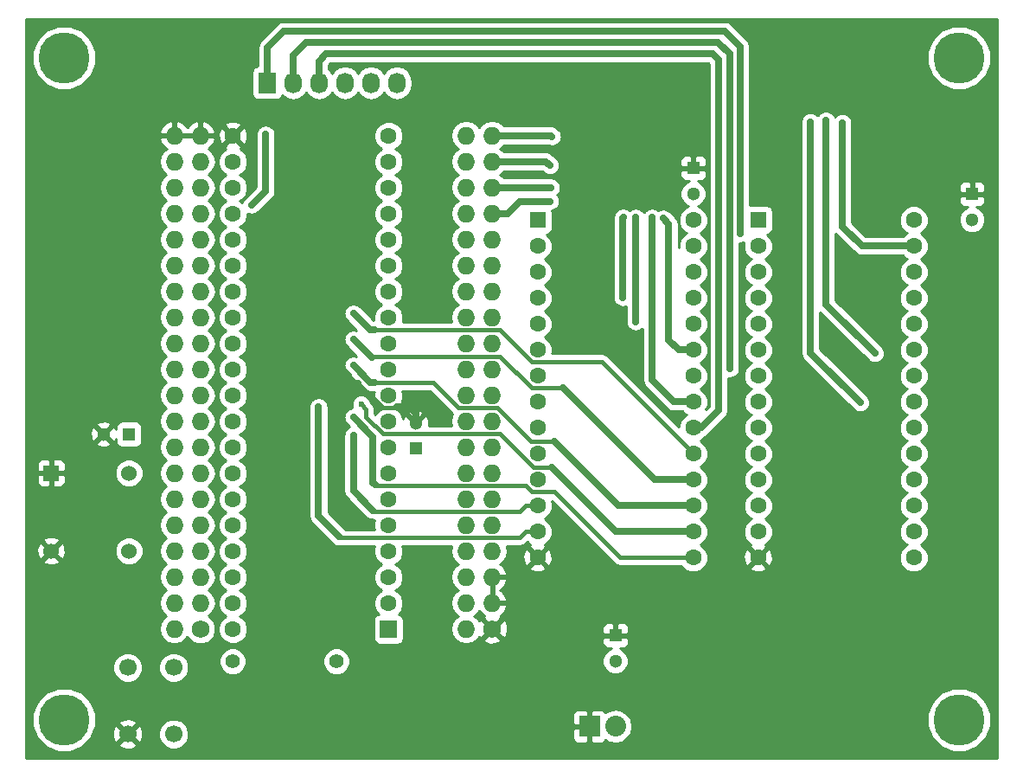
<source format=gbl>
G04 #@! TF.FileFunction,Copper,L2,Bot,Signal*
%FSLAX46Y46*%
G04 Gerber Fmt 4.6, Leading zero omitted, Abs format (unit mm)*
G04 Created by KiCad (PCBNEW (2015-08-16 BZR 6097, Git b384c94)-product) date 11/3/2015 8:57:16 PM*
%MOMM*%
G01*
G04 APERTURE LIST*
%ADD10C,0.100000*%
%ADD11C,5.000000*%
%ADD12R,1.300000X1.300000*%
%ADD13C,1.300000*%
%ADD14C,1.400000*%
%ADD15C,1.700000*%
%ADD16R,1.700000X1.700000*%
%ADD17C,1.600000*%
%ADD18R,1.600000X1.600000*%
%ADD19R,2.032000X2.032000*%
%ADD20O,2.032000X2.032000*%
%ADD21C,1.727200*%
%ADD22O,1.727200X1.727200*%
%ADD23R,1.727200X2.032000*%
%ADD24O,1.727200X2.032000*%
%ADD25R,1.524000X1.524000*%
%ADD26C,1.524000*%
%ADD27C,0.600000*%
%ADD28C,0.381000*%
%ADD29C,0.635000*%
%ADD30C,0.254000*%
G04 APERTURE END LIST*
D10*
D11*
X163195000Y-153035000D03*
X163195000Y-88265000D03*
X75565000Y-153035000D03*
D12*
X109982000Y-126492000D03*
D13*
X109982000Y-123992000D03*
D12*
X81915000Y-125095000D03*
D13*
X79415000Y-125095000D03*
D12*
X164465000Y-101600000D03*
D13*
X164465000Y-104100000D03*
D12*
X137160000Y-99060000D03*
D13*
X137160000Y-101560000D03*
D14*
X102235000Y-147320000D03*
X92075000Y-147320000D03*
D15*
X81788000Y-154432000D03*
X81788000Y-147932000D03*
X86288000Y-154432000D03*
X86288000Y-147932000D03*
D16*
X107335000Y-144175000D03*
D17*
X107335000Y-141635000D03*
X107335000Y-139095000D03*
X107335000Y-136555000D03*
X107335000Y-134015000D03*
X107335000Y-131475000D03*
X107335000Y-128935000D03*
X107335000Y-126395000D03*
X107335000Y-123855000D03*
X107335000Y-121315000D03*
X107335000Y-118775000D03*
X107335000Y-116235000D03*
X107335000Y-113695000D03*
X107335000Y-111155000D03*
X107335000Y-108615000D03*
X107335000Y-106075000D03*
X107335000Y-103535000D03*
X107335000Y-100995000D03*
X107335000Y-98455000D03*
X107335000Y-95915000D03*
X92095000Y-95915000D03*
X92095000Y-98455000D03*
X92095000Y-100995000D03*
X92095000Y-103535000D03*
X92095000Y-106075000D03*
X92095000Y-108615000D03*
X92095000Y-111155000D03*
X92095000Y-113695000D03*
X92095000Y-116235000D03*
X92095000Y-118775000D03*
X92095000Y-121315000D03*
X92095000Y-123855000D03*
X92095000Y-126395000D03*
X92095000Y-128935000D03*
X92095000Y-131475000D03*
X92095000Y-134015000D03*
X92095000Y-136555000D03*
X92095000Y-139095000D03*
X92095000Y-141635000D03*
X92095000Y-144175000D03*
D18*
X143510000Y-104140000D03*
D17*
X143510000Y-106680000D03*
X143510000Y-109220000D03*
X143510000Y-111760000D03*
X143510000Y-114300000D03*
X143510000Y-116840000D03*
X143510000Y-119380000D03*
X143510000Y-121920000D03*
X143510000Y-124460000D03*
X143510000Y-127000000D03*
X143510000Y-129540000D03*
X143510000Y-132080000D03*
X143510000Y-134620000D03*
X143510000Y-137160000D03*
X158750000Y-137160000D03*
X158750000Y-134620000D03*
X158750000Y-132080000D03*
X158750000Y-129540000D03*
X158750000Y-127000000D03*
X158750000Y-124460000D03*
X158750000Y-121920000D03*
X158750000Y-119380000D03*
X158750000Y-116840000D03*
X158750000Y-114300000D03*
X158750000Y-111760000D03*
X158750000Y-109220000D03*
X158750000Y-106680000D03*
X158750000Y-104140000D03*
D18*
X121920000Y-104140000D03*
D17*
X121920000Y-106680000D03*
X121920000Y-109220000D03*
X121920000Y-111760000D03*
X121920000Y-114300000D03*
X121920000Y-116840000D03*
X121920000Y-119380000D03*
X121920000Y-121920000D03*
X121920000Y-124460000D03*
X121920000Y-127000000D03*
X121920000Y-129540000D03*
X121920000Y-132080000D03*
X121920000Y-134620000D03*
X121920000Y-137160000D03*
X137160000Y-137160000D03*
X137160000Y-134620000D03*
X137160000Y-132080000D03*
X137160000Y-129540000D03*
X137160000Y-127000000D03*
X137160000Y-124460000D03*
X137160000Y-121920000D03*
X137160000Y-119380000D03*
X137160000Y-116840000D03*
X137160000Y-114300000D03*
X137160000Y-111760000D03*
X137160000Y-109220000D03*
X137160000Y-106680000D03*
X137160000Y-104140000D03*
D12*
X129540000Y-144780000D03*
D13*
X129540000Y-147280000D03*
D19*
X127000000Y-153670000D03*
D20*
X129540000Y-153670000D03*
D21*
X88900000Y-144145000D03*
D22*
X86360000Y-144145000D03*
X88900000Y-141605000D03*
X86360000Y-141605000D03*
X88900000Y-139065000D03*
X86360000Y-139065000D03*
X88900000Y-136525000D03*
X86360000Y-136525000D03*
X88900000Y-133985000D03*
X86360000Y-133985000D03*
X88900000Y-131445000D03*
X86360000Y-131445000D03*
X88900000Y-128905000D03*
X86360000Y-128905000D03*
X88900000Y-126365000D03*
X86360000Y-126365000D03*
X88900000Y-123825000D03*
X86360000Y-123825000D03*
X88900000Y-121285000D03*
X86360000Y-121285000D03*
X88900000Y-118745000D03*
X86360000Y-118745000D03*
X88900000Y-116205000D03*
X86360000Y-116205000D03*
X88900000Y-113665000D03*
X86360000Y-113665000D03*
X88900000Y-111125000D03*
X86360000Y-111125000D03*
X88900000Y-108585000D03*
X86360000Y-108585000D03*
X88900000Y-106045000D03*
X86360000Y-106045000D03*
X88900000Y-103505000D03*
X86360000Y-103505000D03*
X88900000Y-100965000D03*
X86360000Y-100965000D03*
X88900000Y-98425000D03*
X86360000Y-98425000D03*
X88900000Y-95885000D03*
X86360000Y-95885000D03*
D23*
X95453200Y-90728800D03*
D24*
X97993200Y-90728800D03*
X100533200Y-90728800D03*
X103073200Y-90728800D03*
X105613200Y-90728800D03*
X108153200Y-90728800D03*
D21*
X117475000Y-144145000D03*
D22*
X114935000Y-144145000D03*
X117475000Y-141605000D03*
X114935000Y-141605000D03*
X117475000Y-139065000D03*
X114935000Y-139065000D03*
X117475000Y-136525000D03*
X114935000Y-136525000D03*
X117475000Y-133985000D03*
X114935000Y-133985000D03*
X117475000Y-131445000D03*
X114935000Y-131445000D03*
X117475000Y-128905000D03*
X114935000Y-128905000D03*
X117475000Y-126365000D03*
X114935000Y-126365000D03*
X117475000Y-123825000D03*
X114935000Y-123825000D03*
X117475000Y-121285000D03*
X114935000Y-121285000D03*
X117475000Y-118745000D03*
X114935000Y-118745000D03*
X117475000Y-116205000D03*
X114935000Y-116205000D03*
X117475000Y-113665000D03*
X114935000Y-113665000D03*
X117475000Y-111125000D03*
X114935000Y-111125000D03*
X117475000Y-108585000D03*
X114935000Y-108585000D03*
X117475000Y-106045000D03*
X114935000Y-106045000D03*
X117475000Y-103505000D03*
X114935000Y-103505000D03*
X117475000Y-100965000D03*
X114935000Y-100965000D03*
X117475000Y-98425000D03*
X114935000Y-98425000D03*
X117475000Y-95885000D03*
X114935000Y-95885000D03*
D11*
X75565000Y-88265000D03*
D25*
X74295000Y-128905000D03*
D26*
X74295000Y-136525000D03*
X81915000Y-128905000D03*
X81915000Y-136525000D03*
D27*
X111760000Y-146050000D03*
X113030000Y-146050000D03*
X114300000Y-146050000D03*
X115570000Y-146050000D03*
X116840000Y-146050000D03*
X116840000Y-147320000D03*
X115570000Y-147320000D03*
X114300000Y-147320000D03*
X113030000Y-147320000D03*
X111760000Y-147320000D03*
X111760000Y-148590000D03*
X113030000Y-148590000D03*
X114300000Y-148590000D03*
X115570000Y-148590000D03*
X116840000Y-148590000D03*
X118110000Y-148590000D03*
X118110000Y-147320000D03*
X118110000Y-146050000D03*
X104140000Y-120142000D03*
X103378000Y-119380000D03*
X102616000Y-118618000D03*
X101854000Y-117856000D03*
X102870000Y-110490000D03*
X102870000Y-109220000D03*
X102870000Y-107950000D03*
X102870000Y-106680000D03*
X102870000Y-105410000D03*
X102870000Y-104140000D03*
X102870000Y-102870000D03*
X104140000Y-102870000D03*
X104140000Y-104140000D03*
X104140000Y-105410000D03*
X104140000Y-106680000D03*
X104140000Y-107950000D03*
X104140000Y-109220000D03*
X104140000Y-110490000D03*
X123190000Y-154940000D03*
X121920000Y-154940000D03*
X120650000Y-154940000D03*
X119380000Y-154940000D03*
X118110000Y-154940000D03*
X116840000Y-154940000D03*
X115570000Y-154940000D03*
X115570000Y-153670000D03*
X116840000Y-153670000D03*
X118110000Y-153670000D03*
X119380000Y-153670000D03*
X120650000Y-153670000D03*
X121920000Y-153670000D03*
X123190000Y-153670000D03*
X78740000Y-121920000D03*
X77470000Y-121920000D03*
X76200000Y-121920000D03*
X74930000Y-121920000D03*
X74930000Y-120650000D03*
X76200000Y-120650000D03*
X77470000Y-120650000D03*
X78740000Y-120650000D03*
X78740000Y-119380000D03*
X77470000Y-119380000D03*
X76200000Y-119380000D03*
X74930000Y-119380000D03*
X74930000Y-118110000D03*
X76200000Y-118110000D03*
X77470000Y-118110000D03*
X78740000Y-118110000D03*
X80010000Y-118110000D03*
X80010000Y-119380000D03*
X80010000Y-120650000D03*
X80010000Y-121920000D03*
X85090000Y-92710000D03*
X83820000Y-92710000D03*
X82550000Y-92710000D03*
X81280000Y-92710000D03*
X81280000Y-91440000D03*
X82550000Y-91440000D03*
X83820000Y-91440000D03*
X85090000Y-91440000D03*
X85090000Y-90170000D03*
X83820000Y-90170000D03*
X82550000Y-90170000D03*
X81280000Y-90170000D03*
X81280000Y-88900000D03*
X82550000Y-88900000D03*
X83820000Y-88900000D03*
X85090000Y-88900000D03*
X86360000Y-88900000D03*
X86360000Y-90170000D03*
X86360000Y-91440000D03*
X86360000Y-92710000D03*
X134620000Y-90170000D03*
X134620000Y-91440000D03*
X134620000Y-92710000D03*
X134620000Y-93980000D03*
X134620000Y-95250000D03*
X134620000Y-96520000D03*
X135890000Y-96520000D03*
X135890000Y-95250000D03*
X135890000Y-93980000D03*
X135890000Y-92710000D03*
X135890000Y-91440000D03*
X135890000Y-90170000D03*
X137160000Y-90170000D03*
X137160000Y-91440000D03*
X137160000Y-92710000D03*
X137160000Y-93980000D03*
X137160000Y-95250000D03*
X137160000Y-96520000D03*
X160020000Y-99060000D03*
X161290000Y-99060000D03*
X162560000Y-99060000D03*
X163830000Y-99060000D03*
X163830000Y-97790000D03*
X162560000Y-97790000D03*
X161290000Y-97790000D03*
X160020000Y-97790000D03*
X160020000Y-96520000D03*
X161290000Y-96520000D03*
X162560000Y-96520000D03*
X163830000Y-96520000D03*
X165100000Y-96520000D03*
X165100000Y-97790000D03*
X165100000Y-99060000D03*
X135890000Y-142240000D03*
X134620000Y-142240000D03*
X133350000Y-142240000D03*
X132080000Y-142240000D03*
X130810000Y-142240000D03*
X130810000Y-140970000D03*
X132080000Y-140970000D03*
X133350000Y-140970000D03*
X134620000Y-140970000D03*
X135890000Y-140970000D03*
X135890000Y-139700000D03*
X134620000Y-139700000D03*
X133350000Y-139700000D03*
X132080000Y-139700000D03*
X130810000Y-139700000D03*
X129540000Y-139700000D03*
X129540000Y-140970000D03*
X129540000Y-142240000D03*
X123139200Y-102311200D03*
X130302000Y-103886000D03*
X130251200Y-111709200D03*
X131521200Y-114096800D03*
X131521200Y-103886000D03*
X123240800Y-100990400D03*
X123139200Y-98806000D03*
X133146800Y-103886000D03*
X134213600Y-103987600D03*
X123342400Y-95961200D03*
X95300800Y-95758000D03*
X93929200Y-102666800D03*
X103886000Y-125222000D03*
X100482400Y-122428000D03*
X103886000Y-123444000D03*
X104648000Y-122174000D03*
X103886000Y-118364000D03*
X103886000Y-115824000D03*
X103886000Y-113284000D03*
X141732000Y-105460800D03*
X140716000Y-118618000D03*
X151765000Y-94615000D03*
X150164800Y-94386400D03*
X154940000Y-117195600D03*
X148640800Y-94538800D03*
X153517600Y-122021600D03*
D28*
X113030000Y-146050000D02*
X111760000Y-146050000D01*
X115570000Y-146050000D02*
X114300000Y-146050000D01*
X116840000Y-147320000D02*
X116840000Y-146050000D01*
X114300000Y-147320000D02*
X115570000Y-147320000D01*
X111760000Y-147320000D02*
X113030000Y-147320000D01*
X113030000Y-148590000D02*
X111760000Y-148590000D01*
X115570000Y-148590000D02*
X114300000Y-148590000D01*
X118110000Y-148590000D02*
X116840000Y-148590000D01*
X118110000Y-146050000D02*
X118110000Y-147320000D01*
X101854000Y-117856000D02*
X101854000Y-112776000D01*
D29*
X104187829Y-120094171D02*
X104140000Y-120142000D01*
X103378000Y-119380000D02*
X102616000Y-118618000D01*
D28*
X106757501Y-122505501D02*
X104346171Y-120094171D01*
X108171902Y-122428000D02*
X108094401Y-122505501D01*
X108094401Y-122505501D02*
X106757501Y-122505501D01*
D29*
X109337238Y-122428000D02*
X108171902Y-122428000D01*
X109982000Y-123992000D02*
X109982000Y-123072762D01*
X109982000Y-123072762D02*
X109337238Y-122428000D01*
X104346171Y-120094171D02*
X104187829Y-120094171D01*
D28*
X102870000Y-107950000D02*
X102870000Y-109220000D01*
X102870000Y-105410000D02*
X102870000Y-106680000D01*
X102870000Y-102870000D02*
X102870000Y-104140000D01*
X104140000Y-104140000D02*
X104140000Y-102870000D01*
X104140000Y-106680000D02*
X104140000Y-105410000D01*
X104140000Y-109220000D02*
X104140000Y-107950000D01*
X101854000Y-112776000D02*
X104140000Y-110490000D01*
X121920000Y-154940000D02*
X123190000Y-154940000D01*
X119380000Y-154940000D02*
X120650000Y-154940000D01*
X116840000Y-154940000D02*
X118110000Y-154940000D01*
X115570000Y-153670000D02*
X115570000Y-154940000D01*
X118110000Y-153670000D02*
X116840000Y-153670000D01*
X120650000Y-153670000D02*
X119380000Y-153670000D01*
X123190000Y-153670000D02*
X121920000Y-153670000D01*
X77470000Y-121920000D02*
X78740000Y-121920000D01*
X74930000Y-121920000D02*
X76200000Y-121920000D01*
X76200000Y-120650000D02*
X74930000Y-120650000D01*
X78740000Y-120650000D02*
X77470000Y-120650000D01*
X77470000Y-119380000D02*
X78740000Y-119380000D01*
X74930000Y-119380000D02*
X76200000Y-119380000D01*
X76200000Y-118110000D02*
X74930000Y-118110000D01*
X78740000Y-118110000D02*
X77470000Y-118110000D01*
X80010000Y-119380000D02*
X80010000Y-118110000D01*
X80010000Y-121920000D02*
X80010000Y-120650000D01*
X83820000Y-92710000D02*
X85090000Y-92710000D01*
X81280000Y-92710000D02*
X82550000Y-92710000D01*
X82550000Y-91440000D02*
X81280000Y-91440000D01*
X85090000Y-91440000D02*
X83820000Y-91440000D01*
X83820000Y-90170000D02*
X85090000Y-90170000D01*
X81280000Y-90170000D02*
X82550000Y-90170000D01*
X82550000Y-88900000D02*
X81280000Y-88900000D01*
X85090000Y-88900000D02*
X83820000Y-88900000D01*
X86360000Y-90170000D02*
X86360000Y-88900000D01*
X86360000Y-92710000D02*
X86360000Y-91440000D01*
X134620000Y-91440000D02*
X134620000Y-90170000D01*
X134620000Y-93980000D02*
X134620000Y-92710000D01*
X134620000Y-96520000D02*
X134620000Y-95250000D01*
X135890000Y-95250000D02*
X135890000Y-96520000D01*
X135890000Y-92710000D02*
X135890000Y-93980000D01*
X135890000Y-90170000D02*
X135890000Y-91440000D01*
X137160000Y-91440000D02*
X137160000Y-90170000D01*
X137160000Y-93980000D02*
X137160000Y-92710000D01*
X137160000Y-96520000D02*
X137160000Y-95250000D01*
X162560000Y-99060000D02*
X161290000Y-99060000D01*
X163830000Y-97790000D02*
X163830000Y-99060000D01*
X161290000Y-97790000D02*
X162560000Y-97790000D01*
X160020000Y-96520000D02*
X160020000Y-97790000D01*
X162560000Y-96520000D02*
X161290000Y-96520000D01*
X165100000Y-96520000D02*
X163830000Y-96520000D01*
X165100000Y-99060000D02*
X165100000Y-97790000D01*
X134620000Y-142240000D02*
X135890000Y-142240000D01*
X132080000Y-142240000D02*
X133350000Y-142240000D01*
X130810000Y-140970000D02*
X130810000Y-142240000D01*
X133350000Y-140970000D02*
X132080000Y-140970000D01*
X135890000Y-140970000D02*
X134620000Y-140970000D01*
X134620000Y-139700000D02*
X135890000Y-139700000D01*
X132080000Y-139700000D02*
X133350000Y-139700000D01*
X129540000Y-139700000D02*
X130810000Y-139700000D01*
X129540000Y-142240000D02*
X129540000Y-140970000D01*
D29*
X118999000Y-103505000D02*
X117475000Y-103505000D01*
X120192800Y-102311200D02*
X118999000Y-103505000D01*
X123139200Y-102311200D02*
X120192800Y-102311200D01*
X130251200Y-103936800D02*
X130302000Y-103886000D01*
X130251200Y-111709200D02*
X130251200Y-103936800D01*
X117475000Y-100965000D02*
X123215400Y-100965000D01*
X131521200Y-103886000D02*
X131521200Y-114096800D01*
X123215400Y-100965000D02*
X123240800Y-100990400D01*
X137160000Y-121920000D02*
X135280400Y-121920000D01*
X122758200Y-98425000D02*
X117475000Y-98425000D01*
X123139200Y-98806000D02*
X122758200Y-98425000D01*
X133146800Y-119786400D02*
X133146800Y-103886000D01*
X135280400Y-121920000D02*
X133146800Y-119786400D01*
X117475000Y-95885000D02*
X123266200Y-95885000D01*
X135737600Y-116840000D02*
X137160000Y-116840000D01*
X134772400Y-115874800D02*
X135737600Y-116840000D01*
X134772400Y-104546400D02*
X134772400Y-115874800D01*
X134213600Y-103987600D02*
X134772400Y-104546400D01*
X123266200Y-95885000D02*
X123342400Y-95961200D01*
X93929200Y-102666800D02*
X95300800Y-101295200D01*
X95300800Y-101295200D02*
X95300800Y-95758000D01*
D28*
X105816400Y-132537200D02*
X105978301Y-132699101D01*
X105978301Y-132699101D02*
X120169529Y-132699101D01*
X120169529Y-132699101D02*
X120788630Y-132080000D01*
X120788630Y-132080000D02*
X121920000Y-132080000D01*
D29*
X103886000Y-130606800D02*
X105816400Y-132537200D01*
X103886000Y-125222000D02*
X103886000Y-130606800D01*
D28*
X102514400Y-135128000D02*
X102625501Y-135239101D01*
X102625501Y-135239101D02*
X120169529Y-135239101D01*
X120169529Y-135239101D02*
X120788630Y-134620000D01*
X120788630Y-134620000D02*
X121920000Y-134620000D01*
D29*
X100482400Y-133096000D02*
X102514400Y-135128000D01*
X100482400Y-122852264D02*
X100482400Y-133096000D01*
X100482400Y-122428000D02*
X100482400Y-122852264D01*
X105816400Y-129844800D02*
X106019600Y-130048000D01*
X105816400Y-125374400D02*
X105816400Y-129844800D01*
X103886000Y-123444000D02*
X105816400Y-125374400D01*
D28*
X123567701Y-130730501D02*
X129997200Y-137160000D01*
X129997200Y-137160000D02*
X137160000Y-137160000D01*
X106019600Y-130048000D02*
X106130701Y-130159101D01*
X106130701Y-130159101D02*
X120777159Y-130159101D01*
X120777159Y-130159101D02*
X121348559Y-130730501D01*
X121348559Y-130730501D02*
X123567701Y-130730501D01*
D29*
X123269499Y-128349499D02*
X129540000Y-134620000D01*
X129540000Y-134620000D02*
X137160000Y-134620000D01*
D28*
X105138499Y-123426499D02*
X106791101Y-125079101D01*
X106791101Y-125079101D02*
X118237159Y-125079101D01*
X118237159Y-125079101D02*
X121507557Y-128349499D01*
X121507557Y-128349499D02*
X123269499Y-128349499D01*
X104648000Y-122174000D02*
X105138499Y-122664499D01*
X105138499Y-122664499D02*
X105138499Y-123426499D01*
D29*
X123574299Y-125809499D02*
X129844800Y-132080000D01*
X129844800Y-132080000D02*
X137160000Y-132080000D01*
D28*
X118017901Y-122539101D02*
X121288299Y-125809499D01*
X121288299Y-125809499D02*
X123574299Y-125809499D01*
X111699699Y-120030899D02*
X114207901Y-122539101D01*
X114207901Y-122539101D02*
X118017901Y-122539101D01*
X105918000Y-120040400D02*
X105927501Y-120030899D01*
X105927501Y-120030899D02*
X111699699Y-120030899D01*
D29*
X105562400Y-120040400D02*
X105918000Y-120040400D01*
X103886000Y-118364000D02*
X105562400Y-120040400D01*
X124387099Y-120570501D02*
X133356598Y-129540000D01*
X133356598Y-129540000D02*
X137160000Y-129540000D01*
D28*
X105664000Y-117602000D02*
X105775101Y-117490899D01*
X105775101Y-117490899D02*
X118268957Y-117490899D01*
X118268957Y-117490899D02*
X121348559Y-120570501D01*
X121348559Y-120570501D02*
X124387099Y-120570501D01*
D29*
X103886000Y-115824000D02*
X105664000Y-117602000D01*
D28*
X105918000Y-114909600D02*
X105927501Y-114919101D01*
X105927501Y-114919101D02*
X118237159Y-114919101D01*
X121348559Y-118030501D02*
X128190501Y-118030501D01*
X128190501Y-118030501D02*
X137160000Y-127000000D01*
X118237159Y-114919101D02*
X121348559Y-118030501D01*
D29*
X105511600Y-114909600D02*
X105918000Y-114909600D01*
X103886000Y-113284000D02*
X105511600Y-114909600D01*
X141732000Y-90627200D02*
X141732000Y-87172800D01*
X141732000Y-105460800D02*
X141732000Y-90627200D01*
X95453200Y-87274400D02*
X95453200Y-90728800D01*
X97078800Y-85648800D02*
X95453200Y-87274400D01*
X140208000Y-85648800D02*
X97078800Y-85648800D01*
X141732000Y-87172800D02*
X140208000Y-85648800D01*
X97993200Y-90728800D02*
X97993200Y-88036400D01*
X140716000Y-118618000D02*
X140766800Y-118668800D01*
X140716000Y-87884000D02*
X140716000Y-118618000D01*
X139598400Y-86766400D02*
X140716000Y-87884000D01*
X99263200Y-86766400D02*
X139598400Y-86766400D01*
X97993200Y-88036400D02*
X99263200Y-86766400D01*
X101244400Y-87884000D02*
X100533200Y-88595200D01*
X100533200Y-88595200D02*
X100533200Y-90728800D01*
X139039600Y-87884000D02*
X101244400Y-87884000D01*
X139649200Y-88493600D02*
X139039600Y-87884000D01*
X139649200Y-122783600D02*
X139649200Y-88493600D01*
X137972800Y-124460000D02*
X139649200Y-122783600D01*
X137160000Y-124460000D02*
X137972800Y-124460000D01*
X153670000Y-106680000D02*
X158750000Y-106680000D01*
X151765000Y-104775000D02*
X153670000Y-106680000D01*
X151765000Y-94615000D02*
X151765000Y-104775000D01*
X154940000Y-117195600D02*
X150164800Y-112420400D01*
X150164800Y-112420400D02*
X150164800Y-94386400D01*
X153517600Y-122021600D02*
X148640800Y-117144800D01*
X148640800Y-117144800D02*
X148640800Y-94538800D01*
D30*
G36*
X166955000Y-156795000D02*
X71805000Y-156795000D01*
X71805000Y-153655854D01*
X72429457Y-153655854D01*
X72905727Y-154808515D01*
X73786847Y-155691174D01*
X74938674Y-156169454D01*
X76185854Y-156170543D01*
X77338515Y-155694273D01*
X77557211Y-155475958D01*
X80923647Y-155475958D01*
X81003920Y-155727259D01*
X81559279Y-155928718D01*
X82149458Y-155902315D01*
X82572080Y-155727259D01*
X82652353Y-155475958D01*
X81788000Y-154611605D01*
X80923647Y-155475958D01*
X77557211Y-155475958D01*
X78221174Y-154813153D01*
X78474415Y-154203279D01*
X80291282Y-154203279D01*
X80317685Y-154793458D01*
X80492741Y-155216080D01*
X80744042Y-155296353D01*
X81608395Y-154432000D01*
X81967605Y-154432000D01*
X82831958Y-155296353D01*
X83083259Y-155216080D01*
X83261005Y-154726089D01*
X84802743Y-154726089D01*
X85028344Y-155272086D01*
X85445717Y-155690188D01*
X85991319Y-155916742D01*
X86582089Y-155917257D01*
X87128086Y-155691656D01*
X87546188Y-155274283D01*
X87772742Y-154728681D01*
X87773257Y-154137911D01*
X87697990Y-153955750D01*
X125349000Y-153955750D01*
X125349000Y-154812309D01*
X125445673Y-155045698D01*
X125624301Y-155224327D01*
X125857690Y-155321000D01*
X126714250Y-155321000D01*
X126873000Y-155162250D01*
X126873000Y-153797000D01*
X125507750Y-153797000D01*
X125349000Y-153955750D01*
X87697990Y-153955750D01*
X87547656Y-153591914D01*
X87130283Y-153173812D01*
X86584681Y-152947258D01*
X85993911Y-152946743D01*
X85447914Y-153172344D01*
X85029812Y-153589717D01*
X84803258Y-154135319D01*
X84802743Y-154726089D01*
X83261005Y-154726089D01*
X83284718Y-154660721D01*
X83258315Y-154070542D01*
X83083259Y-153647920D01*
X82831958Y-153567647D01*
X81967605Y-154432000D01*
X81608395Y-154432000D01*
X80744042Y-153567647D01*
X80492741Y-153647920D01*
X80291282Y-154203279D01*
X78474415Y-154203279D01*
X78699454Y-153661326D01*
X78699692Y-153388042D01*
X80923647Y-153388042D01*
X81788000Y-154252395D01*
X82652353Y-153388042D01*
X82572080Y-153136741D01*
X82016721Y-152935282D01*
X81426542Y-152961685D01*
X81003920Y-153136741D01*
X80923647Y-153388042D01*
X78699692Y-153388042D01*
X78700443Y-152527691D01*
X125349000Y-152527691D01*
X125349000Y-153384250D01*
X125507750Y-153543000D01*
X126873000Y-153543000D01*
X126873000Y-152177750D01*
X127127000Y-152177750D01*
X127127000Y-153543000D01*
X127147000Y-153543000D01*
X127147000Y-153797000D01*
X127127000Y-153797000D01*
X127127000Y-155162250D01*
X127285750Y-155321000D01*
X128142310Y-155321000D01*
X128375699Y-155224327D01*
X128554327Y-155045698D01*
X128571999Y-155003034D01*
X128908190Y-155227670D01*
X129540000Y-155353345D01*
X130171810Y-155227670D01*
X130707433Y-154869778D01*
X131065325Y-154334155D01*
X131191000Y-153702345D01*
X131191000Y-153655854D01*
X160059457Y-153655854D01*
X160535727Y-154808515D01*
X161416847Y-155691174D01*
X162568674Y-156169454D01*
X163815854Y-156170543D01*
X164968515Y-155694273D01*
X165851174Y-154813153D01*
X166329454Y-153661326D01*
X166330543Y-152414146D01*
X165854273Y-151261485D01*
X164973153Y-150378826D01*
X163821326Y-149900546D01*
X162574146Y-149899457D01*
X161421485Y-150375727D01*
X160538826Y-151256847D01*
X160060546Y-152408674D01*
X160059457Y-153655854D01*
X131191000Y-153655854D01*
X131191000Y-153637655D01*
X131065325Y-153005845D01*
X130707433Y-152470222D01*
X130171810Y-152112330D01*
X129540000Y-151986655D01*
X128908190Y-152112330D01*
X128571999Y-152336966D01*
X128554327Y-152294302D01*
X128375699Y-152115673D01*
X128142310Y-152019000D01*
X127285750Y-152019000D01*
X127127000Y-152177750D01*
X126873000Y-152177750D01*
X126714250Y-152019000D01*
X125857690Y-152019000D01*
X125624301Y-152115673D01*
X125445673Y-152294302D01*
X125349000Y-152527691D01*
X78700443Y-152527691D01*
X78700543Y-152414146D01*
X78224273Y-151261485D01*
X77343153Y-150378826D01*
X76191326Y-149900546D01*
X74944146Y-149899457D01*
X73791485Y-150375727D01*
X72908826Y-151256847D01*
X72430546Y-152408674D01*
X72429457Y-153655854D01*
X71805000Y-153655854D01*
X71805000Y-148226089D01*
X80302743Y-148226089D01*
X80528344Y-148772086D01*
X80945717Y-149190188D01*
X81491319Y-149416742D01*
X82082089Y-149417257D01*
X82628086Y-149191656D01*
X83046188Y-148774283D01*
X83272742Y-148228681D01*
X83272744Y-148226089D01*
X84802743Y-148226089D01*
X85028344Y-148772086D01*
X85445717Y-149190188D01*
X85991319Y-149416742D01*
X86582089Y-149417257D01*
X87128086Y-149191656D01*
X87546188Y-148774283D01*
X87772742Y-148228681D01*
X87773257Y-147637911D01*
X87751140Y-147584383D01*
X90739769Y-147584383D01*
X90942582Y-148075229D01*
X91317796Y-148451098D01*
X91808287Y-148654768D01*
X92339383Y-148655231D01*
X92830229Y-148452418D01*
X93206098Y-148077204D01*
X93409768Y-147586713D01*
X93409770Y-147584383D01*
X100899769Y-147584383D01*
X101102582Y-148075229D01*
X101477796Y-148451098D01*
X101968287Y-148654768D01*
X102499383Y-148655231D01*
X102990229Y-148452418D01*
X103366098Y-148077204D01*
X103569768Y-147586713D01*
X103569813Y-147534481D01*
X128254777Y-147534481D01*
X128449995Y-148006943D01*
X128811155Y-148368735D01*
X129283276Y-148564777D01*
X129794481Y-148565223D01*
X130266943Y-148370005D01*
X130628735Y-148008845D01*
X130824777Y-147536724D01*
X130825223Y-147025519D01*
X130630005Y-146553057D01*
X130268845Y-146191265D01*
X129964765Y-146065000D01*
X130316310Y-146065000D01*
X130549699Y-145968327D01*
X130728327Y-145789698D01*
X130825000Y-145556309D01*
X130825000Y-145065750D01*
X130666250Y-144907000D01*
X129667000Y-144907000D01*
X129667000Y-144927000D01*
X129413000Y-144927000D01*
X129413000Y-144907000D01*
X128413750Y-144907000D01*
X128255000Y-145065750D01*
X128255000Y-145556309D01*
X128351673Y-145789698D01*
X128530301Y-145968327D01*
X128763690Y-146065000D01*
X129115567Y-146065000D01*
X128813057Y-146189995D01*
X128451265Y-146551155D01*
X128255223Y-147023276D01*
X128254777Y-147534481D01*
X103569813Y-147534481D01*
X103570231Y-147055617D01*
X103367418Y-146564771D01*
X102992204Y-146188902D01*
X102501713Y-145985232D01*
X101970617Y-145984769D01*
X101479771Y-146187582D01*
X101103902Y-146562796D01*
X100900232Y-147053287D01*
X100899769Y-147584383D01*
X93409770Y-147584383D01*
X93410231Y-147055617D01*
X93207418Y-146564771D01*
X92832204Y-146188902D01*
X92341713Y-145985232D01*
X91810617Y-145984769D01*
X91319771Y-146187582D01*
X90943902Y-146562796D01*
X90740232Y-147053287D01*
X90739769Y-147584383D01*
X87751140Y-147584383D01*
X87547656Y-147091914D01*
X87130283Y-146673812D01*
X86584681Y-146447258D01*
X85993911Y-146446743D01*
X85447914Y-146672344D01*
X85029812Y-147089717D01*
X84803258Y-147635319D01*
X84802743Y-148226089D01*
X83272744Y-148226089D01*
X83273257Y-147637911D01*
X83047656Y-147091914D01*
X82630283Y-146673812D01*
X82084681Y-146447258D01*
X81493911Y-146446743D01*
X80947914Y-146672344D01*
X80529812Y-147089717D01*
X80303258Y-147635319D01*
X80302743Y-148226089D01*
X71805000Y-148226089D01*
X71805000Y-137505213D01*
X73494392Y-137505213D01*
X73563857Y-137747397D01*
X74087302Y-137934144D01*
X74642368Y-137906362D01*
X75026143Y-137747397D01*
X75095608Y-137505213D01*
X74295000Y-136704605D01*
X73494392Y-137505213D01*
X71805000Y-137505213D01*
X71805000Y-136317302D01*
X72885856Y-136317302D01*
X72913638Y-136872368D01*
X73072603Y-137256143D01*
X73314787Y-137325608D01*
X74115395Y-136525000D01*
X74474605Y-136525000D01*
X75275213Y-137325608D01*
X75517397Y-137256143D01*
X75679540Y-136801661D01*
X80517758Y-136801661D01*
X80729990Y-137315303D01*
X81122630Y-137708629D01*
X81635900Y-137921757D01*
X82191661Y-137922242D01*
X82705303Y-137710010D01*
X83098629Y-137317370D01*
X83311757Y-136804100D01*
X83312242Y-136248339D01*
X83100010Y-135734697D01*
X82707370Y-135341371D01*
X82194100Y-135128243D01*
X81638339Y-135127758D01*
X81124697Y-135339990D01*
X80731371Y-135732630D01*
X80518243Y-136245900D01*
X80517758Y-136801661D01*
X75679540Y-136801661D01*
X75704144Y-136732698D01*
X75676362Y-136177632D01*
X75517397Y-135793857D01*
X75275213Y-135724392D01*
X74474605Y-136525000D01*
X74115395Y-136525000D01*
X73314787Y-135724392D01*
X73072603Y-135793857D01*
X72885856Y-136317302D01*
X71805000Y-136317302D01*
X71805000Y-135544787D01*
X73494392Y-135544787D01*
X74295000Y-136345395D01*
X75095608Y-135544787D01*
X75026143Y-135302603D01*
X74502698Y-135115856D01*
X73947632Y-135143638D01*
X73563857Y-135302603D01*
X73494392Y-135544787D01*
X71805000Y-135544787D01*
X71805000Y-129190750D01*
X72898000Y-129190750D01*
X72898000Y-129793309D01*
X72994673Y-130026698D01*
X73173301Y-130205327D01*
X73406690Y-130302000D01*
X74009250Y-130302000D01*
X74168000Y-130143250D01*
X74168000Y-129032000D01*
X74422000Y-129032000D01*
X74422000Y-130143250D01*
X74580750Y-130302000D01*
X75183310Y-130302000D01*
X75416699Y-130205327D01*
X75595327Y-130026698D01*
X75692000Y-129793309D01*
X75692000Y-129190750D01*
X75682911Y-129181661D01*
X80517758Y-129181661D01*
X80729990Y-129695303D01*
X81122630Y-130088629D01*
X81635900Y-130301757D01*
X82191661Y-130302242D01*
X82705303Y-130090010D01*
X83098629Y-129697370D01*
X83311757Y-129184100D01*
X83312242Y-128628339D01*
X83100010Y-128114697D01*
X82707370Y-127721371D01*
X82194100Y-127508243D01*
X81638339Y-127507758D01*
X81124697Y-127719990D01*
X80731371Y-128112630D01*
X80518243Y-128625900D01*
X80517758Y-129181661D01*
X75682911Y-129181661D01*
X75533250Y-129032000D01*
X74422000Y-129032000D01*
X74168000Y-129032000D01*
X73056750Y-129032000D01*
X72898000Y-129190750D01*
X71805000Y-129190750D01*
X71805000Y-128016691D01*
X72898000Y-128016691D01*
X72898000Y-128619250D01*
X73056750Y-128778000D01*
X74168000Y-128778000D01*
X74168000Y-127666750D01*
X74422000Y-127666750D01*
X74422000Y-128778000D01*
X75533250Y-128778000D01*
X75692000Y-128619250D01*
X75692000Y-128016691D01*
X75595327Y-127783302D01*
X75416699Y-127604673D01*
X75183310Y-127508000D01*
X74580750Y-127508000D01*
X74422000Y-127666750D01*
X74168000Y-127666750D01*
X74009250Y-127508000D01*
X73406690Y-127508000D01*
X73173301Y-127604673D01*
X72994673Y-127783302D01*
X72898000Y-128016691D01*
X71805000Y-128016691D01*
X71805000Y-125994016D01*
X78695590Y-125994016D01*
X78751271Y-126224611D01*
X79234078Y-126392622D01*
X79744428Y-126363083D01*
X80078729Y-126224611D01*
X80134410Y-125994016D01*
X79415000Y-125274605D01*
X78695590Y-125994016D01*
X71805000Y-125994016D01*
X71805000Y-124914078D01*
X78117378Y-124914078D01*
X78146917Y-125424428D01*
X78285389Y-125758729D01*
X78515984Y-125814410D01*
X79235395Y-125095000D01*
X79594605Y-125095000D01*
X80314016Y-125814410D01*
X80544611Y-125758729D01*
X80617560Y-125549098D01*
X80617560Y-125745000D01*
X80661838Y-125980317D01*
X80800910Y-126196441D01*
X81013110Y-126341431D01*
X81265000Y-126392440D01*
X82565000Y-126392440D01*
X82800317Y-126348162D01*
X83016441Y-126209090D01*
X83161431Y-125996890D01*
X83212440Y-125745000D01*
X83212440Y-124445000D01*
X83168162Y-124209683D01*
X83029090Y-123993559D01*
X82816890Y-123848569D01*
X82565000Y-123797560D01*
X81265000Y-123797560D01*
X81029683Y-123841838D01*
X80813559Y-123980910D01*
X80668569Y-124193110D01*
X80617560Y-124445000D01*
X80617560Y-124607385D01*
X80544611Y-124431271D01*
X80314016Y-124375590D01*
X79594605Y-125095000D01*
X79235395Y-125095000D01*
X78515984Y-124375590D01*
X78285389Y-124431271D01*
X78117378Y-124914078D01*
X71805000Y-124914078D01*
X71805000Y-124195984D01*
X78695590Y-124195984D01*
X79415000Y-124915395D01*
X80134410Y-124195984D01*
X80078729Y-123965389D01*
X79595922Y-123797378D01*
X79085572Y-123826917D01*
X78751271Y-123965389D01*
X78695590Y-124195984D01*
X71805000Y-124195984D01*
X71805000Y-98425000D01*
X84832041Y-98425000D01*
X84946115Y-98998489D01*
X85270971Y-99484670D01*
X85585752Y-99695000D01*
X85270971Y-99905330D01*
X84946115Y-100391511D01*
X84832041Y-100965000D01*
X84946115Y-101538489D01*
X85270971Y-102024670D01*
X85585752Y-102235000D01*
X85270971Y-102445330D01*
X84946115Y-102931511D01*
X84832041Y-103505000D01*
X84946115Y-104078489D01*
X85270971Y-104564670D01*
X85585752Y-104775000D01*
X85270971Y-104985330D01*
X84946115Y-105471511D01*
X84832041Y-106045000D01*
X84946115Y-106618489D01*
X85270971Y-107104670D01*
X85585752Y-107315000D01*
X85270971Y-107525330D01*
X84946115Y-108011511D01*
X84832041Y-108585000D01*
X84946115Y-109158489D01*
X85270971Y-109644670D01*
X85585752Y-109855000D01*
X85270971Y-110065330D01*
X84946115Y-110551511D01*
X84832041Y-111125000D01*
X84946115Y-111698489D01*
X85270971Y-112184670D01*
X85585752Y-112395000D01*
X85270971Y-112605330D01*
X84946115Y-113091511D01*
X84832041Y-113665000D01*
X84946115Y-114238489D01*
X85270971Y-114724670D01*
X85585752Y-114935000D01*
X85270971Y-115145330D01*
X84946115Y-115631511D01*
X84832041Y-116205000D01*
X84946115Y-116778489D01*
X85270971Y-117264670D01*
X85585752Y-117475000D01*
X85270971Y-117685330D01*
X84946115Y-118171511D01*
X84832041Y-118745000D01*
X84946115Y-119318489D01*
X85270971Y-119804670D01*
X85585752Y-120015000D01*
X85270971Y-120225330D01*
X84946115Y-120711511D01*
X84832041Y-121285000D01*
X84946115Y-121858489D01*
X85270971Y-122344670D01*
X85585752Y-122555000D01*
X85270971Y-122765330D01*
X84946115Y-123251511D01*
X84832041Y-123825000D01*
X84946115Y-124398489D01*
X85270971Y-124884670D01*
X85585752Y-125095000D01*
X85270971Y-125305330D01*
X84946115Y-125791511D01*
X84832041Y-126365000D01*
X84946115Y-126938489D01*
X85270971Y-127424670D01*
X85585752Y-127635000D01*
X85270971Y-127845330D01*
X84946115Y-128331511D01*
X84832041Y-128905000D01*
X84946115Y-129478489D01*
X85270971Y-129964670D01*
X85585752Y-130175000D01*
X85270971Y-130385330D01*
X84946115Y-130871511D01*
X84832041Y-131445000D01*
X84946115Y-132018489D01*
X85270971Y-132504670D01*
X85585752Y-132715000D01*
X85270971Y-132925330D01*
X84946115Y-133411511D01*
X84832041Y-133985000D01*
X84946115Y-134558489D01*
X85270971Y-135044670D01*
X85585752Y-135255000D01*
X85270971Y-135465330D01*
X84946115Y-135951511D01*
X84832041Y-136525000D01*
X84946115Y-137098489D01*
X85270971Y-137584670D01*
X85585752Y-137795000D01*
X85270971Y-138005330D01*
X84946115Y-138491511D01*
X84832041Y-139065000D01*
X84946115Y-139638489D01*
X85270971Y-140124670D01*
X85585752Y-140335000D01*
X85270971Y-140545330D01*
X84946115Y-141031511D01*
X84832041Y-141605000D01*
X84946115Y-142178489D01*
X85270971Y-142664670D01*
X85585752Y-142875000D01*
X85270971Y-143085330D01*
X84946115Y-143571511D01*
X84832041Y-144145000D01*
X84946115Y-144718489D01*
X85270971Y-145204670D01*
X85757152Y-145529526D01*
X86330641Y-145643600D01*
X86389359Y-145643600D01*
X86962848Y-145529526D01*
X87449029Y-145204670D01*
X87614212Y-144957456D01*
X87628808Y-144992780D01*
X88050003Y-145414710D01*
X88600602Y-145643339D01*
X89196782Y-145643859D01*
X89747780Y-145416192D01*
X90169710Y-144994997D01*
X90398339Y-144444398D01*
X90398859Y-143848218D01*
X90171192Y-143297220D01*
X89749997Y-142875290D01*
X89703012Y-142855780D01*
X89989029Y-142664670D01*
X90313885Y-142178489D01*
X90427959Y-141605000D01*
X90313885Y-141031511D01*
X89989029Y-140545330D01*
X89674248Y-140335000D01*
X89989029Y-140124670D01*
X90313885Y-139638489D01*
X90427959Y-139065000D01*
X90313885Y-138491511D01*
X89989029Y-138005330D01*
X89674248Y-137795000D01*
X89989029Y-137584670D01*
X90313885Y-137098489D01*
X90427959Y-136525000D01*
X90313885Y-135951511D01*
X89989029Y-135465330D01*
X89674248Y-135255000D01*
X89989029Y-135044670D01*
X90313885Y-134558489D01*
X90427959Y-133985000D01*
X90313885Y-133411511D01*
X89989029Y-132925330D01*
X89674248Y-132715000D01*
X89989029Y-132504670D01*
X90313885Y-132018489D01*
X90427959Y-131445000D01*
X90313885Y-130871511D01*
X89989029Y-130385330D01*
X89674248Y-130175000D01*
X89989029Y-129964670D01*
X90313885Y-129478489D01*
X90427959Y-128905000D01*
X90313885Y-128331511D01*
X89989029Y-127845330D01*
X89674248Y-127635000D01*
X89989029Y-127424670D01*
X90313885Y-126938489D01*
X90427959Y-126365000D01*
X90313885Y-125791511D01*
X89989029Y-125305330D01*
X89674248Y-125095000D01*
X89989029Y-124884670D01*
X90313885Y-124398489D01*
X90427959Y-123825000D01*
X90313885Y-123251511D01*
X89989029Y-122765330D01*
X89674248Y-122555000D01*
X89989029Y-122344670D01*
X90313885Y-121858489D01*
X90427959Y-121285000D01*
X90313885Y-120711511D01*
X89989029Y-120225330D01*
X89674248Y-120015000D01*
X89989029Y-119804670D01*
X90313885Y-119318489D01*
X90427959Y-118745000D01*
X90313885Y-118171511D01*
X89989029Y-117685330D01*
X89674248Y-117475000D01*
X89989029Y-117264670D01*
X90313885Y-116778489D01*
X90427959Y-116205000D01*
X90313885Y-115631511D01*
X89989029Y-115145330D01*
X89674248Y-114935000D01*
X89989029Y-114724670D01*
X90313885Y-114238489D01*
X90427959Y-113665000D01*
X90313885Y-113091511D01*
X89989029Y-112605330D01*
X89674248Y-112395000D01*
X89989029Y-112184670D01*
X90313885Y-111698489D01*
X90427959Y-111125000D01*
X90313885Y-110551511D01*
X89989029Y-110065330D01*
X89674248Y-109855000D01*
X89989029Y-109644670D01*
X90313885Y-109158489D01*
X90427959Y-108585000D01*
X90313885Y-108011511D01*
X89989029Y-107525330D01*
X89674248Y-107315000D01*
X89989029Y-107104670D01*
X90313885Y-106618489D01*
X90427959Y-106045000D01*
X90313885Y-105471511D01*
X89989029Y-104985330D01*
X89674248Y-104775000D01*
X89989029Y-104564670D01*
X90313885Y-104078489D01*
X90427959Y-103505000D01*
X90313885Y-102931511D01*
X89989029Y-102445330D01*
X89674248Y-102235000D01*
X89989029Y-102024670D01*
X90313885Y-101538489D01*
X90427959Y-100965000D01*
X90313885Y-100391511D01*
X89989029Y-99905330D01*
X89674248Y-99695000D01*
X89989029Y-99484670D01*
X90313885Y-98998489D01*
X90365463Y-98739187D01*
X90659752Y-98739187D01*
X90877757Y-99266800D01*
X91281077Y-99670824D01*
X91411215Y-99724862D01*
X91283200Y-99777757D01*
X90879176Y-100181077D01*
X90660250Y-100708309D01*
X90659752Y-101279187D01*
X90877757Y-101806800D01*
X91281077Y-102210824D01*
X91411215Y-102264862D01*
X91283200Y-102317757D01*
X90879176Y-102721077D01*
X90660250Y-103248309D01*
X90659752Y-103819187D01*
X90877757Y-104346800D01*
X91281077Y-104750824D01*
X91411215Y-104804862D01*
X91283200Y-104857757D01*
X90879176Y-105261077D01*
X90660250Y-105788309D01*
X90659752Y-106359187D01*
X90877757Y-106886800D01*
X91281077Y-107290824D01*
X91411215Y-107344862D01*
X91283200Y-107397757D01*
X90879176Y-107801077D01*
X90660250Y-108328309D01*
X90659752Y-108899187D01*
X90877757Y-109426800D01*
X91281077Y-109830824D01*
X91411215Y-109884862D01*
X91283200Y-109937757D01*
X90879176Y-110341077D01*
X90660250Y-110868309D01*
X90659752Y-111439187D01*
X90877757Y-111966800D01*
X91281077Y-112370824D01*
X91411215Y-112424862D01*
X91283200Y-112477757D01*
X90879176Y-112881077D01*
X90660250Y-113408309D01*
X90659752Y-113979187D01*
X90877757Y-114506800D01*
X91281077Y-114910824D01*
X91411215Y-114964862D01*
X91283200Y-115017757D01*
X90879176Y-115421077D01*
X90660250Y-115948309D01*
X90659752Y-116519187D01*
X90877757Y-117046800D01*
X91281077Y-117450824D01*
X91411215Y-117504862D01*
X91283200Y-117557757D01*
X90879176Y-117961077D01*
X90660250Y-118488309D01*
X90659752Y-119059187D01*
X90877757Y-119586800D01*
X91281077Y-119990824D01*
X91411215Y-120044862D01*
X91283200Y-120097757D01*
X90879176Y-120501077D01*
X90660250Y-121028309D01*
X90659752Y-121599187D01*
X90877757Y-122126800D01*
X91281077Y-122530824D01*
X91411215Y-122584862D01*
X91283200Y-122637757D01*
X90879176Y-123041077D01*
X90660250Y-123568309D01*
X90659752Y-124139187D01*
X90877757Y-124666800D01*
X91281077Y-125070824D01*
X91411215Y-125124862D01*
X91283200Y-125177757D01*
X90879176Y-125581077D01*
X90660250Y-126108309D01*
X90659752Y-126679187D01*
X90877757Y-127206800D01*
X91281077Y-127610824D01*
X91411215Y-127664862D01*
X91283200Y-127717757D01*
X90879176Y-128121077D01*
X90660250Y-128648309D01*
X90659752Y-129219187D01*
X90877757Y-129746800D01*
X91281077Y-130150824D01*
X91411215Y-130204862D01*
X91283200Y-130257757D01*
X90879176Y-130661077D01*
X90660250Y-131188309D01*
X90659752Y-131759187D01*
X90877757Y-132286800D01*
X91281077Y-132690824D01*
X91411215Y-132744862D01*
X91283200Y-132797757D01*
X90879176Y-133201077D01*
X90660250Y-133728309D01*
X90659752Y-134299187D01*
X90877757Y-134826800D01*
X91281077Y-135230824D01*
X91411215Y-135284862D01*
X91283200Y-135337757D01*
X90879176Y-135741077D01*
X90660250Y-136268309D01*
X90659752Y-136839187D01*
X90877757Y-137366800D01*
X91281077Y-137770824D01*
X91411215Y-137824862D01*
X91283200Y-137877757D01*
X90879176Y-138281077D01*
X90660250Y-138808309D01*
X90659752Y-139379187D01*
X90877757Y-139906800D01*
X91281077Y-140310824D01*
X91411215Y-140364862D01*
X91283200Y-140417757D01*
X90879176Y-140821077D01*
X90660250Y-141348309D01*
X90659752Y-141919187D01*
X90877757Y-142446800D01*
X91281077Y-142850824D01*
X91411215Y-142904862D01*
X91283200Y-142957757D01*
X90879176Y-143361077D01*
X90660250Y-143888309D01*
X90659752Y-144459187D01*
X90877757Y-144986800D01*
X91281077Y-145390824D01*
X91808309Y-145609750D01*
X92379187Y-145610248D01*
X92906800Y-145392243D01*
X93310824Y-144988923D01*
X93529750Y-144461691D01*
X93530248Y-143890813D01*
X93312243Y-143363200D01*
X92908923Y-142959176D01*
X92778785Y-142905138D01*
X92906800Y-142852243D01*
X93310824Y-142448923D01*
X93529750Y-141921691D01*
X93530248Y-141350813D01*
X93312243Y-140823200D01*
X92908923Y-140419176D01*
X92778785Y-140365138D01*
X92906800Y-140312243D01*
X93310824Y-139908923D01*
X93529750Y-139381691D01*
X93530248Y-138810813D01*
X93312243Y-138283200D01*
X92908923Y-137879176D01*
X92778785Y-137825138D01*
X92906800Y-137772243D01*
X93310824Y-137368923D01*
X93529750Y-136841691D01*
X93530248Y-136270813D01*
X93312243Y-135743200D01*
X92908923Y-135339176D01*
X92778785Y-135285138D01*
X92906800Y-135232243D01*
X93310824Y-134828923D01*
X93529750Y-134301691D01*
X93530248Y-133730813D01*
X93312243Y-133203200D01*
X92908923Y-132799176D01*
X92778785Y-132745138D01*
X92906800Y-132692243D01*
X93310824Y-132288923D01*
X93529750Y-131761691D01*
X93530248Y-131190813D01*
X93312243Y-130663200D01*
X92908923Y-130259176D01*
X92778785Y-130205138D01*
X92906800Y-130152243D01*
X93310824Y-129748923D01*
X93529750Y-129221691D01*
X93530248Y-128650813D01*
X93312243Y-128123200D01*
X92908923Y-127719176D01*
X92778785Y-127665138D01*
X92906800Y-127612243D01*
X93310824Y-127208923D01*
X93529750Y-126681691D01*
X93530248Y-126110813D01*
X93312243Y-125583200D01*
X92908923Y-125179176D01*
X92778785Y-125125138D01*
X92906800Y-125072243D01*
X93310824Y-124668923D01*
X93529750Y-124141691D01*
X93530248Y-123570813D01*
X93312243Y-123043200D01*
X92908923Y-122639176D01*
X92778785Y-122585138D01*
X92906800Y-122532243D01*
X93310824Y-122128923D01*
X93529750Y-121601691D01*
X93530248Y-121030813D01*
X93312243Y-120503200D01*
X92908923Y-120099176D01*
X92778785Y-120045138D01*
X92906800Y-119992243D01*
X93310824Y-119588923D01*
X93529750Y-119061691D01*
X93530248Y-118490813D01*
X93312243Y-117963200D01*
X92908923Y-117559176D01*
X92778785Y-117505138D01*
X92906800Y-117452243D01*
X93310824Y-117048923D01*
X93529750Y-116521691D01*
X93530248Y-115950813D01*
X93312243Y-115423200D01*
X92908923Y-115019176D01*
X92778785Y-114965138D01*
X92906800Y-114912243D01*
X93310824Y-114508923D01*
X93529750Y-113981691D01*
X93530248Y-113410813D01*
X93312243Y-112883200D01*
X92908923Y-112479176D01*
X92778785Y-112425138D01*
X92906800Y-112372243D01*
X93310824Y-111968923D01*
X93529750Y-111441691D01*
X93530248Y-110870813D01*
X93312243Y-110343200D01*
X92908923Y-109939176D01*
X92778785Y-109885138D01*
X92906800Y-109832243D01*
X93310824Y-109428923D01*
X93529750Y-108901691D01*
X93530248Y-108330813D01*
X93312243Y-107803200D01*
X92908923Y-107399176D01*
X92778785Y-107345138D01*
X92906800Y-107292243D01*
X93310824Y-106888923D01*
X93529750Y-106361691D01*
X93530248Y-105790813D01*
X93312243Y-105263200D01*
X92908923Y-104859176D01*
X92778785Y-104805138D01*
X92906800Y-104752243D01*
X93310824Y-104348923D01*
X93529750Y-103821691D01*
X93530010Y-103523620D01*
X93564694Y-103546795D01*
X93652283Y-103564218D01*
X93742401Y-103601638D01*
X93840838Y-103601724D01*
X93929200Y-103619300D01*
X94016791Y-103601877D01*
X94114367Y-103601962D01*
X94205343Y-103564372D01*
X94293706Y-103546795D01*
X94367961Y-103497179D01*
X94458143Y-103459917D01*
X94527810Y-103390372D01*
X94602719Y-103340319D01*
X95974319Y-101968719D01*
X96180795Y-101659706D01*
X96185176Y-101637681D01*
X96253300Y-101295200D01*
X96253300Y-95758000D01*
X96235877Y-95670409D01*
X96235962Y-95572833D01*
X96198372Y-95481857D01*
X96180795Y-95393494D01*
X96131179Y-95319239D01*
X96093917Y-95229057D01*
X96024372Y-95159390D01*
X95974319Y-95084481D01*
X95900064Y-95034865D01*
X95831127Y-94965808D01*
X95740216Y-94928058D01*
X95665306Y-94878005D01*
X95577717Y-94860582D01*
X95487599Y-94823162D01*
X95389162Y-94823076D01*
X95300800Y-94805500D01*
X95213209Y-94822923D01*
X95115633Y-94822838D01*
X95024657Y-94860428D01*
X94936294Y-94878005D01*
X94862039Y-94927621D01*
X94771857Y-94964883D01*
X94702190Y-95034428D01*
X94627281Y-95084481D01*
X94577665Y-95158736D01*
X94508608Y-95227673D01*
X94470858Y-95318584D01*
X94420805Y-95393494D01*
X94403382Y-95481083D01*
X94365962Y-95571201D01*
X94365876Y-95669638D01*
X94348300Y-95758000D01*
X94348300Y-100900662D01*
X93255681Y-101993281D01*
X93206065Y-102067536D01*
X93137008Y-102136473D01*
X93099258Y-102227384D01*
X93049205Y-102302294D01*
X93031782Y-102389883D01*
X93016426Y-102426866D01*
X92908923Y-102319176D01*
X92778785Y-102265138D01*
X92906800Y-102212243D01*
X93310824Y-101808923D01*
X93529750Y-101281691D01*
X93530248Y-100710813D01*
X93312243Y-100183200D01*
X92908923Y-99779176D01*
X92778785Y-99725138D01*
X92906800Y-99672243D01*
X93310824Y-99268923D01*
X93529750Y-98741691D01*
X93530248Y-98170813D01*
X93312243Y-97643200D01*
X92908923Y-97239176D01*
X92794232Y-97191552D01*
X92849005Y-97168864D01*
X92923139Y-96922745D01*
X92095000Y-96094605D01*
X91266861Y-96922745D01*
X91340995Y-97168864D01*
X91399254Y-97189805D01*
X91283200Y-97237757D01*
X90879176Y-97641077D01*
X90660250Y-98168309D01*
X90659752Y-98739187D01*
X90365463Y-98739187D01*
X90427959Y-98425000D01*
X90313885Y-97851511D01*
X89989029Y-97365330D01*
X89665772Y-97149336D01*
X89788490Y-97091821D01*
X90182688Y-96659947D01*
X90354958Y-96244026D01*
X90233817Y-96012000D01*
X89027000Y-96012000D01*
X89027000Y-96032000D01*
X88773000Y-96032000D01*
X88773000Y-96012000D01*
X86487000Y-96012000D01*
X86487000Y-96032000D01*
X86233000Y-96032000D01*
X86233000Y-96012000D01*
X85026183Y-96012000D01*
X84905042Y-96244026D01*
X85077312Y-96659947D01*
X85471510Y-97091821D01*
X85594228Y-97149336D01*
X85270971Y-97365330D01*
X84946115Y-97851511D01*
X84832041Y-98425000D01*
X71805000Y-98425000D01*
X71805000Y-95525974D01*
X84905042Y-95525974D01*
X85026183Y-95758000D01*
X86233000Y-95758000D01*
X86233000Y-94550531D01*
X86487000Y-94550531D01*
X86487000Y-95758000D01*
X88773000Y-95758000D01*
X88773000Y-94550531D01*
X89027000Y-94550531D01*
X89027000Y-95758000D01*
X90233817Y-95758000D01*
X90265026Y-95698223D01*
X90648035Y-95698223D01*
X90675222Y-96268454D01*
X90841136Y-96669005D01*
X91087255Y-96743139D01*
X91915395Y-95915000D01*
X92274605Y-95915000D01*
X93102745Y-96743139D01*
X93348864Y-96669005D01*
X93541965Y-96131777D01*
X93514778Y-95561546D01*
X93348864Y-95160995D01*
X93102745Y-95086861D01*
X92274605Y-95915000D01*
X91915395Y-95915000D01*
X91087255Y-95086861D01*
X90841136Y-95160995D01*
X90648035Y-95698223D01*
X90265026Y-95698223D01*
X90354958Y-95525974D01*
X90182688Y-95110053D01*
X89997582Y-94907255D01*
X91266861Y-94907255D01*
X92095000Y-95735395D01*
X92923139Y-94907255D01*
X92849005Y-94661136D01*
X92311777Y-94468035D01*
X91741546Y-94495222D01*
X91340995Y-94661136D01*
X91266861Y-94907255D01*
X89997582Y-94907255D01*
X89788490Y-94678179D01*
X89259027Y-94430032D01*
X89027000Y-94550531D01*
X88773000Y-94550531D01*
X88540973Y-94430032D01*
X88011510Y-94678179D01*
X87630000Y-95096152D01*
X87248490Y-94678179D01*
X86719027Y-94430032D01*
X86487000Y-94550531D01*
X86233000Y-94550531D01*
X86000973Y-94430032D01*
X85471510Y-94678179D01*
X85077312Y-95110053D01*
X84905042Y-95525974D01*
X71805000Y-95525974D01*
X71805000Y-88885854D01*
X72429457Y-88885854D01*
X72905727Y-90038515D01*
X73786847Y-90921174D01*
X74938674Y-91399454D01*
X76185854Y-91400543D01*
X77338515Y-90924273D01*
X78221174Y-90043153D01*
X78358348Y-89712800D01*
X93942160Y-89712800D01*
X93942160Y-91744800D01*
X93986438Y-91980117D01*
X94125510Y-92196241D01*
X94337710Y-92341231D01*
X94589600Y-92392240D01*
X96316800Y-92392240D01*
X96552117Y-92347962D01*
X96768241Y-92208890D01*
X96913231Y-91996690D01*
X96921600Y-91955361D01*
X96933530Y-91973215D01*
X97419711Y-92298071D01*
X97993200Y-92412145D01*
X98566689Y-92298071D01*
X99052870Y-91973215D01*
X99263200Y-91658434D01*
X99473530Y-91973215D01*
X99959711Y-92298071D01*
X100533200Y-92412145D01*
X101106689Y-92298071D01*
X101592870Y-91973215D01*
X101803200Y-91658434D01*
X102013530Y-91973215D01*
X102499711Y-92298071D01*
X103073200Y-92412145D01*
X103646689Y-92298071D01*
X104132870Y-91973215D01*
X104343200Y-91658434D01*
X104553530Y-91973215D01*
X105039711Y-92298071D01*
X105613200Y-92412145D01*
X106186689Y-92298071D01*
X106672870Y-91973215D01*
X106883200Y-91658434D01*
X107093530Y-91973215D01*
X107579711Y-92298071D01*
X108153200Y-92412145D01*
X108726689Y-92298071D01*
X109212870Y-91973215D01*
X109537726Y-91487034D01*
X109651800Y-90913545D01*
X109651800Y-90544055D01*
X109537726Y-89970566D01*
X109212870Y-89484385D01*
X108726689Y-89159529D01*
X108153200Y-89045455D01*
X107579711Y-89159529D01*
X107093530Y-89484385D01*
X106883200Y-89799166D01*
X106672870Y-89484385D01*
X106186689Y-89159529D01*
X105613200Y-89045455D01*
X105039711Y-89159529D01*
X104553530Y-89484385D01*
X104343200Y-89799166D01*
X104132870Y-89484385D01*
X103646689Y-89159529D01*
X103073200Y-89045455D01*
X102499711Y-89159529D01*
X102013530Y-89484385D01*
X101803200Y-89799166D01*
X101592870Y-89484385D01*
X101485700Y-89412776D01*
X101485700Y-88989738D01*
X101638938Y-88836500D01*
X138645062Y-88836500D01*
X138696700Y-88888139D01*
X138696700Y-122389062D01*
X138392856Y-122692906D01*
X138594750Y-122206691D01*
X138595248Y-121635813D01*
X138377243Y-121108200D01*
X137973923Y-120704176D01*
X137843785Y-120650138D01*
X137971800Y-120597243D01*
X138375824Y-120193923D01*
X138594750Y-119666691D01*
X138595248Y-119095813D01*
X138377243Y-118568200D01*
X137973923Y-118164176D01*
X137843785Y-118110138D01*
X137971800Y-118057243D01*
X138375824Y-117653923D01*
X138594750Y-117126691D01*
X138595248Y-116555813D01*
X138377243Y-116028200D01*
X137973923Y-115624176D01*
X137843785Y-115570138D01*
X137971800Y-115517243D01*
X138375824Y-115113923D01*
X138594750Y-114586691D01*
X138595248Y-114015813D01*
X138377243Y-113488200D01*
X137973923Y-113084176D01*
X137843785Y-113030138D01*
X137971800Y-112977243D01*
X138375824Y-112573923D01*
X138594750Y-112046691D01*
X138595248Y-111475813D01*
X138377243Y-110948200D01*
X137973923Y-110544176D01*
X137843785Y-110490138D01*
X137971800Y-110437243D01*
X138375824Y-110033923D01*
X138594750Y-109506691D01*
X138595248Y-108935813D01*
X138377243Y-108408200D01*
X137973923Y-108004176D01*
X137843785Y-107950138D01*
X137971800Y-107897243D01*
X138375824Y-107493923D01*
X138594750Y-106966691D01*
X138595248Y-106395813D01*
X138377243Y-105868200D01*
X137973923Y-105464176D01*
X137843785Y-105410138D01*
X137971800Y-105357243D01*
X138375824Y-104953923D01*
X138594750Y-104426691D01*
X138595248Y-103855813D01*
X138377243Y-103328200D01*
X137973923Y-102924176D01*
X137599588Y-102768738D01*
X137886943Y-102650005D01*
X138248735Y-102288845D01*
X138444777Y-101816724D01*
X138445223Y-101305519D01*
X138250005Y-100833057D01*
X137888845Y-100471265D01*
X137584765Y-100345000D01*
X137936310Y-100345000D01*
X138169699Y-100248327D01*
X138348327Y-100069698D01*
X138445000Y-99836309D01*
X138445000Y-99345750D01*
X138286250Y-99187000D01*
X137287000Y-99187000D01*
X137287000Y-99207000D01*
X137033000Y-99207000D01*
X137033000Y-99187000D01*
X136033750Y-99187000D01*
X135875000Y-99345750D01*
X135875000Y-99836309D01*
X135971673Y-100069698D01*
X136150301Y-100248327D01*
X136383690Y-100345000D01*
X136735567Y-100345000D01*
X136433057Y-100469995D01*
X136071265Y-100831155D01*
X135875223Y-101303276D01*
X135874777Y-101814481D01*
X136069995Y-102286943D01*
X136431155Y-102648735D01*
X136720553Y-102768904D01*
X136348200Y-102922757D01*
X135944176Y-103326077D01*
X135725250Y-103853309D01*
X135724752Y-104424187D01*
X135942757Y-104951800D01*
X136346077Y-105355824D01*
X136476215Y-105409862D01*
X136348200Y-105462757D01*
X135944176Y-105866077D01*
X135725250Y-106393309D01*
X135724900Y-106794528D01*
X135724900Y-104546400D01*
X135652395Y-104181894D01*
X135522572Y-103987600D01*
X135445920Y-103872881D01*
X134887119Y-103314081D01*
X134812864Y-103264465D01*
X134743927Y-103195408D01*
X134653016Y-103157658D01*
X134578106Y-103107605D01*
X134490517Y-103090182D01*
X134400399Y-103052762D01*
X134301962Y-103052676D01*
X134213600Y-103035100D01*
X134126009Y-103052523D01*
X134028433Y-103052438D01*
X133937457Y-103090028D01*
X133849094Y-103107605D01*
X133774839Y-103157221D01*
X133751839Y-103166724D01*
X133746064Y-103162865D01*
X133677127Y-103093808D01*
X133586216Y-103056058D01*
X133511306Y-103006005D01*
X133423717Y-102988582D01*
X133333599Y-102951162D01*
X133235162Y-102951076D01*
X133146800Y-102933500D01*
X133059209Y-102950923D01*
X132961633Y-102950838D01*
X132870657Y-102988428D01*
X132782294Y-103006005D01*
X132708039Y-103055621D01*
X132617857Y-103092883D01*
X132548190Y-103162428D01*
X132473281Y-103212481D01*
X132423665Y-103286736D01*
X132354608Y-103355673D01*
X132334126Y-103404999D01*
X132314317Y-103357057D01*
X132244772Y-103287390D01*
X132194719Y-103212481D01*
X132120464Y-103162865D01*
X132051527Y-103093808D01*
X131960616Y-103056058D01*
X131885706Y-103006005D01*
X131798117Y-102988582D01*
X131707999Y-102951162D01*
X131609562Y-102951076D01*
X131521200Y-102933500D01*
X131433609Y-102950923D01*
X131336033Y-102950838D01*
X131245057Y-102988428D01*
X131156694Y-103006005D01*
X131082439Y-103055621D01*
X130992257Y-103092883D01*
X130922590Y-103162428D01*
X130911600Y-103169772D01*
X130901264Y-103162865D01*
X130832327Y-103093808D01*
X130741416Y-103056058D01*
X130666506Y-103006005D01*
X130578917Y-102988582D01*
X130488799Y-102951162D01*
X130390362Y-102951076D01*
X130302000Y-102933500D01*
X130214409Y-102950923D01*
X130116833Y-102950838D01*
X130025857Y-102988428D01*
X129937494Y-103006005D01*
X129863239Y-103055621D01*
X129773057Y-103092883D01*
X129703390Y-103162428D01*
X129628481Y-103212481D01*
X129577681Y-103263281D01*
X129528243Y-103337270D01*
X129509808Y-103355673D01*
X129499731Y-103379942D01*
X129371205Y-103572294D01*
X129298700Y-103936800D01*
X129298700Y-111709200D01*
X129316123Y-111796791D01*
X129316038Y-111894367D01*
X129353628Y-111985343D01*
X129371205Y-112073706D01*
X129420821Y-112147961D01*
X129458083Y-112238143D01*
X129527628Y-112307810D01*
X129577681Y-112382719D01*
X129651936Y-112432335D01*
X129720873Y-112501392D01*
X129811784Y-112539142D01*
X129886694Y-112589195D01*
X129974283Y-112606618D01*
X130064401Y-112644038D01*
X130162838Y-112644124D01*
X130251200Y-112661700D01*
X130338791Y-112644277D01*
X130436367Y-112644362D01*
X130527343Y-112606772D01*
X130568700Y-112598545D01*
X130568700Y-114096800D01*
X130586123Y-114184391D01*
X130586038Y-114281967D01*
X130623628Y-114372943D01*
X130641205Y-114461306D01*
X130690821Y-114535561D01*
X130728083Y-114625743D01*
X130797628Y-114695410D01*
X130847681Y-114770319D01*
X130921936Y-114819935D01*
X130990873Y-114888992D01*
X131081784Y-114926742D01*
X131156694Y-114976795D01*
X131244283Y-114994218D01*
X131334401Y-115031638D01*
X131432838Y-115031724D01*
X131521200Y-115049300D01*
X131608791Y-115031877D01*
X131706367Y-115031962D01*
X131797343Y-114994372D01*
X131885706Y-114976795D01*
X131959961Y-114927179D01*
X132050143Y-114889917D01*
X132119810Y-114820372D01*
X132194300Y-114770599D01*
X132194300Y-119786400D01*
X132266805Y-120150906D01*
X132473281Y-120459919D01*
X134606881Y-122593519D01*
X134915894Y-122799995D01*
X135280400Y-122872500D01*
X136083212Y-122872500D01*
X136346077Y-123135824D01*
X136476215Y-123189862D01*
X136348200Y-123242757D01*
X135944176Y-123646077D01*
X135725250Y-124173309D01*
X135725054Y-124397620D01*
X128774218Y-117446784D01*
X128506407Y-117267838D01*
X128190501Y-117205001D01*
X123322233Y-117205001D01*
X123354750Y-117126691D01*
X123355248Y-116555813D01*
X123137243Y-116028200D01*
X122733923Y-115624176D01*
X122603785Y-115570138D01*
X122731800Y-115517243D01*
X123135824Y-115113923D01*
X123354750Y-114586691D01*
X123355248Y-114015813D01*
X123137243Y-113488200D01*
X122733923Y-113084176D01*
X122603785Y-113030138D01*
X122731800Y-112977243D01*
X123135824Y-112573923D01*
X123354750Y-112046691D01*
X123355248Y-111475813D01*
X123137243Y-110948200D01*
X122733923Y-110544176D01*
X122603785Y-110490138D01*
X122731800Y-110437243D01*
X123135824Y-110033923D01*
X123354750Y-109506691D01*
X123355248Y-108935813D01*
X123137243Y-108408200D01*
X122733923Y-108004176D01*
X122603785Y-107950138D01*
X122731800Y-107897243D01*
X123135824Y-107493923D01*
X123354750Y-106966691D01*
X123355248Y-106395813D01*
X123137243Y-105868200D01*
X122835312Y-105565742D01*
X122955317Y-105543162D01*
X123171441Y-105404090D01*
X123316431Y-105191890D01*
X123367440Y-104940000D01*
X123367440Y-103340000D01*
X123347985Y-103236603D01*
X123415343Y-103208772D01*
X123503706Y-103191195D01*
X123577961Y-103141579D01*
X123668143Y-103104317D01*
X123737810Y-103034772D01*
X123812719Y-102984719D01*
X123862335Y-102910464D01*
X123931392Y-102841527D01*
X123969142Y-102750616D01*
X124019195Y-102675706D01*
X124036618Y-102588117D01*
X124074038Y-102497999D01*
X124074124Y-102399562D01*
X124091700Y-102311200D01*
X124074277Y-102223609D01*
X124074362Y-102126033D01*
X124036772Y-102035057D01*
X124019195Y-101946694D01*
X123969579Y-101872439D01*
X123932317Y-101782257D01*
X123862772Y-101712590D01*
X123856199Y-101702754D01*
X123914319Y-101663919D01*
X123963935Y-101589664D01*
X124032992Y-101520727D01*
X124070742Y-101429816D01*
X124120795Y-101354906D01*
X124138218Y-101267317D01*
X124175638Y-101177199D01*
X124175724Y-101078762D01*
X124193300Y-100990400D01*
X124175877Y-100902809D01*
X124175962Y-100805233D01*
X124138372Y-100714257D01*
X124120795Y-100625894D01*
X124071179Y-100551639D01*
X124033917Y-100461457D01*
X123964372Y-100391790D01*
X123914319Y-100316881D01*
X123888919Y-100291481D01*
X123814797Y-100241954D01*
X123771127Y-100198208D01*
X123713537Y-100174294D01*
X123579906Y-100085005D01*
X123215400Y-100012500D01*
X118635638Y-100012500D01*
X118564029Y-99905330D01*
X118249248Y-99695000D01*
X118564029Y-99484670D01*
X118635638Y-99377500D01*
X122363662Y-99377500D01*
X122465681Y-99479519D01*
X122539936Y-99529135D01*
X122608873Y-99598192D01*
X122699784Y-99635942D01*
X122774694Y-99685995D01*
X122862282Y-99703417D01*
X122952401Y-99740838D01*
X123050842Y-99740924D01*
X123139200Y-99758499D01*
X123226787Y-99741077D01*
X123324367Y-99741162D01*
X123415344Y-99703571D01*
X123503706Y-99685995D01*
X123577961Y-99636379D01*
X123668143Y-99599117D01*
X123737810Y-99529572D01*
X123812719Y-99479519D01*
X123862335Y-99405264D01*
X123931392Y-99336327D01*
X123969142Y-99245416D01*
X124019195Y-99170506D01*
X124036617Y-99082918D01*
X124074038Y-98992799D01*
X124074124Y-98894358D01*
X124091699Y-98806000D01*
X124074277Y-98718413D01*
X124074362Y-98620833D01*
X124036771Y-98529856D01*
X124019195Y-98441494D01*
X123969579Y-98367239D01*
X123935059Y-98283691D01*
X135875000Y-98283691D01*
X135875000Y-98774250D01*
X136033750Y-98933000D01*
X137033000Y-98933000D01*
X137033000Y-97933750D01*
X137287000Y-97933750D01*
X137287000Y-98933000D01*
X138286250Y-98933000D01*
X138445000Y-98774250D01*
X138445000Y-98283691D01*
X138348327Y-98050302D01*
X138169699Y-97871673D01*
X137936310Y-97775000D01*
X137445750Y-97775000D01*
X137287000Y-97933750D01*
X137033000Y-97933750D01*
X136874250Y-97775000D01*
X136383690Y-97775000D01*
X136150301Y-97871673D01*
X135971673Y-98050302D01*
X135875000Y-98283691D01*
X123935059Y-98283691D01*
X123932317Y-98277057D01*
X123862772Y-98207390D01*
X123812719Y-98132481D01*
X123431719Y-97751481D01*
X123122706Y-97545005D01*
X122758200Y-97472500D01*
X118635638Y-97472500D01*
X118564029Y-97365330D01*
X118249248Y-97155000D01*
X118564029Y-96944670D01*
X118635638Y-96837500D01*
X122972364Y-96837500D01*
X122977894Y-96841195D01*
X123065483Y-96858618D01*
X123155601Y-96896038D01*
X123254038Y-96896124D01*
X123342400Y-96913700D01*
X123429991Y-96896277D01*
X123527567Y-96896362D01*
X123618543Y-96858772D01*
X123706906Y-96841195D01*
X123781161Y-96791579D01*
X123871343Y-96754317D01*
X123941010Y-96684772D01*
X124015919Y-96634719D01*
X124065535Y-96560464D01*
X124134592Y-96491527D01*
X124172342Y-96400616D01*
X124222395Y-96325706D01*
X124239818Y-96238117D01*
X124277238Y-96147999D01*
X124277324Y-96049562D01*
X124294900Y-95961200D01*
X124277477Y-95873609D01*
X124277562Y-95776033D01*
X124239972Y-95685057D01*
X124222395Y-95596694D01*
X124172779Y-95522439D01*
X124135517Y-95432257D01*
X124065972Y-95362590D01*
X124015919Y-95287681D01*
X123939719Y-95211481D01*
X123630706Y-95005005D01*
X123266200Y-94932500D01*
X118635638Y-94932500D01*
X118564029Y-94825330D01*
X118077848Y-94500474D01*
X117504359Y-94386400D01*
X117445641Y-94386400D01*
X116872152Y-94500474D01*
X116385971Y-94825330D01*
X116205000Y-95096172D01*
X116024029Y-94825330D01*
X115537848Y-94500474D01*
X114964359Y-94386400D01*
X114905641Y-94386400D01*
X114332152Y-94500474D01*
X113845971Y-94825330D01*
X113521115Y-95311511D01*
X113407041Y-95885000D01*
X113521115Y-96458489D01*
X113845971Y-96944670D01*
X114160752Y-97155000D01*
X113845971Y-97365330D01*
X113521115Y-97851511D01*
X113407041Y-98425000D01*
X113521115Y-98998489D01*
X113845971Y-99484670D01*
X114160752Y-99695000D01*
X113845971Y-99905330D01*
X113521115Y-100391511D01*
X113407041Y-100965000D01*
X113521115Y-101538489D01*
X113845971Y-102024670D01*
X114160752Y-102235000D01*
X113845971Y-102445330D01*
X113521115Y-102931511D01*
X113407041Y-103505000D01*
X113521115Y-104078489D01*
X113845971Y-104564670D01*
X114160752Y-104775000D01*
X113845971Y-104985330D01*
X113521115Y-105471511D01*
X113407041Y-106045000D01*
X113521115Y-106618489D01*
X113845971Y-107104670D01*
X114160752Y-107315000D01*
X113845971Y-107525330D01*
X113521115Y-108011511D01*
X113407041Y-108585000D01*
X113521115Y-109158489D01*
X113845971Y-109644670D01*
X114160752Y-109855000D01*
X113845971Y-110065330D01*
X113521115Y-110551511D01*
X113407041Y-111125000D01*
X113521115Y-111698489D01*
X113845971Y-112184670D01*
X114160752Y-112395000D01*
X113845971Y-112605330D01*
X113521115Y-113091511D01*
X113407041Y-113665000D01*
X113492295Y-114093601D01*
X108723281Y-114093601D01*
X108769750Y-113981691D01*
X108770248Y-113410813D01*
X108552243Y-112883200D01*
X108148923Y-112479176D01*
X108018785Y-112425138D01*
X108146800Y-112372243D01*
X108550824Y-111968923D01*
X108769750Y-111441691D01*
X108770248Y-110870813D01*
X108552243Y-110343200D01*
X108148923Y-109939176D01*
X108018785Y-109885138D01*
X108146800Y-109832243D01*
X108550824Y-109428923D01*
X108769750Y-108901691D01*
X108770248Y-108330813D01*
X108552243Y-107803200D01*
X108148923Y-107399176D01*
X108018785Y-107345138D01*
X108146800Y-107292243D01*
X108550824Y-106888923D01*
X108769750Y-106361691D01*
X108770248Y-105790813D01*
X108552243Y-105263200D01*
X108148923Y-104859176D01*
X108018785Y-104805138D01*
X108146800Y-104752243D01*
X108550824Y-104348923D01*
X108769750Y-103821691D01*
X108770248Y-103250813D01*
X108552243Y-102723200D01*
X108148923Y-102319176D01*
X108018785Y-102265138D01*
X108146800Y-102212243D01*
X108550824Y-101808923D01*
X108769750Y-101281691D01*
X108770248Y-100710813D01*
X108552243Y-100183200D01*
X108148923Y-99779176D01*
X108018785Y-99725138D01*
X108146800Y-99672243D01*
X108550824Y-99268923D01*
X108769750Y-98741691D01*
X108770248Y-98170813D01*
X108552243Y-97643200D01*
X108148923Y-97239176D01*
X108018785Y-97185138D01*
X108146800Y-97132243D01*
X108550824Y-96728923D01*
X108769750Y-96201691D01*
X108770248Y-95630813D01*
X108552243Y-95103200D01*
X108148923Y-94699176D01*
X107621691Y-94480250D01*
X107050813Y-94479752D01*
X106523200Y-94697757D01*
X106119176Y-95101077D01*
X105900250Y-95628309D01*
X105899752Y-96199187D01*
X106117757Y-96726800D01*
X106521077Y-97130824D01*
X106651215Y-97184862D01*
X106523200Y-97237757D01*
X106119176Y-97641077D01*
X105900250Y-98168309D01*
X105899752Y-98739187D01*
X106117757Y-99266800D01*
X106521077Y-99670824D01*
X106651215Y-99724862D01*
X106523200Y-99777757D01*
X106119176Y-100181077D01*
X105900250Y-100708309D01*
X105899752Y-101279187D01*
X106117757Y-101806800D01*
X106521077Y-102210824D01*
X106651215Y-102264862D01*
X106523200Y-102317757D01*
X106119176Y-102721077D01*
X105900250Y-103248309D01*
X105899752Y-103819187D01*
X106117757Y-104346800D01*
X106521077Y-104750824D01*
X106651215Y-104804862D01*
X106523200Y-104857757D01*
X106119176Y-105261077D01*
X105900250Y-105788309D01*
X105899752Y-106359187D01*
X106117757Y-106886800D01*
X106521077Y-107290824D01*
X106651215Y-107344862D01*
X106523200Y-107397757D01*
X106119176Y-107801077D01*
X105900250Y-108328309D01*
X105899752Y-108899187D01*
X106117757Y-109426800D01*
X106521077Y-109830824D01*
X106651215Y-109884862D01*
X106523200Y-109937757D01*
X106119176Y-110341077D01*
X105900250Y-110868309D01*
X105899752Y-111439187D01*
X106117757Y-111966800D01*
X106521077Y-112370824D01*
X106651215Y-112424862D01*
X106523200Y-112477757D01*
X106119176Y-112881077D01*
X105900250Y-113408309D01*
X105899777Y-113950738D01*
X104559519Y-112610481D01*
X104485264Y-112560865D01*
X104416327Y-112491808D01*
X104325416Y-112454058D01*
X104250506Y-112404005D01*
X104162917Y-112386582D01*
X104072799Y-112349162D01*
X103974362Y-112349076D01*
X103886000Y-112331500D01*
X103798409Y-112348923D01*
X103700833Y-112348838D01*
X103609857Y-112386428D01*
X103521494Y-112404005D01*
X103447239Y-112453621D01*
X103357057Y-112490883D01*
X103287390Y-112560428D01*
X103212481Y-112610481D01*
X103162865Y-112684736D01*
X103093808Y-112753673D01*
X103056058Y-112844584D01*
X103006005Y-112919494D01*
X102988582Y-113007083D01*
X102951162Y-113097201D01*
X102951076Y-113195638D01*
X102933500Y-113284000D01*
X102950923Y-113371591D01*
X102950838Y-113469167D01*
X102988428Y-113560143D01*
X103006005Y-113648506D01*
X103055621Y-113722761D01*
X103092883Y-113812943D01*
X103162428Y-113882610D01*
X103212481Y-113957519D01*
X104186169Y-114931208D01*
X104162917Y-114926582D01*
X104072799Y-114889162D01*
X103974362Y-114889076D01*
X103886000Y-114871500D01*
X103798409Y-114888923D01*
X103700833Y-114888838D01*
X103609857Y-114926428D01*
X103521494Y-114944005D01*
X103447239Y-114993621D01*
X103357057Y-115030883D01*
X103287390Y-115100428D01*
X103212481Y-115150481D01*
X103162865Y-115224736D01*
X103093808Y-115293673D01*
X103056058Y-115384584D01*
X103006005Y-115459494D01*
X102988582Y-115547083D01*
X102951162Y-115637201D01*
X102951076Y-115735638D01*
X102933500Y-115824000D01*
X102950923Y-115911591D01*
X102950838Y-116009167D01*
X102988428Y-116100143D01*
X103006005Y-116188506D01*
X103055621Y-116262761D01*
X103092883Y-116352943D01*
X103162428Y-116422610D01*
X103212481Y-116497519D01*
X104186170Y-117471208D01*
X104162917Y-117466582D01*
X104072799Y-117429162D01*
X103974362Y-117429076D01*
X103886000Y-117411500D01*
X103798409Y-117428923D01*
X103700833Y-117428838D01*
X103609857Y-117466428D01*
X103521494Y-117484005D01*
X103447239Y-117533621D01*
X103357057Y-117570883D01*
X103287390Y-117640428D01*
X103212481Y-117690481D01*
X103162865Y-117764736D01*
X103093808Y-117833673D01*
X103056058Y-117924584D01*
X103006005Y-117999494D01*
X102988582Y-118087083D01*
X102951162Y-118177201D01*
X102951076Y-118275638D01*
X102933500Y-118364000D01*
X102950923Y-118451591D01*
X102950838Y-118549167D01*
X102988428Y-118640143D01*
X103006005Y-118728506D01*
X103055621Y-118802761D01*
X103092883Y-118892943D01*
X103162428Y-118962610D01*
X103212481Y-119037519D01*
X104888881Y-120713919D01*
X105197894Y-120920395D01*
X105562400Y-120992900D01*
X105914953Y-120992900D01*
X105900250Y-121028309D01*
X105899752Y-121599187D01*
X106117757Y-122126800D01*
X106521077Y-122530824D01*
X106651215Y-122584862D01*
X106523200Y-122637757D01*
X106119176Y-123041077D01*
X106060887Y-123181453D01*
X105963999Y-123084565D01*
X105963999Y-122664499D01*
X105954113Y-122614799D01*
X105901162Y-122348593D01*
X105806396Y-122206767D01*
X105722216Y-122080782D01*
X105722213Y-122080780D01*
X105549994Y-121908561D01*
X105441117Y-121645057D01*
X105178327Y-121381808D01*
X104834799Y-121239162D01*
X104462833Y-121238838D01*
X104119057Y-121380883D01*
X103855808Y-121643673D01*
X103713162Y-121987201D01*
X103712838Y-122359167D01*
X103774707Y-122508902D01*
X103700833Y-122508838D01*
X103609857Y-122546428D01*
X103521494Y-122564005D01*
X103447239Y-122613621D01*
X103357057Y-122650883D01*
X103287390Y-122720428D01*
X103212481Y-122770481D01*
X103162865Y-122844736D01*
X103093808Y-122913673D01*
X103056058Y-123004584D01*
X103006005Y-123079494D01*
X102988582Y-123167083D01*
X102951162Y-123257201D01*
X102951076Y-123355638D01*
X102933500Y-123444000D01*
X102950923Y-123531591D01*
X102950838Y-123629167D01*
X102988428Y-123720143D01*
X103006005Y-123808506D01*
X103055621Y-123882761D01*
X103092883Y-123972943D01*
X103162428Y-124042610D01*
X103212481Y-124117519D01*
X103470824Y-124375862D01*
X103447239Y-124391621D01*
X103357057Y-124428883D01*
X103287390Y-124498428D01*
X103212481Y-124548481D01*
X103162865Y-124622736D01*
X103093808Y-124691673D01*
X103056058Y-124782584D01*
X103006005Y-124857494D01*
X102988582Y-124945083D01*
X102951162Y-125035201D01*
X102951076Y-125133638D01*
X102933500Y-125222000D01*
X102933500Y-130606800D01*
X103006005Y-130971306D01*
X103212481Y-131280319D01*
X105142881Y-133210719D01*
X105451894Y-133417195D01*
X105656648Y-133457923D01*
X105662396Y-133461764D01*
X105978301Y-133524602D01*
X105978306Y-133524601D01*
X105984837Y-133524601D01*
X105900250Y-133728309D01*
X105899752Y-134299187D01*
X105947027Y-134413601D01*
X103147039Y-134413601D01*
X101434900Y-132701462D01*
X101434900Y-122428000D01*
X101417477Y-122340409D01*
X101417562Y-122242833D01*
X101379972Y-122151857D01*
X101362395Y-122063494D01*
X101312779Y-121989239D01*
X101275517Y-121899057D01*
X101205972Y-121829390D01*
X101155919Y-121754481D01*
X101081664Y-121704865D01*
X101012727Y-121635808D01*
X100921816Y-121598058D01*
X100846906Y-121548005D01*
X100759317Y-121530582D01*
X100669199Y-121493162D01*
X100570762Y-121493076D01*
X100482400Y-121475500D01*
X100394809Y-121492923D01*
X100297233Y-121492838D01*
X100206257Y-121530428D01*
X100117894Y-121548005D01*
X100043639Y-121597621D01*
X99953457Y-121634883D01*
X99883790Y-121704428D01*
X99808881Y-121754481D01*
X99759265Y-121828736D01*
X99690208Y-121897673D01*
X99652458Y-121988584D01*
X99602405Y-122063494D01*
X99584982Y-122151083D01*
X99547562Y-122241201D01*
X99547476Y-122339638D01*
X99529900Y-122428000D01*
X99529900Y-133096000D01*
X99602405Y-133460506D01*
X99808881Y-133769519D01*
X101840881Y-135801519D01*
X102149894Y-136007995D01*
X102514400Y-136080500D01*
X102609913Y-136061501D01*
X102625501Y-136064602D01*
X102625506Y-136064601D01*
X105984837Y-136064601D01*
X105900250Y-136268309D01*
X105899752Y-136839187D01*
X106117757Y-137366800D01*
X106521077Y-137770824D01*
X106651215Y-137824862D01*
X106523200Y-137877757D01*
X106119176Y-138281077D01*
X105900250Y-138808309D01*
X105899752Y-139379187D01*
X106117757Y-139906800D01*
X106521077Y-140310824D01*
X106651215Y-140364862D01*
X106523200Y-140417757D01*
X106119176Y-140821077D01*
X105900250Y-141348309D01*
X105899752Y-141919187D01*
X106117757Y-142446800D01*
X106369761Y-142699244D01*
X106249683Y-142721838D01*
X106033559Y-142860910D01*
X105888569Y-143073110D01*
X105837560Y-143325000D01*
X105837560Y-145025000D01*
X105881838Y-145260317D01*
X106020910Y-145476441D01*
X106233110Y-145621431D01*
X106485000Y-145672440D01*
X108185000Y-145672440D01*
X108420317Y-145628162D01*
X108636441Y-145489090D01*
X108781431Y-145276890D01*
X108832440Y-145025000D01*
X108832440Y-143325000D01*
X108788162Y-143089683D01*
X108649090Y-142873559D01*
X108436890Y-142728569D01*
X108298719Y-142700589D01*
X108550824Y-142448923D01*
X108769750Y-141921691D01*
X108770248Y-141350813D01*
X108552243Y-140823200D01*
X108148923Y-140419176D01*
X108018785Y-140365138D01*
X108146800Y-140312243D01*
X108550824Y-139908923D01*
X108769750Y-139381691D01*
X108770248Y-138810813D01*
X108552243Y-138283200D01*
X108148923Y-137879176D01*
X108018785Y-137825138D01*
X108146800Y-137772243D01*
X108550824Y-137368923D01*
X108769750Y-136841691D01*
X108770248Y-136270813D01*
X108685043Y-136064601D01*
X113498620Y-136064601D01*
X113407041Y-136525000D01*
X113521115Y-137098489D01*
X113845971Y-137584670D01*
X114160752Y-137795000D01*
X113845971Y-138005330D01*
X113521115Y-138491511D01*
X113407041Y-139065000D01*
X113521115Y-139638489D01*
X113845971Y-140124670D01*
X114160752Y-140335000D01*
X113845971Y-140545330D01*
X113521115Y-141031511D01*
X113407041Y-141605000D01*
X113521115Y-142178489D01*
X113845971Y-142664670D01*
X114160752Y-142875000D01*
X113845971Y-143085330D01*
X113521115Y-143571511D01*
X113407041Y-144145000D01*
X113521115Y-144718489D01*
X113845971Y-145204670D01*
X114332152Y-145529526D01*
X114905641Y-145643600D01*
X114964359Y-145643600D01*
X115537848Y-145529526D01*
X116024029Y-145204670D01*
X116027947Y-145198805D01*
X116600800Y-145198805D01*
X116682741Y-145451516D01*
X117243030Y-145655248D01*
X117838635Y-145629058D01*
X118267259Y-145451516D01*
X118349200Y-145198805D01*
X117475000Y-144324605D01*
X116600800Y-145198805D01*
X116027947Y-145198805D01*
X116196613Y-144946380D01*
X116421195Y-145019200D01*
X117295395Y-144145000D01*
X117654605Y-144145000D01*
X118528805Y-145019200D01*
X118781516Y-144937259D01*
X118985248Y-144376970D01*
X118968835Y-144003691D01*
X128255000Y-144003691D01*
X128255000Y-144494250D01*
X128413750Y-144653000D01*
X129413000Y-144653000D01*
X129413000Y-143653750D01*
X129667000Y-143653750D01*
X129667000Y-144653000D01*
X130666250Y-144653000D01*
X130825000Y-144494250D01*
X130825000Y-144003691D01*
X130728327Y-143770302D01*
X130549699Y-143591673D01*
X130316310Y-143495000D01*
X129825750Y-143495000D01*
X129667000Y-143653750D01*
X129413000Y-143653750D01*
X129254250Y-143495000D01*
X128763690Y-143495000D01*
X128530301Y-143591673D01*
X128351673Y-143770302D01*
X128255000Y-144003691D01*
X118968835Y-144003691D01*
X118959058Y-143781365D01*
X118781516Y-143352741D01*
X118528805Y-143270800D01*
X117654605Y-144145000D01*
X117295395Y-144145000D01*
X116421195Y-143270800D01*
X116196613Y-143343620D01*
X116024029Y-143085330D01*
X115709248Y-142875000D01*
X116024029Y-142664670D01*
X116204992Y-142393839D01*
X116586510Y-142811821D01*
X116677551Y-142854490D01*
X116600800Y-143091195D01*
X117475000Y-143965395D01*
X118349200Y-143091195D01*
X118272449Y-142854490D01*
X118363490Y-142811821D01*
X118757688Y-142379947D01*
X118929958Y-141964026D01*
X118808817Y-141732000D01*
X117602000Y-141732000D01*
X117602000Y-141752000D01*
X117348000Y-141752000D01*
X117348000Y-141732000D01*
X117328000Y-141732000D01*
X117328000Y-141478000D01*
X117348000Y-141478000D01*
X117348000Y-139192000D01*
X117602000Y-139192000D01*
X117602000Y-141478000D01*
X118808817Y-141478000D01*
X118929958Y-141245974D01*
X118757688Y-140830053D01*
X118363490Y-140398179D01*
X118228687Y-140335000D01*
X118363490Y-140271821D01*
X118757688Y-139839947D01*
X118929958Y-139424026D01*
X118808817Y-139192000D01*
X117602000Y-139192000D01*
X117348000Y-139192000D01*
X117328000Y-139192000D01*
X117328000Y-138938000D01*
X117348000Y-138938000D01*
X117348000Y-138918000D01*
X117602000Y-138918000D01*
X117602000Y-138938000D01*
X118808817Y-138938000D01*
X118929958Y-138705974D01*
X118757688Y-138290053D01*
X118646050Y-138167745D01*
X121091861Y-138167745D01*
X121165995Y-138413864D01*
X121703223Y-138606965D01*
X122273454Y-138579778D01*
X122674005Y-138413864D01*
X122748139Y-138167745D01*
X121920000Y-137339605D01*
X121091861Y-138167745D01*
X118646050Y-138167745D01*
X118363490Y-137858179D01*
X118240772Y-137800664D01*
X118564029Y-137584670D01*
X118888885Y-137098489D01*
X118919769Y-136943223D01*
X120473035Y-136943223D01*
X120500222Y-137513454D01*
X120666136Y-137914005D01*
X120912255Y-137988139D01*
X121740395Y-137160000D01*
X122099605Y-137160000D01*
X122927745Y-137988139D01*
X123173864Y-137914005D01*
X123366965Y-137376777D01*
X123339778Y-136806546D01*
X123173864Y-136405995D01*
X122927745Y-136331861D01*
X122099605Y-137160000D01*
X121740395Y-137160000D01*
X120912255Y-136331861D01*
X120666136Y-136405995D01*
X120473035Y-136943223D01*
X118919769Y-136943223D01*
X119002959Y-136525000D01*
X118911380Y-136064601D01*
X120169529Y-136064601D01*
X120485435Y-136001764D01*
X120753246Y-135822818D01*
X120923318Y-135652746D01*
X121106077Y-135835824D01*
X121220768Y-135883448D01*
X121165995Y-135906136D01*
X121091861Y-136152255D01*
X121920000Y-136980395D01*
X122748139Y-136152255D01*
X122674005Y-135906136D01*
X122615746Y-135885195D01*
X122731800Y-135837243D01*
X123135824Y-135433923D01*
X123354750Y-134906691D01*
X123355248Y-134335813D01*
X123137243Y-133808200D01*
X122733923Y-133404176D01*
X122603785Y-133350138D01*
X122731800Y-133297243D01*
X123135824Y-132893923D01*
X123354750Y-132366691D01*
X123355248Y-131795813D01*
X123277560Y-131607794D01*
X129413481Y-137743714D01*
X129413483Y-137743717D01*
X129616212Y-137879176D01*
X129681295Y-137922663D01*
X129997200Y-137985501D01*
X129997205Y-137985500D01*
X135956433Y-137985500D01*
X136346077Y-138375824D01*
X136873309Y-138594750D01*
X137444187Y-138595248D01*
X137971800Y-138377243D01*
X138181663Y-138167745D01*
X142681861Y-138167745D01*
X142755995Y-138413864D01*
X143293223Y-138606965D01*
X143863454Y-138579778D01*
X144264005Y-138413864D01*
X144338139Y-138167745D01*
X143510000Y-137339605D01*
X142681861Y-138167745D01*
X138181663Y-138167745D01*
X138375824Y-137973923D01*
X138594750Y-137446691D01*
X138595189Y-136943223D01*
X142063035Y-136943223D01*
X142090222Y-137513454D01*
X142256136Y-137914005D01*
X142502255Y-137988139D01*
X143330395Y-137160000D01*
X143689605Y-137160000D01*
X144517745Y-137988139D01*
X144763864Y-137914005D01*
X144956965Y-137376777D01*
X144929778Y-136806546D01*
X144763864Y-136405995D01*
X144517745Y-136331861D01*
X143689605Y-137160000D01*
X143330395Y-137160000D01*
X142502255Y-136331861D01*
X142256136Y-136405995D01*
X142063035Y-136943223D01*
X138595189Y-136943223D01*
X138595248Y-136875813D01*
X138377243Y-136348200D01*
X137973923Y-135944176D01*
X137843785Y-135890138D01*
X137971800Y-135837243D01*
X138375824Y-135433923D01*
X138594750Y-134906691D01*
X138595248Y-134335813D01*
X138377243Y-133808200D01*
X137973923Y-133404176D01*
X137843785Y-133350138D01*
X137971800Y-133297243D01*
X138375824Y-132893923D01*
X138594750Y-132366691D01*
X138595248Y-131795813D01*
X138377243Y-131268200D01*
X137973923Y-130864176D01*
X137843785Y-130810138D01*
X137971800Y-130757243D01*
X138375824Y-130353923D01*
X138594750Y-129826691D01*
X138595248Y-129255813D01*
X138377243Y-128728200D01*
X137973923Y-128324176D01*
X137843785Y-128270138D01*
X137971800Y-128217243D01*
X138375824Y-127813923D01*
X138594750Y-127286691D01*
X138595248Y-126715813D01*
X138377243Y-126188200D01*
X137973923Y-125784176D01*
X137843785Y-125730138D01*
X137971800Y-125677243D01*
X138302751Y-125346868D01*
X138337306Y-125339995D01*
X138646319Y-125133519D01*
X140322719Y-123457119D01*
X140343179Y-123426499D01*
X140529195Y-123148106D01*
X140601700Y-122783600D01*
X140601700Y-119588459D01*
X140766800Y-119621300D01*
X141131306Y-119548795D01*
X141440319Y-119342319D01*
X141646795Y-119033306D01*
X141719300Y-118668800D01*
X141668500Y-118413412D01*
X141668500Y-106400669D01*
X141732000Y-106413300D01*
X141819591Y-106395877D01*
X141917167Y-106395962D01*
X142008143Y-106358372D01*
X142096506Y-106340795D01*
X142097267Y-106340287D01*
X142075250Y-106393309D01*
X142074752Y-106964187D01*
X142292757Y-107491800D01*
X142696077Y-107895824D01*
X142826215Y-107949862D01*
X142698200Y-108002757D01*
X142294176Y-108406077D01*
X142075250Y-108933309D01*
X142074752Y-109504187D01*
X142292757Y-110031800D01*
X142696077Y-110435824D01*
X142826215Y-110489862D01*
X142698200Y-110542757D01*
X142294176Y-110946077D01*
X142075250Y-111473309D01*
X142074752Y-112044187D01*
X142292757Y-112571800D01*
X142696077Y-112975824D01*
X142826215Y-113029862D01*
X142698200Y-113082757D01*
X142294176Y-113486077D01*
X142075250Y-114013309D01*
X142074752Y-114584187D01*
X142292757Y-115111800D01*
X142696077Y-115515824D01*
X142826215Y-115569862D01*
X142698200Y-115622757D01*
X142294176Y-116026077D01*
X142075250Y-116553309D01*
X142074752Y-117124187D01*
X142292757Y-117651800D01*
X142696077Y-118055824D01*
X142826215Y-118109862D01*
X142698200Y-118162757D01*
X142294176Y-118566077D01*
X142075250Y-119093309D01*
X142074752Y-119664187D01*
X142292757Y-120191800D01*
X142696077Y-120595824D01*
X142826215Y-120649862D01*
X142698200Y-120702757D01*
X142294176Y-121106077D01*
X142075250Y-121633309D01*
X142074752Y-122204187D01*
X142292757Y-122731800D01*
X142696077Y-123135824D01*
X142826215Y-123189862D01*
X142698200Y-123242757D01*
X142294176Y-123646077D01*
X142075250Y-124173309D01*
X142074752Y-124744187D01*
X142292757Y-125271800D01*
X142696077Y-125675824D01*
X142826215Y-125729862D01*
X142698200Y-125782757D01*
X142294176Y-126186077D01*
X142075250Y-126713309D01*
X142074752Y-127284187D01*
X142292757Y-127811800D01*
X142696077Y-128215824D01*
X142826215Y-128269862D01*
X142698200Y-128322757D01*
X142294176Y-128726077D01*
X142075250Y-129253309D01*
X142074752Y-129824187D01*
X142292757Y-130351800D01*
X142696077Y-130755824D01*
X142826215Y-130809862D01*
X142698200Y-130862757D01*
X142294176Y-131266077D01*
X142075250Y-131793309D01*
X142074752Y-132364187D01*
X142292757Y-132891800D01*
X142696077Y-133295824D01*
X142826215Y-133349862D01*
X142698200Y-133402757D01*
X142294176Y-133806077D01*
X142075250Y-134333309D01*
X142074752Y-134904187D01*
X142292757Y-135431800D01*
X142696077Y-135835824D01*
X142810768Y-135883448D01*
X142755995Y-135906136D01*
X142681861Y-136152255D01*
X143510000Y-136980395D01*
X144338139Y-136152255D01*
X144264005Y-135906136D01*
X144205746Y-135885195D01*
X144321800Y-135837243D01*
X144725824Y-135433923D01*
X144944750Y-134906691D01*
X144945248Y-134335813D01*
X144727243Y-133808200D01*
X144323923Y-133404176D01*
X144193785Y-133350138D01*
X144321800Y-133297243D01*
X144725824Y-132893923D01*
X144944750Y-132366691D01*
X144945248Y-131795813D01*
X144727243Y-131268200D01*
X144323923Y-130864176D01*
X144193785Y-130810138D01*
X144321800Y-130757243D01*
X144725824Y-130353923D01*
X144944750Y-129826691D01*
X144945248Y-129255813D01*
X144727243Y-128728200D01*
X144323923Y-128324176D01*
X144193785Y-128270138D01*
X144321800Y-128217243D01*
X144725824Y-127813923D01*
X144944750Y-127286691D01*
X144945248Y-126715813D01*
X144727243Y-126188200D01*
X144323923Y-125784176D01*
X144193785Y-125730138D01*
X144321800Y-125677243D01*
X144725824Y-125273923D01*
X144944750Y-124746691D01*
X144945248Y-124175813D01*
X144727243Y-123648200D01*
X144323923Y-123244176D01*
X144193785Y-123190138D01*
X144321800Y-123137243D01*
X144725824Y-122733923D01*
X144944750Y-122206691D01*
X144945248Y-121635813D01*
X144727243Y-121108200D01*
X144323923Y-120704176D01*
X144193785Y-120650138D01*
X144321800Y-120597243D01*
X144725824Y-120193923D01*
X144944750Y-119666691D01*
X144945248Y-119095813D01*
X144727243Y-118568200D01*
X144323923Y-118164176D01*
X144193785Y-118110138D01*
X144321800Y-118057243D01*
X144725824Y-117653923D01*
X144944750Y-117126691D01*
X144945248Y-116555813D01*
X144727243Y-116028200D01*
X144323923Y-115624176D01*
X144193785Y-115570138D01*
X144321800Y-115517243D01*
X144725824Y-115113923D01*
X144944750Y-114586691D01*
X144945248Y-114015813D01*
X144727243Y-113488200D01*
X144323923Y-113084176D01*
X144193785Y-113030138D01*
X144321800Y-112977243D01*
X144725824Y-112573923D01*
X144944750Y-112046691D01*
X144945248Y-111475813D01*
X144727243Y-110948200D01*
X144323923Y-110544176D01*
X144193785Y-110490138D01*
X144321800Y-110437243D01*
X144725824Y-110033923D01*
X144944750Y-109506691D01*
X144945248Y-108935813D01*
X144727243Y-108408200D01*
X144323923Y-108004176D01*
X144193785Y-107950138D01*
X144321800Y-107897243D01*
X144725824Y-107493923D01*
X144944750Y-106966691D01*
X144945248Y-106395813D01*
X144727243Y-105868200D01*
X144425312Y-105565742D01*
X144545317Y-105543162D01*
X144761441Y-105404090D01*
X144906431Y-105191890D01*
X144957440Y-104940000D01*
X144957440Y-103340000D01*
X144913162Y-103104683D01*
X144774090Y-102888559D01*
X144561890Y-102743569D01*
X144310000Y-102692560D01*
X142710000Y-102692560D01*
X142684500Y-102697358D01*
X142684500Y-94538800D01*
X147688300Y-94538800D01*
X147688300Y-117144800D01*
X147760805Y-117509306D01*
X147967281Y-117818319D01*
X152844081Y-122695119D01*
X152918336Y-122744735D01*
X152987273Y-122813792D01*
X153078184Y-122851542D01*
X153153094Y-122901595D01*
X153240683Y-122919018D01*
X153330801Y-122956438D01*
X153429238Y-122956524D01*
X153517600Y-122974100D01*
X153605191Y-122956677D01*
X153702767Y-122956762D01*
X153793743Y-122919172D01*
X153882106Y-122901595D01*
X153956361Y-122851979D01*
X154046543Y-122814717D01*
X154116210Y-122745172D01*
X154191119Y-122695119D01*
X154240735Y-122620864D01*
X154309792Y-122551927D01*
X154347542Y-122461016D01*
X154397595Y-122386106D01*
X154415018Y-122298517D01*
X154452438Y-122208399D01*
X154452524Y-122109962D01*
X154470100Y-122021600D01*
X154452677Y-121934009D01*
X154452762Y-121836433D01*
X154415172Y-121745457D01*
X154397595Y-121657094D01*
X154347979Y-121582839D01*
X154310717Y-121492657D01*
X154241172Y-121422990D01*
X154191119Y-121348081D01*
X149593300Y-116750262D01*
X149593300Y-113195938D01*
X154266481Y-117869119D01*
X154340736Y-117918734D01*
X154409673Y-117987792D01*
X154500586Y-118025543D01*
X154575495Y-118075595D01*
X154663083Y-118093017D01*
X154753201Y-118130438D01*
X154851639Y-118130524D01*
X154940000Y-118148100D01*
X155027591Y-118130677D01*
X155125167Y-118130762D01*
X155216143Y-118093172D01*
X155304506Y-118075595D01*
X155378761Y-118025979D01*
X155468943Y-117988717D01*
X155538610Y-117919172D01*
X155613519Y-117869119D01*
X155663135Y-117794864D01*
X155732192Y-117725927D01*
X155769942Y-117635016D01*
X155819995Y-117560106D01*
X155837418Y-117472517D01*
X155874838Y-117382399D01*
X155874924Y-117283962D01*
X155892500Y-117195600D01*
X155875077Y-117108009D01*
X155875162Y-117010433D01*
X155837571Y-116919456D01*
X155819995Y-116831095D01*
X155770380Y-116756841D01*
X155733117Y-116666657D01*
X155663571Y-116596990D01*
X155613519Y-116522081D01*
X151117300Y-112025862D01*
X151117300Y-105474338D01*
X152996481Y-107353519D01*
X153305494Y-107559995D01*
X153670000Y-107632500D01*
X157673212Y-107632500D01*
X157936077Y-107895824D01*
X158066215Y-107949862D01*
X157938200Y-108002757D01*
X157534176Y-108406077D01*
X157315250Y-108933309D01*
X157314752Y-109504187D01*
X157532757Y-110031800D01*
X157936077Y-110435824D01*
X158066215Y-110489862D01*
X157938200Y-110542757D01*
X157534176Y-110946077D01*
X157315250Y-111473309D01*
X157314752Y-112044187D01*
X157532757Y-112571800D01*
X157936077Y-112975824D01*
X158066215Y-113029862D01*
X157938200Y-113082757D01*
X157534176Y-113486077D01*
X157315250Y-114013309D01*
X157314752Y-114584187D01*
X157532757Y-115111800D01*
X157936077Y-115515824D01*
X158066215Y-115569862D01*
X157938200Y-115622757D01*
X157534176Y-116026077D01*
X157315250Y-116553309D01*
X157314752Y-117124187D01*
X157532757Y-117651800D01*
X157936077Y-118055824D01*
X158066215Y-118109862D01*
X157938200Y-118162757D01*
X157534176Y-118566077D01*
X157315250Y-119093309D01*
X157314752Y-119664187D01*
X157532757Y-120191800D01*
X157936077Y-120595824D01*
X158066215Y-120649862D01*
X157938200Y-120702757D01*
X157534176Y-121106077D01*
X157315250Y-121633309D01*
X157314752Y-122204187D01*
X157532757Y-122731800D01*
X157936077Y-123135824D01*
X158066215Y-123189862D01*
X157938200Y-123242757D01*
X157534176Y-123646077D01*
X157315250Y-124173309D01*
X157314752Y-124744187D01*
X157532757Y-125271800D01*
X157936077Y-125675824D01*
X158066215Y-125729862D01*
X157938200Y-125782757D01*
X157534176Y-126186077D01*
X157315250Y-126713309D01*
X157314752Y-127284187D01*
X157532757Y-127811800D01*
X157936077Y-128215824D01*
X158066215Y-128269862D01*
X157938200Y-128322757D01*
X157534176Y-128726077D01*
X157315250Y-129253309D01*
X157314752Y-129824187D01*
X157532757Y-130351800D01*
X157936077Y-130755824D01*
X158066215Y-130809862D01*
X157938200Y-130862757D01*
X157534176Y-131266077D01*
X157315250Y-131793309D01*
X157314752Y-132364187D01*
X157532757Y-132891800D01*
X157936077Y-133295824D01*
X158066215Y-133349862D01*
X157938200Y-133402757D01*
X157534176Y-133806077D01*
X157315250Y-134333309D01*
X157314752Y-134904187D01*
X157532757Y-135431800D01*
X157936077Y-135835824D01*
X158066215Y-135889862D01*
X157938200Y-135942757D01*
X157534176Y-136346077D01*
X157315250Y-136873309D01*
X157314752Y-137444187D01*
X157532757Y-137971800D01*
X157936077Y-138375824D01*
X158463309Y-138594750D01*
X159034187Y-138595248D01*
X159561800Y-138377243D01*
X159965824Y-137973923D01*
X160184750Y-137446691D01*
X160185248Y-136875813D01*
X159967243Y-136348200D01*
X159563923Y-135944176D01*
X159433785Y-135890138D01*
X159561800Y-135837243D01*
X159965824Y-135433923D01*
X160184750Y-134906691D01*
X160185248Y-134335813D01*
X159967243Y-133808200D01*
X159563923Y-133404176D01*
X159433785Y-133350138D01*
X159561800Y-133297243D01*
X159965824Y-132893923D01*
X160184750Y-132366691D01*
X160185248Y-131795813D01*
X159967243Y-131268200D01*
X159563923Y-130864176D01*
X159433785Y-130810138D01*
X159561800Y-130757243D01*
X159965824Y-130353923D01*
X160184750Y-129826691D01*
X160185248Y-129255813D01*
X159967243Y-128728200D01*
X159563923Y-128324176D01*
X159433785Y-128270138D01*
X159561800Y-128217243D01*
X159965824Y-127813923D01*
X160184750Y-127286691D01*
X160185248Y-126715813D01*
X159967243Y-126188200D01*
X159563923Y-125784176D01*
X159433785Y-125730138D01*
X159561800Y-125677243D01*
X159965824Y-125273923D01*
X160184750Y-124746691D01*
X160185248Y-124175813D01*
X159967243Y-123648200D01*
X159563923Y-123244176D01*
X159433785Y-123190138D01*
X159561800Y-123137243D01*
X159965824Y-122733923D01*
X160184750Y-122206691D01*
X160185248Y-121635813D01*
X159967243Y-121108200D01*
X159563923Y-120704176D01*
X159433785Y-120650138D01*
X159561800Y-120597243D01*
X159965824Y-120193923D01*
X160184750Y-119666691D01*
X160185248Y-119095813D01*
X159967243Y-118568200D01*
X159563923Y-118164176D01*
X159433785Y-118110138D01*
X159561800Y-118057243D01*
X159965824Y-117653923D01*
X160184750Y-117126691D01*
X160185248Y-116555813D01*
X159967243Y-116028200D01*
X159563923Y-115624176D01*
X159433785Y-115570138D01*
X159561800Y-115517243D01*
X159965824Y-115113923D01*
X160184750Y-114586691D01*
X160185248Y-114015813D01*
X159967243Y-113488200D01*
X159563923Y-113084176D01*
X159433785Y-113030138D01*
X159561800Y-112977243D01*
X159965824Y-112573923D01*
X160184750Y-112046691D01*
X160185248Y-111475813D01*
X159967243Y-110948200D01*
X159563923Y-110544176D01*
X159433785Y-110490138D01*
X159561800Y-110437243D01*
X159965824Y-110033923D01*
X160184750Y-109506691D01*
X160185248Y-108935813D01*
X159967243Y-108408200D01*
X159563923Y-108004176D01*
X159433785Y-107950138D01*
X159561800Y-107897243D01*
X159965824Y-107493923D01*
X160184750Y-106966691D01*
X160185248Y-106395813D01*
X159967243Y-105868200D01*
X159563923Y-105464176D01*
X159433785Y-105410138D01*
X159561800Y-105357243D01*
X159965824Y-104953923D01*
X160184750Y-104426691D01*
X160184812Y-104354481D01*
X163179777Y-104354481D01*
X163374995Y-104826943D01*
X163736155Y-105188735D01*
X164208276Y-105384777D01*
X164719481Y-105385223D01*
X165191943Y-105190005D01*
X165553735Y-104828845D01*
X165749777Y-104356724D01*
X165750223Y-103845519D01*
X165555005Y-103373057D01*
X165193845Y-103011265D01*
X164889765Y-102885000D01*
X165241310Y-102885000D01*
X165474699Y-102788327D01*
X165653327Y-102609698D01*
X165750000Y-102376309D01*
X165750000Y-101885750D01*
X165591250Y-101727000D01*
X164592000Y-101727000D01*
X164592000Y-101747000D01*
X164338000Y-101747000D01*
X164338000Y-101727000D01*
X163338750Y-101727000D01*
X163180000Y-101885750D01*
X163180000Y-102376309D01*
X163276673Y-102609698D01*
X163455301Y-102788327D01*
X163688690Y-102885000D01*
X164040567Y-102885000D01*
X163738057Y-103009995D01*
X163376265Y-103371155D01*
X163180223Y-103843276D01*
X163179777Y-104354481D01*
X160184812Y-104354481D01*
X160185248Y-103855813D01*
X159967243Y-103328200D01*
X159563923Y-102924176D01*
X159036691Y-102705250D01*
X158465813Y-102704752D01*
X157938200Y-102922757D01*
X157534176Y-103326077D01*
X157315250Y-103853309D01*
X157314752Y-104424187D01*
X157532757Y-104951800D01*
X157936077Y-105355824D01*
X158066215Y-105409862D01*
X157938200Y-105462757D01*
X157672995Y-105727500D01*
X154064538Y-105727500D01*
X152717500Y-104380462D01*
X152717500Y-100823691D01*
X163180000Y-100823691D01*
X163180000Y-101314250D01*
X163338750Y-101473000D01*
X164338000Y-101473000D01*
X164338000Y-100473750D01*
X164592000Y-100473750D01*
X164592000Y-101473000D01*
X165591250Y-101473000D01*
X165750000Y-101314250D01*
X165750000Y-100823691D01*
X165653327Y-100590302D01*
X165474699Y-100411673D01*
X165241310Y-100315000D01*
X164750750Y-100315000D01*
X164592000Y-100473750D01*
X164338000Y-100473750D01*
X164179250Y-100315000D01*
X163688690Y-100315000D01*
X163455301Y-100411673D01*
X163276673Y-100590302D01*
X163180000Y-100823691D01*
X152717500Y-100823691D01*
X152717500Y-94615000D01*
X152700077Y-94527409D01*
X152700162Y-94429833D01*
X152662572Y-94338857D01*
X152644995Y-94250494D01*
X152595379Y-94176239D01*
X152558117Y-94086057D01*
X152488572Y-94016390D01*
X152438519Y-93941481D01*
X152364264Y-93891865D01*
X152295327Y-93822808D01*
X152204416Y-93785058D01*
X152129506Y-93735005D01*
X152041917Y-93717582D01*
X151951799Y-93680162D01*
X151853362Y-93680076D01*
X151765000Y-93662500D01*
X151677409Y-93679923D01*
X151579833Y-93679838D01*
X151488857Y-93717428D01*
X151400494Y-93735005D01*
X151326239Y-93784621D01*
X151236057Y-93821883D01*
X151166390Y-93891428D01*
X151091481Y-93941481D01*
X151041865Y-94015736D01*
X151041155Y-94016446D01*
X150995179Y-93947639D01*
X150957917Y-93857457D01*
X150888372Y-93787790D01*
X150838319Y-93712881D01*
X150764064Y-93663265D01*
X150695127Y-93594208D01*
X150604216Y-93556458D01*
X150529306Y-93506405D01*
X150441717Y-93488982D01*
X150351599Y-93451562D01*
X150253162Y-93451476D01*
X150164800Y-93433900D01*
X150077209Y-93451323D01*
X149979633Y-93451238D01*
X149888657Y-93488828D01*
X149800294Y-93506405D01*
X149726039Y-93556021D01*
X149635857Y-93593283D01*
X149566190Y-93662828D01*
X149491281Y-93712881D01*
X149441665Y-93787136D01*
X149372608Y-93856073D01*
X149347910Y-93915553D01*
X149314319Y-93865281D01*
X149240064Y-93815665D01*
X149171127Y-93746608D01*
X149080216Y-93708858D01*
X149005306Y-93658805D01*
X148917717Y-93641382D01*
X148827599Y-93603962D01*
X148729162Y-93603876D01*
X148640800Y-93586300D01*
X148553209Y-93603723D01*
X148455633Y-93603638D01*
X148364657Y-93641228D01*
X148276294Y-93658805D01*
X148202039Y-93708421D01*
X148111857Y-93745683D01*
X148042190Y-93815228D01*
X147967281Y-93865281D01*
X147917665Y-93939536D01*
X147848608Y-94008473D01*
X147810858Y-94099384D01*
X147760805Y-94174294D01*
X147743382Y-94261883D01*
X147705962Y-94352001D01*
X147705876Y-94450438D01*
X147688300Y-94538800D01*
X142684500Y-94538800D01*
X142684500Y-88885854D01*
X160059457Y-88885854D01*
X160535727Y-90038515D01*
X161416847Y-90921174D01*
X162568674Y-91399454D01*
X163815854Y-91400543D01*
X164968515Y-90924273D01*
X165851174Y-90043153D01*
X166329454Y-88891326D01*
X166330543Y-87644146D01*
X165854273Y-86491485D01*
X164973153Y-85608826D01*
X163821326Y-85130546D01*
X162574146Y-85129457D01*
X161421485Y-85605727D01*
X160538826Y-86486847D01*
X160060546Y-87638674D01*
X160059457Y-88885854D01*
X142684500Y-88885854D01*
X142684500Y-87172800D01*
X142611995Y-86808294D01*
X142425240Y-86528795D01*
X142405519Y-86499280D01*
X140881519Y-84975281D01*
X140572506Y-84768805D01*
X140208000Y-84696300D01*
X97078800Y-84696300D01*
X96714294Y-84768805D01*
X96590521Y-84851507D01*
X96405281Y-84975280D01*
X94779681Y-86600881D01*
X94573205Y-86909894D01*
X94500700Y-87274400D01*
X94500700Y-89082088D01*
X94354283Y-89109638D01*
X94138159Y-89248710D01*
X93993169Y-89460910D01*
X93942160Y-89712800D01*
X78358348Y-89712800D01*
X78699454Y-88891326D01*
X78700543Y-87644146D01*
X78224273Y-86491485D01*
X77343153Y-85608826D01*
X76191326Y-85130546D01*
X74944146Y-85129457D01*
X73791485Y-85605727D01*
X72908826Y-86486847D01*
X72430546Y-87638674D01*
X72429457Y-88885854D01*
X71805000Y-88885854D01*
X71805000Y-84505000D01*
X166955000Y-84505000D01*
X166955000Y-156795000D01*
X166955000Y-156795000D01*
G37*
X166955000Y-156795000D02*
X71805000Y-156795000D01*
X71805000Y-153655854D01*
X72429457Y-153655854D01*
X72905727Y-154808515D01*
X73786847Y-155691174D01*
X74938674Y-156169454D01*
X76185854Y-156170543D01*
X77338515Y-155694273D01*
X77557211Y-155475958D01*
X80923647Y-155475958D01*
X81003920Y-155727259D01*
X81559279Y-155928718D01*
X82149458Y-155902315D01*
X82572080Y-155727259D01*
X82652353Y-155475958D01*
X81788000Y-154611605D01*
X80923647Y-155475958D01*
X77557211Y-155475958D01*
X78221174Y-154813153D01*
X78474415Y-154203279D01*
X80291282Y-154203279D01*
X80317685Y-154793458D01*
X80492741Y-155216080D01*
X80744042Y-155296353D01*
X81608395Y-154432000D01*
X81967605Y-154432000D01*
X82831958Y-155296353D01*
X83083259Y-155216080D01*
X83261005Y-154726089D01*
X84802743Y-154726089D01*
X85028344Y-155272086D01*
X85445717Y-155690188D01*
X85991319Y-155916742D01*
X86582089Y-155917257D01*
X87128086Y-155691656D01*
X87546188Y-155274283D01*
X87772742Y-154728681D01*
X87773257Y-154137911D01*
X87697990Y-153955750D01*
X125349000Y-153955750D01*
X125349000Y-154812309D01*
X125445673Y-155045698D01*
X125624301Y-155224327D01*
X125857690Y-155321000D01*
X126714250Y-155321000D01*
X126873000Y-155162250D01*
X126873000Y-153797000D01*
X125507750Y-153797000D01*
X125349000Y-153955750D01*
X87697990Y-153955750D01*
X87547656Y-153591914D01*
X87130283Y-153173812D01*
X86584681Y-152947258D01*
X85993911Y-152946743D01*
X85447914Y-153172344D01*
X85029812Y-153589717D01*
X84803258Y-154135319D01*
X84802743Y-154726089D01*
X83261005Y-154726089D01*
X83284718Y-154660721D01*
X83258315Y-154070542D01*
X83083259Y-153647920D01*
X82831958Y-153567647D01*
X81967605Y-154432000D01*
X81608395Y-154432000D01*
X80744042Y-153567647D01*
X80492741Y-153647920D01*
X80291282Y-154203279D01*
X78474415Y-154203279D01*
X78699454Y-153661326D01*
X78699692Y-153388042D01*
X80923647Y-153388042D01*
X81788000Y-154252395D01*
X82652353Y-153388042D01*
X82572080Y-153136741D01*
X82016721Y-152935282D01*
X81426542Y-152961685D01*
X81003920Y-153136741D01*
X80923647Y-153388042D01*
X78699692Y-153388042D01*
X78700443Y-152527691D01*
X125349000Y-152527691D01*
X125349000Y-153384250D01*
X125507750Y-153543000D01*
X126873000Y-153543000D01*
X126873000Y-152177750D01*
X127127000Y-152177750D01*
X127127000Y-153543000D01*
X127147000Y-153543000D01*
X127147000Y-153797000D01*
X127127000Y-153797000D01*
X127127000Y-155162250D01*
X127285750Y-155321000D01*
X128142310Y-155321000D01*
X128375699Y-155224327D01*
X128554327Y-155045698D01*
X128571999Y-155003034D01*
X128908190Y-155227670D01*
X129540000Y-155353345D01*
X130171810Y-155227670D01*
X130707433Y-154869778D01*
X131065325Y-154334155D01*
X131191000Y-153702345D01*
X131191000Y-153655854D01*
X160059457Y-153655854D01*
X160535727Y-154808515D01*
X161416847Y-155691174D01*
X162568674Y-156169454D01*
X163815854Y-156170543D01*
X164968515Y-155694273D01*
X165851174Y-154813153D01*
X166329454Y-153661326D01*
X166330543Y-152414146D01*
X165854273Y-151261485D01*
X164973153Y-150378826D01*
X163821326Y-149900546D01*
X162574146Y-149899457D01*
X161421485Y-150375727D01*
X160538826Y-151256847D01*
X160060546Y-152408674D01*
X160059457Y-153655854D01*
X131191000Y-153655854D01*
X131191000Y-153637655D01*
X131065325Y-153005845D01*
X130707433Y-152470222D01*
X130171810Y-152112330D01*
X129540000Y-151986655D01*
X128908190Y-152112330D01*
X128571999Y-152336966D01*
X128554327Y-152294302D01*
X128375699Y-152115673D01*
X128142310Y-152019000D01*
X127285750Y-152019000D01*
X127127000Y-152177750D01*
X126873000Y-152177750D01*
X126714250Y-152019000D01*
X125857690Y-152019000D01*
X125624301Y-152115673D01*
X125445673Y-152294302D01*
X125349000Y-152527691D01*
X78700443Y-152527691D01*
X78700543Y-152414146D01*
X78224273Y-151261485D01*
X77343153Y-150378826D01*
X76191326Y-149900546D01*
X74944146Y-149899457D01*
X73791485Y-150375727D01*
X72908826Y-151256847D01*
X72430546Y-152408674D01*
X72429457Y-153655854D01*
X71805000Y-153655854D01*
X71805000Y-148226089D01*
X80302743Y-148226089D01*
X80528344Y-148772086D01*
X80945717Y-149190188D01*
X81491319Y-149416742D01*
X82082089Y-149417257D01*
X82628086Y-149191656D01*
X83046188Y-148774283D01*
X83272742Y-148228681D01*
X83272744Y-148226089D01*
X84802743Y-148226089D01*
X85028344Y-148772086D01*
X85445717Y-149190188D01*
X85991319Y-149416742D01*
X86582089Y-149417257D01*
X87128086Y-149191656D01*
X87546188Y-148774283D01*
X87772742Y-148228681D01*
X87773257Y-147637911D01*
X87751140Y-147584383D01*
X90739769Y-147584383D01*
X90942582Y-148075229D01*
X91317796Y-148451098D01*
X91808287Y-148654768D01*
X92339383Y-148655231D01*
X92830229Y-148452418D01*
X93206098Y-148077204D01*
X93409768Y-147586713D01*
X93409770Y-147584383D01*
X100899769Y-147584383D01*
X101102582Y-148075229D01*
X101477796Y-148451098D01*
X101968287Y-148654768D01*
X102499383Y-148655231D01*
X102990229Y-148452418D01*
X103366098Y-148077204D01*
X103569768Y-147586713D01*
X103569813Y-147534481D01*
X128254777Y-147534481D01*
X128449995Y-148006943D01*
X128811155Y-148368735D01*
X129283276Y-148564777D01*
X129794481Y-148565223D01*
X130266943Y-148370005D01*
X130628735Y-148008845D01*
X130824777Y-147536724D01*
X130825223Y-147025519D01*
X130630005Y-146553057D01*
X130268845Y-146191265D01*
X129964765Y-146065000D01*
X130316310Y-146065000D01*
X130549699Y-145968327D01*
X130728327Y-145789698D01*
X130825000Y-145556309D01*
X130825000Y-145065750D01*
X130666250Y-144907000D01*
X129667000Y-144907000D01*
X129667000Y-144927000D01*
X129413000Y-144927000D01*
X129413000Y-144907000D01*
X128413750Y-144907000D01*
X128255000Y-145065750D01*
X128255000Y-145556309D01*
X128351673Y-145789698D01*
X128530301Y-145968327D01*
X128763690Y-146065000D01*
X129115567Y-146065000D01*
X128813057Y-146189995D01*
X128451265Y-146551155D01*
X128255223Y-147023276D01*
X128254777Y-147534481D01*
X103569813Y-147534481D01*
X103570231Y-147055617D01*
X103367418Y-146564771D01*
X102992204Y-146188902D01*
X102501713Y-145985232D01*
X101970617Y-145984769D01*
X101479771Y-146187582D01*
X101103902Y-146562796D01*
X100900232Y-147053287D01*
X100899769Y-147584383D01*
X93409770Y-147584383D01*
X93410231Y-147055617D01*
X93207418Y-146564771D01*
X92832204Y-146188902D01*
X92341713Y-145985232D01*
X91810617Y-145984769D01*
X91319771Y-146187582D01*
X90943902Y-146562796D01*
X90740232Y-147053287D01*
X90739769Y-147584383D01*
X87751140Y-147584383D01*
X87547656Y-147091914D01*
X87130283Y-146673812D01*
X86584681Y-146447258D01*
X85993911Y-146446743D01*
X85447914Y-146672344D01*
X85029812Y-147089717D01*
X84803258Y-147635319D01*
X84802743Y-148226089D01*
X83272744Y-148226089D01*
X83273257Y-147637911D01*
X83047656Y-147091914D01*
X82630283Y-146673812D01*
X82084681Y-146447258D01*
X81493911Y-146446743D01*
X80947914Y-146672344D01*
X80529812Y-147089717D01*
X80303258Y-147635319D01*
X80302743Y-148226089D01*
X71805000Y-148226089D01*
X71805000Y-137505213D01*
X73494392Y-137505213D01*
X73563857Y-137747397D01*
X74087302Y-137934144D01*
X74642368Y-137906362D01*
X75026143Y-137747397D01*
X75095608Y-137505213D01*
X74295000Y-136704605D01*
X73494392Y-137505213D01*
X71805000Y-137505213D01*
X71805000Y-136317302D01*
X72885856Y-136317302D01*
X72913638Y-136872368D01*
X73072603Y-137256143D01*
X73314787Y-137325608D01*
X74115395Y-136525000D01*
X74474605Y-136525000D01*
X75275213Y-137325608D01*
X75517397Y-137256143D01*
X75679540Y-136801661D01*
X80517758Y-136801661D01*
X80729990Y-137315303D01*
X81122630Y-137708629D01*
X81635900Y-137921757D01*
X82191661Y-137922242D01*
X82705303Y-137710010D01*
X83098629Y-137317370D01*
X83311757Y-136804100D01*
X83312242Y-136248339D01*
X83100010Y-135734697D01*
X82707370Y-135341371D01*
X82194100Y-135128243D01*
X81638339Y-135127758D01*
X81124697Y-135339990D01*
X80731371Y-135732630D01*
X80518243Y-136245900D01*
X80517758Y-136801661D01*
X75679540Y-136801661D01*
X75704144Y-136732698D01*
X75676362Y-136177632D01*
X75517397Y-135793857D01*
X75275213Y-135724392D01*
X74474605Y-136525000D01*
X74115395Y-136525000D01*
X73314787Y-135724392D01*
X73072603Y-135793857D01*
X72885856Y-136317302D01*
X71805000Y-136317302D01*
X71805000Y-135544787D01*
X73494392Y-135544787D01*
X74295000Y-136345395D01*
X75095608Y-135544787D01*
X75026143Y-135302603D01*
X74502698Y-135115856D01*
X73947632Y-135143638D01*
X73563857Y-135302603D01*
X73494392Y-135544787D01*
X71805000Y-135544787D01*
X71805000Y-129190750D01*
X72898000Y-129190750D01*
X72898000Y-129793309D01*
X72994673Y-130026698D01*
X73173301Y-130205327D01*
X73406690Y-130302000D01*
X74009250Y-130302000D01*
X74168000Y-130143250D01*
X74168000Y-129032000D01*
X74422000Y-129032000D01*
X74422000Y-130143250D01*
X74580750Y-130302000D01*
X75183310Y-130302000D01*
X75416699Y-130205327D01*
X75595327Y-130026698D01*
X75692000Y-129793309D01*
X75692000Y-129190750D01*
X75682911Y-129181661D01*
X80517758Y-129181661D01*
X80729990Y-129695303D01*
X81122630Y-130088629D01*
X81635900Y-130301757D01*
X82191661Y-130302242D01*
X82705303Y-130090010D01*
X83098629Y-129697370D01*
X83311757Y-129184100D01*
X83312242Y-128628339D01*
X83100010Y-128114697D01*
X82707370Y-127721371D01*
X82194100Y-127508243D01*
X81638339Y-127507758D01*
X81124697Y-127719990D01*
X80731371Y-128112630D01*
X80518243Y-128625900D01*
X80517758Y-129181661D01*
X75682911Y-129181661D01*
X75533250Y-129032000D01*
X74422000Y-129032000D01*
X74168000Y-129032000D01*
X73056750Y-129032000D01*
X72898000Y-129190750D01*
X71805000Y-129190750D01*
X71805000Y-128016691D01*
X72898000Y-128016691D01*
X72898000Y-128619250D01*
X73056750Y-128778000D01*
X74168000Y-128778000D01*
X74168000Y-127666750D01*
X74422000Y-127666750D01*
X74422000Y-128778000D01*
X75533250Y-128778000D01*
X75692000Y-128619250D01*
X75692000Y-128016691D01*
X75595327Y-127783302D01*
X75416699Y-127604673D01*
X75183310Y-127508000D01*
X74580750Y-127508000D01*
X74422000Y-127666750D01*
X74168000Y-127666750D01*
X74009250Y-127508000D01*
X73406690Y-127508000D01*
X73173301Y-127604673D01*
X72994673Y-127783302D01*
X72898000Y-128016691D01*
X71805000Y-128016691D01*
X71805000Y-125994016D01*
X78695590Y-125994016D01*
X78751271Y-126224611D01*
X79234078Y-126392622D01*
X79744428Y-126363083D01*
X80078729Y-126224611D01*
X80134410Y-125994016D01*
X79415000Y-125274605D01*
X78695590Y-125994016D01*
X71805000Y-125994016D01*
X71805000Y-124914078D01*
X78117378Y-124914078D01*
X78146917Y-125424428D01*
X78285389Y-125758729D01*
X78515984Y-125814410D01*
X79235395Y-125095000D01*
X79594605Y-125095000D01*
X80314016Y-125814410D01*
X80544611Y-125758729D01*
X80617560Y-125549098D01*
X80617560Y-125745000D01*
X80661838Y-125980317D01*
X80800910Y-126196441D01*
X81013110Y-126341431D01*
X81265000Y-126392440D01*
X82565000Y-126392440D01*
X82800317Y-126348162D01*
X83016441Y-126209090D01*
X83161431Y-125996890D01*
X83212440Y-125745000D01*
X83212440Y-124445000D01*
X83168162Y-124209683D01*
X83029090Y-123993559D01*
X82816890Y-123848569D01*
X82565000Y-123797560D01*
X81265000Y-123797560D01*
X81029683Y-123841838D01*
X80813559Y-123980910D01*
X80668569Y-124193110D01*
X80617560Y-124445000D01*
X80617560Y-124607385D01*
X80544611Y-124431271D01*
X80314016Y-124375590D01*
X79594605Y-125095000D01*
X79235395Y-125095000D01*
X78515984Y-124375590D01*
X78285389Y-124431271D01*
X78117378Y-124914078D01*
X71805000Y-124914078D01*
X71805000Y-124195984D01*
X78695590Y-124195984D01*
X79415000Y-124915395D01*
X80134410Y-124195984D01*
X80078729Y-123965389D01*
X79595922Y-123797378D01*
X79085572Y-123826917D01*
X78751271Y-123965389D01*
X78695590Y-124195984D01*
X71805000Y-124195984D01*
X71805000Y-98425000D01*
X84832041Y-98425000D01*
X84946115Y-98998489D01*
X85270971Y-99484670D01*
X85585752Y-99695000D01*
X85270971Y-99905330D01*
X84946115Y-100391511D01*
X84832041Y-100965000D01*
X84946115Y-101538489D01*
X85270971Y-102024670D01*
X85585752Y-102235000D01*
X85270971Y-102445330D01*
X84946115Y-102931511D01*
X84832041Y-103505000D01*
X84946115Y-104078489D01*
X85270971Y-104564670D01*
X85585752Y-104775000D01*
X85270971Y-104985330D01*
X84946115Y-105471511D01*
X84832041Y-106045000D01*
X84946115Y-106618489D01*
X85270971Y-107104670D01*
X85585752Y-107315000D01*
X85270971Y-107525330D01*
X84946115Y-108011511D01*
X84832041Y-108585000D01*
X84946115Y-109158489D01*
X85270971Y-109644670D01*
X85585752Y-109855000D01*
X85270971Y-110065330D01*
X84946115Y-110551511D01*
X84832041Y-111125000D01*
X84946115Y-111698489D01*
X85270971Y-112184670D01*
X85585752Y-112395000D01*
X85270971Y-112605330D01*
X84946115Y-113091511D01*
X84832041Y-113665000D01*
X84946115Y-114238489D01*
X85270971Y-114724670D01*
X85585752Y-114935000D01*
X85270971Y-115145330D01*
X84946115Y-115631511D01*
X84832041Y-116205000D01*
X84946115Y-116778489D01*
X85270971Y-117264670D01*
X85585752Y-117475000D01*
X85270971Y-117685330D01*
X84946115Y-118171511D01*
X84832041Y-118745000D01*
X84946115Y-119318489D01*
X85270971Y-119804670D01*
X85585752Y-120015000D01*
X85270971Y-120225330D01*
X84946115Y-120711511D01*
X84832041Y-121285000D01*
X84946115Y-121858489D01*
X85270971Y-122344670D01*
X85585752Y-122555000D01*
X85270971Y-122765330D01*
X84946115Y-123251511D01*
X84832041Y-123825000D01*
X84946115Y-124398489D01*
X85270971Y-124884670D01*
X85585752Y-125095000D01*
X85270971Y-125305330D01*
X84946115Y-125791511D01*
X84832041Y-126365000D01*
X84946115Y-126938489D01*
X85270971Y-127424670D01*
X85585752Y-127635000D01*
X85270971Y-127845330D01*
X84946115Y-128331511D01*
X84832041Y-128905000D01*
X84946115Y-129478489D01*
X85270971Y-129964670D01*
X85585752Y-130175000D01*
X85270971Y-130385330D01*
X84946115Y-130871511D01*
X84832041Y-131445000D01*
X84946115Y-132018489D01*
X85270971Y-132504670D01*
X85585752Y-132715000D01*
X85270971Y-132925330D01*
X84946115Y-133411511D01*
X84832041Y-133985000D01*
X84946115Y-134558489D01*
X85270971Y-135044670D01*
X85585752Y-135255000D01*
X85270971Y-135465330D01*
X84946115Y-135951511D01*
X84832041Y-136525000D01*
X84946115Y-137098489D01*
X85270971Y-137584670D01*
X85585752Y-137795000D01*
X85270971Y-138005330D01*
X84946115Y-138491511D01*
X84832041Y-139065000D01*
X84946115Y-139638489D01*
X85270971Y-140124670D01*
X85585752Y-140335000D01*
X85270971Y-140545330D01*
X84946115Y-141031511D01*
X84832041Y-141605000D01*
X84946115Y-142178489D01*
X85270971Y-142664670D01*
X85585752Y-142875000D01*
X85270971Y-143085330D01*
X84946115Y-143571511D01*
X84832041Y-144145000D01*
X84946115Y-144718489D01*
X85270971Y-145204670D01*
X85757152Y-145529526D01*
X86330641Y-145643600D01*
X86389359Y-145643600D01*
X86962848Y-145529526D01*
X87449029Y-145204670D01*
X87614212Y-144957456D01*
X87628808Y-144992780D01*
X88050003Y-145414710D01*
X88600602Y-145643339D01*
X89196782Y-145643859D01*
X89747780Y-145416192D01*
X90169710Y-144994997D01*
X90398339Y-144444398D01*
X90398859Y-143848218D01*
X90171192Y-143297220D01*
X89749997Y-142875290D01*
X89703012Y-142855780D01*
X89989029Y-142664670D01*
X90313885Y-142178489D01*
X90427959Y-141605000D01*
X90313885Y-141031511D01*
X89989029Y-140545330D01*
X89674248Y-140335000D01*
X89989029Y-140124670D01*
X90313885Y-139638489D01*
X90427959Y-139065000D01*
X90313885Y-138491511D01*
X89989029Y-138005330D01*
X89674248Y-137795000D01*
X89989029Y-137584670D01*
X90313885Y-137098489D01*
X90427959Y-136525000D01*
X90313885Y-135951511D01*
X89989029Y-135465330D01*
X89674248Y-135255000D01*
X89989029Y-135044670D01*
X90313885Y-134558489D01*
X90427959Y-133985000D01*
X90313885Y-133411511D01*
X89989029Y-132925330D01*
X89674248Y-132715000D01*
X89989029Y-132504670D01*
X90313885Y-132018489D01*
X90427959Y-131445000D01*
X90313885Y-130871511D01*
X89989029Y-130385330D01*
X89674248Y-130175000D01*
X89989029Y-129964670D01*
X90313885Y-129478489D01*
X90427959Y-128905000D01*
X90313885Y-128331511D01*
X89989029Y-127845330D01*
X89674248Y-127635000D01*
X89989029Y-127424670D01*
X90313885Y-126938489D01*
X90427959Y-126365000D01*
X90313885Y-125791511D01*
X89989029Y-125305330D01*
X89674248Y-125095000D01*
X89989029Y-124884670D01*
X90313885Y-124398489D01*
X90427959Y-123825000D01*
X90313885Y-123251511D01*
X89989029Y-122765330D01*
X89674248Y-122555000D01*
X89989029Y-122344670D01*
X90313885Y-121858489D01*
X90427959Y-121285000D01*
X90313885Y-120711511D01*
X89989029Y-120225330D01*
X89674248Y-120015000D01*
X89989029Y-119804670D01*
X90313885Y-119318489D01*
X90427959Y-118745000D01*
X90313885Y-118171511D01*
X89989029Y-117685330D01*
X89674248Y-117475000D01*
X89989029Y-117264670D01*
X90313885Y-116778489D01*
X90427959Y-116205000D01*
X90313885Y-115631511D01*
X89989029Y-115145330D01*
X89674248Y-114935000D01*
X89989029Y-114724670D01*
X90313885Y-114238489D01*
X90427959Y-113665000D01*
X90313885Y-113091511D01*
X89989029Y-112605330D01*
X89674248Y-112395000D01*
X89989029Y-112184670D01*
X90313885Y-111698489D01*
X90427959Y-111125000D01*
X90313885Y-110551511D01*
X89989029Y-110065330D01*
X89674248Y-109855000D01*
X89989029Y-109644670D01*
X90313885Y-109158489D01*
X90427959Y-108585000D01*
X90313885Y-108011511D01*
X89989029Y-107525330D01*
X89674248Y-107315000D01*
X89989029Y-107104670D01*
X90313885Y-106618489D01*
X90427959Y-106045000D01*
X90313885Y-105471511D01*
X89989029Y-104985330D01*
X89674248Y-104775000D01*
X89989029Y-104564670D01*
X90313885Y-104078489D01*
X90427959Y-103505000D01*
X90313885Y-102931511D01*
X89989029Y-102445330D01*
X89674248Y-102235000D01*
X89989029Y-102024670D01*
X90313885Y-101538489D01*
X90427959Y-100965000D01*
X90313885Y-100391511D01*
X89989029Y-99905330D01*
X89674248Y-99695000D01*
X89989029Y-99484670D01*
X90313885Y-98998489D01*
X90365463Y-98739187D01*
X90659752Y-98739187D01*
X90877757Y-99266800D01*
X91281077Y-99670824D01*
X91411215Y-99724862D01*
X91283200Y-99777757D01*
X90879176Y-100181077D01*
X90660250Y-100708309D01*
X90659752Y-101279187D01*
X90877757Y-101806800D01*
X91281077Y-102210824D01*
X91411215Y-102264862D01*
X91283200Y-102317757D01*
X90879176Y-102721077D01*
X90660250Y-103248309D01*
X90659752Y-103819187D01*
X90877757Y-104346800D01*
X91281077Y-104750824D01*
X91411215Y-104804862D01*
X91283200Y-104857757D01*
X90879176Y-105261077D01*
X90660250Y-105788309D01*
X90659752Y-106359187D01*
X90877757Y-106886800D01*
X91281077Y-107290824D01*
X91411215Y-107344862D01*
X91283200Y-107397757D01*
X90879176Y-107801077D01*
X90660250Y-108328309D01*
X90659752Y-108899187D01*
X90877757Y-109426800D01*
X91281077Y-109830824D01*
X91411215Y-109884862D01*
X91283200Y-109937757D01*
X90879176Y-110341077D01*
X90660250Y-110868309D01*
X90659752Y-111439187D01*
X90877757Y-111966800D01*
X91281077Y-112370824D01*
X91411215Y-112424862D01*
X91283200Y-112477757D01*
X90879176Y-112881077D01*
X90660250Y-113408309D01*
X90659752Y-113979187D01*
X90877757Y-114506800D01*
X91281077Y-114910824D01*
X91411215Y-114964862D01*
X91283200Y-115017757D01*
X90879176Y-115421077D01*
X90660250Y-115948309D01*
X90659752Y-116519187D01*
X90877757Y-117046800D01*
X91281077Y-117450824D01*
X91411215Y-117504862D01*
X91283200Y-117557757D01*
X90879176Y-117961077D01*
X90660250Y-118488309D01*
X90659752Y-119059187D01*
X90877757Y-119586800D01*
X91281077Y-119990824D01*
X91411215Y-120044862D01*
X91283200Y-120097757D01*
X90879176Y-120501077D01*
X90660250Y-121028309D01*
X90659752Y-121599187D01*
X90877757Y-122126800D01*
X91281077Y-122530824D01*
X91411215Y-122584862D01*
X91283200Y-122637757D01*
X90879176Y-123041077D01*
X90660250Y-123568309D01*
X90659752Y-124139187D01*
X90877757Y-124666800D01*
X91281077Y-125070824D01*
X91411215Y-125124862D01*
X91283200Y-125177757D01*
X90879176Y-125581077D01*
X90660250Y-126108309D01*
X90659752Y-126679187D01*
X90877757Y-127206800D01*
X91281077Y-127610824D01*
X91411215Y-127664862D01*
X91283200Y-127717757D01*
X90879176Y-128121077D01*
X90660250Y-128648309D01*
X90659752Y-129219187D01*
X90877757Y-129746800D01*
X91281077Y-130150824D01*
X91411215Y-130204862D01*
X91283200Y-130257757D01*
X90879176Y-130661077D01*
X90660250Y-131188309D01*
X90659752Y-131759187D01*
X90877757Y-132286800D01*
X91281077Y-132690824D01*
X91411215Y-132744862D01*
X91283200Y-132797757D01*
X90879176Y-133201077D01*
X90660250Y-133728309D01*
X90659752Y-134299187D01*
X90877757Y-134826800D01*
X91281077Y-135230824D01*
X91411215Y-135284862D01*
X91283200Y-135337757D01*
X90879176Y-135741077D01*
X90660250Y-136268309D01*
X90659752Y-136839187D01*
X90877757Y-137366800D01*
X91281077Y-137770824D01*
X91411215Y-137824862D01*
X91283200Y-137877757D01*
X90879176Y-138281077D01*
X90660250Y-138808309D01*
X90659752Y-139379187D01*
X90877757Y-139906800D01*
X91281077Y-140310824D01*
X91411215Y-140364862D01*
X91283200Y-140417757D01*
X90879176Y-140821077D01*
X90660250Y-141348309D01*
X90659752Y-141919187D01*
X90877757Y-142446800D01*
X91281077Y-142850824D01*
X91411215Y-142904862D01*
X91283200Y-142957757D01*
X90879176Y-143361077D01*
X90660250Y-143888309D01*
X90659752Y-144459187D01*
X90877757Y-144986800D01*
X91281077Y-145390824D01*
X91808309Y-145609750D01*
X92379187Y-145610248D01*
X92906800Y-145392243D01*
X93310824Y-144988923D01*
X93529750Y-144461691D01*
X93530248Y-143890813D01*
X93312243Y-143363200D01*
X92908923Y-142959176D01*
X92778785Y-142905138D01*
X92906800Y-142852243D01*
X93310824Y-142448923D01*
X93529750Y-141921691D01*
X93530248Y-141350813D01*
X93312243Y-140823200D01*
X92908923Y-140419176D01*
X92778785Y-140365138D01*
X92906800Y-140312243D01*
X93310824Y-139908923D01*
X93529750Y-139381691D01*
X93530248Y-138810813D01*
X93312243Y-138283200D01*
X92908923Y-137879176D01*
X92778785Y-137825138D01*
X92906800Y-137772243D01*
X93310824Y-137368923D01*
X93529750Y-136841691D01*
X93530248Y-136270813D01*
X93312243Y-135743200D01*
X92908923Y-135339176D01*
X92778785Y-135285138D01*
X92906800Y-135232243D01*
X93310824Y-134828923D01*
X93529750Y-134301691D01*
X93530248Y-133730813D01*
X93312243Y-133203200D01*
X92908923Y-132799176D01*
X92778785Y-132745138D01*
X92906800Y-132692243D01*
X93310824Y-132288923D01*
X93529750Y-131761691D01*
X93530248Y-131190813D01*
X93312243Y-130663200D01*
X92908923Y-130259176D01*
X92778785Y-130205138D01*
X92906800Y-130152243D01*
X93310824Y-129748923D01*
X93529750Y-129221691D01*
X93530248Y-128650813D01*
X93312243Y-128123200D01*
X92908923Y-127719176D01*
X92778785Y-127665138D01*
X92906800Y-127612243D01*
X93310824Y-127208923D01*
X93529750Y-126681691D01*
X93530248Y-126110813D01*
X93312243Y-125583200D01*
X92908923Y-125179176D01*
X92778785Y-125125138D01*
X92906800Y-125072243D01*
X93310824Y-124668923D01*
X93529750Y-124141691D01*
X93530248Y-123570813D01*
X93312243Y-123043200D01*
X92908923Y-122639176D01*
X92778785Y-122585138D01*
X92906800Y-122532243D01*
X93310824Y-122128923D01*
X93529750Y-121601691D01*
X93530248Y-121030813D01*
X93312243Y-120503200D01*
X92908923Y-120099176D01*
X92778785Y-120045138D01*
X92906800Y-119992243D01*
X93310824Y-119588923D01*
X93529750Y-119061691D01*
X93530248Y-118490813D01*
X93312243Y-117963200D01*
X92908923Y-117559176D01*
X92778785Y-117505138D01*
X92906800Y-117452243D01*
X93310824Y-117048923D01*
X93529750Y-116521691D01*
X93530248Y-115950813D01*
X93312243Y-115423200D01*
X92908923Y-115019176D01*
X92778785Y-114965138D01*
X92906800Y-114912243D01*
X93310824Y-114508923D01*
X93529750Y-113981691D01*
X93530248Y-113410813D01*
X93312243Y-112883200D01*
X92908923Y-112479176D01*
X92778785Y-112425138D01*
X92906800Y-112372243D01*
X93310824Y-111968923D01*
X93529750Y-111441691D01*
X93530248Y-110870813D01*
X93312243Y-110343200D01*
X92908923Y-109939176D01*
X92778785Y-109885138D01*
X92906800Y-109832243D01*
X93310824Y-109428923D01*
X93529750Y-108901691D01*
X93530248Y-108330813D01*
X93312243Y-107803200D01*
X92908923Y-107399176D01*
X92778785Y-107345138D01*
X92906800Y-107292243D01*
X93310824Y-106888923D01*
X93529750Y-106361691D01*
X93530248Y-105790813D01*
X93312243Y-105263200D01*
X92908923Y-104859176D01*
X92778785Y-104805138D01*
X92906800Y-104752243D01*
X93310824Y-104348923D01*
X93529750Y-103821691D01*
X93530010Y-103523620D01*
X93564694Y-103546795D01*
X93652283Y-103564218D01*
X93742401Y-103601638D01*
X93840838Y-103601724D01*
X93929200Y-103619300D01*
X94016791Y-103601877D01*
X94114367Y-103601962D01*
X94205343Y-103564372D01*
X94293706Y-103546795D01*
X94367961Y-103497179D01*
X94458143Y-103459917D01*
X94527810Y-103390372D01*
X94602719Y-103340319D01*
X95974319Y-101968719D01*
X96180795Y-101659706D01*
X96185176Y-101637681D01*
X96253300Y-101295200D01*
X96253300Y-95758000D01*
X96235877Y-95670409D01*
X96235962Y-95572833D01*
X96198372Y-95481857D01*
X96180795Y-95393494D01*
X96131179Y-95319239D01*
X96093917Y-95229057D01*
X96024372Y-95159390D01*
X95974319Y-95084481D01*
X95900064Y-95034865D01*
X95831127Y-94965808D01*
X95740216Y-94928058D01*
X95665306Y-94878005D01*
X95577717Y-94860582D01*
X95487599Y-94823162D01*
X95389162Y-94823076D01*
X95300800Y-94805500D01*
X95213209Y-94822923D01*
X95115633Y-94822838D01*
X95024657Y-94860428D01*
X94936294Y-94878005D01*
X94862039Y-94927621D01*
X94771857Y-94964883D01*
X94702190Y-95034428D01*
X94627281Y-95084481D01*
X94577665Y-95158736D01*
X94508608Y-95227673D01*
X94470858Y-95318584D01*
X94420805Y-95393494D01*
X94403382Y-95481083D01*
X94365962Y-95571201D01*
X94365876Y-95669638D01*
X94348300Y-95758000D01*
X94348300Y-100900662D01*
X93255681Y-101993281D01*
X93206065Y-102067536D01*
X93137008Y-102136473D01*
X93099258Y-102227384D01*
X93049205Y-102302294D01*
X93031782Y-102389883D01*
X93016426Y-102426866D01*
X92908923Y-102319176D01*
X92778785Y-102265138D01*
X92906800Y-102212243D01*
X93310824Y-101808923D01*
X93529750Y-101281691D01*
X93530248Y-100710813D01*
X93312243Y-100183200D01*
X92908923Y-99779176D01*
X92778785Y-99725138D01*
X92906800Y-99672243D01*
X93310824Y-99268923D01*
X93529750Y-98741691D01*
X93530248Y-98170813D01*
X93312243Y-97643200D01*
X92908923Y-97239176D01*
X92794232Y-97191552D01*
X92849005Y-97168864D01*
X92923139Y-96922745D01*
X92095000Y-96094605D01*
X91266861Y-96922745D01*
X91340995Y-97168864D01*
X91399254Y-97189805D01*
X91283200Y-97237757D01*
X90879176Y-97641077D01*
X90660250Y-98168309D01*
X90659752Y-98739187D01*
X90365463Y-98739187D01*
X90427959Y-98425000D01*
X90313885Y-97851511D01*
X89989029Y-97365330D01*
X89665772Y-97149336D01*
X89788490Y-97091821D01*
X90182688Y-96659947D01*
X90354958Y-96244026D01*
X90233817Y-96012000D01*
X89027000Y-96012000D01*
X89027000Y-96032000D01*
X88773000Y-96032000D01*
X88773000Y-96012000D01*
X86487000Y-96012000D01*
X86487000Y-96032000D01*
X86233000Y-96032000D01*
X86233000Y-96012000D01*
X85026183Y-96012000D01*
X84905042Y-96244026D01*
X85077312Y-96659947D01*
X85471510Y-97091821D01*
X85594228Y-97149336D01*
X85270971Y-97365330D01*
X84946115Y-97851511D01*
X84832041Y-98425000D01*
X71805000Y-98425000D01*
X71805000Y-95525974D01*
X84905042Y-95525974D01*
X85026183Y-95758000D01*
X86233000Y-95758000D01*
X86233000Y-94550531D01*
X86487000Y-94550531D01*
X86487000Y-95758000D01*
X88773000Y-95758000D01*
X88773000Y-94550531D01*
X89027000Y-94550531D01*
X89027000Y-95758000D01*
X90233817Y-95758000D01*
X90265026Y-95698223D01*
X90648035Y-95698223D01*
X90675222Y-96268454D01*
X90841136Y-96669005D01*
X91087255Y-96743139D01*
X91915395Y-95915000D01*
X92274605Y-95915000D01*
X93102745Y-96743139D01*
X93348864Y-96669005D01*
X93541965Y-96131777D01*
X93514778Y-95561546D01*
X93348864Y-95160995D01*
X93102745Y-95086861D01*
X92274605Y-95915000D01*
X91915395Y-95915000D01*
X91087255Y-95086861D01*
X90841136Y-95160995D01*
X90648035Y-95698223D01*
X90265026Y-95698223D01*
X90354958Y-95525974D01*
X90182688Y-95110053D01*
X89997582Y-94907255D01*
X91266861Y-94907255D01*
X92095000Y-95735395D01*
X92923139Y-94907255D01*
X92849005Y-94661136D01*
X92311777Y-94468035D01*
X91741546Y-94495222D01*
X91340995Y-94661136D01*
X91266861Y-94907255D01*
X89997582Y-94907255D01*
X89788490Y-94678179D01*
X89259027Y-94430032D01*
X89027000Y-94550531D01*
X88773000Y-94550531D01*
X88540973Y-94430032D01*
X88011510Y-94678179D01*
X87630000Y-95096152D01*
X87248490Y-94678179D01*
X86719027Y-94430032D01*
X86487000Y-94550531D01*
X86233000Y-94550531D01*
X86000973Y-94430032D01*
X85471510Y-94678179D01*
X85077312Y-95110053D01*
X84905042Y-95525974D01*
X71805000Y-95525974D01*
X71805000Y-88885854D01*
X72429457Y-88885854D01*
X72905727Y-90038515D01*
X73786847Y-90921174D01*
X74938674Y-91399454D01*
X76185854Y-91400543D01*
X77338515Y-90924273D01*
X78221174Y-90043153D01*
X78358348Y-89712800D01*
X93942160Y-89712800D01*
X93942160Y-91744800D01*
X93986438Y-91980117D01*
X94125510Y-92196241D01*
X94337710Y-92341231D01*
X94589600Y-92392240D01*
X96316800Y-92392240D01*
X96552117Y-92347962D01*
X96768241Y-92208890D01*
X96913231Y-91996690D01*
X96921600Y-91955361D01*
X96933530Y-91973215D01*
X97419711Y-92298071D01*
X97993200Y-92412145D01*
X98566689Y-92298071D01*
X99052870Y-91973215D01*
X99263200Y-91658434D01*
X99473530Y-91973215D01*
X99959711Y-92298071D01*
X100533200Y-92412145D01*
X101106689Y-92298071D01*
X101592870Y-91973215D01*
X101803200Y-91658434D01*
X102013530Y-91973215D01*
X102499711Y-92298071D01*
X103073200Y-92412145D01*
X103646689Y-92298071D01*
X104132870Y-91973215D01*
X104343200Y-91658434D01*
X104553530Y-91973215D01*
X105039711Y-92298071D01*
X105613200Y-92412145D01*
X106186689Y-92298071D01*
X106672870Y-91973215D01*
X106883200Y-91658434D01*
X107093530Y-91973215D01*
X107579711Y-92298071D01*
X108153200Y-92412145D01*
X108726689Y-92298071D01*
X109212870Y-91973215D01*
X109537726Y-91487034D01*
X109651800Y-90913545D01*
X109651800Y-90544055D01*
X109537726Y-89970566D01*
X109212870Y-89484385D01*
X108726689Y-89159529D01*
X108153200Y-89045455D01*
X107579711Y-89159529D01*
X107093530Y-89484385D01*
X106883200Y-89799166D01*
X106672870Y-89484385D01*
X106186689Y-89159529D01*
X105613200Y-89045455D01*
X105039711Y-89159529D01*
X104553530Y-89484385D01*
X104343200Y-89799166D01*
X104132870Y-89484385D01*
X103646689Y-89159529D01*
X103073200Y-89045455D01*
X102499711Y-89159529D01*
X102013530Y-89484385D01*
X101803200Y-89799166D01*
X101592870Y-89484385D01*
X101485700Y-89412776D01*
X101485700Y-88989738D01*
X101638938Y-88836500D01*
X138645062Y-88836500D01*
X138696700Y-88888139D01*
X138696700Y-122389062D01*
X138392856Y-122692906D01*
X138594750Y-122206691D01*
X138595248Y-121635813D01*
X138377243Y-121108200D01*
X137973923Y-120704176D01*
X137843785Y-120650138D01*
X137971800Y-120597243D01*
X138375824Y-120193923D01*
X138594750Y-119666691D01*
X138595248Y-119095813D01*
X138377243Y-118568200D01*
X137973923Y-118164176D01*
X137843785Y-118110138D01*
X137971800Y-118057243D01*
X138375824Y-117653923D01*
X138594750Y-117126691D01*
X138595248Y-116555813D01*
X138377243Y-116028200D01*
X137973923Y-115624176D01*
X137843785Y-115570138D01*
X137971800Y-115517243D01*
X138375824Y-115113923D01*
X138594750Y-114586691D01*
X138595248Y-114015813D01*
X138377243Y-113488200D01*
X137973923Y-113084176D01*
X137843785Y-113030138D01*
X137971800Y-112977243D01*
X138375824Y-112573923D01*
X138594750Y-112046691D01*
X138595248Y-111475813D01*
X138377243Y-110948200D01*
X137973923Y-110544176D01*
X137843785Y-110490138D01*
X137971800Y-110437243D01*
X138375824Y-110033923D01*
X138594750Y-109506691D01*
X138595248Y-108935813D01*
X138377243Y-108408200D01*
X137973923Y-108004176D01*
X137843785Y-107950138D01*
X137971800Y-107897243D01*
X138375824Y-107493923D01*
X138594750Y-106966691D01*
X138595248Y-106395813D01*
X138377243Y-105868200D01*
X137973923Y-105464176D01*
X137843785Y-105410138D01*
X137971800Y-105357243D01*
X138375824Y-104953923D01*
X138594750Y-104426691D01*
X138595248Y-103855813D01*
X138377243Y-103328200D01*
X137973923Y-102924176D01*
X137599588Y-102768738D01*
X137886943Y-102650005D01*
X138248735Y-102288845D01*
X138444777Y-101816724D01*
X138445223Y-101305519D01*
X138250005Y-100833057D01*
X137888845Y-100471265D01*
X137584765Y-100345000D01*
X137936310Y-100345000D01*
X138169699Y-100248327D01*
X138348327Y-100069698D01*
X138445000Y-99836309D01*
X138445000Y-99345750D01*
X138286250Y-99187000D01*
X137287000Y-99187000D01*
X137287000Y-99207000D01*
X137033000Y-99207000D01*
X137033000Y-99187000D01*
X136033750Y-99187000D01*
X135875000Y-99345750D01*
X135875000Y-99836309D01*
X135971673Y-100069698D01*
X136150301Y-100248327D01*
X136383690Y-100345000D01*
X136735567Y-100345000D01*
X136433057Y-100469995D01*
X136071265Y-100831155D01*
X135875223Y-101303276D01*
X135874777Y-101814481D01*
X136069995Y-102286943D01*
X136431155Y-102648735D01*
X136720553Y-102768904D01*
X136348200Y-102922757D01*
X135944176Y-103326077D01*
X135725250Y-103853309D01*
X135724752Y-104424187D01*
X135942757Y-104951800D01*
X136346077Y-105355824D01*
X136476215Y-105409862D01*
X136348200Y-105462757D01*
X135944176Y-105866077D01*
X135725250Y-106393309D01*
X135724900Y-106794528D01*
X135724900Y-104546400D01*
X135652395Y-104181894D01*
X135522572Y-103987600D01*
X135445920Y-103872881D01*
X134887119Y-103314081D01*
X134812864Y-103264465D01*
X134743927Y-103195408D01*
X134653016Y-103157658D01*
X134578106Y-103107605D01*
X134490517Y-103090182D01*
X134400399Y-103052762D01*
X134301962Y-103052676D01*
X134213600Y-103035100D01*
X134126009Y-103052523D01*
X134028433Y-103052438D01*
X133937457Y-103090028D01*
X133849094Y-103107605D01*
X133774839Y-103157221D01*
X133751839Y-103166724D01*
X133746064Y-103162865D01*
X133677127Y-103093808D01*
X133586216Y-103056058D01*
X133511306Y-103006005D01*
X133423717Y-102988582D01*
X133333599Y-102951162D01*
X133235162Y-102951076D01*
X133146800Y-102933500D01*
X133059209Y-102950923D01*
X132961633Y-102950838D01*
X132870657Y-102988428D01*
X132782294Y-103006005D01*
X132708039Y-103055621D01*
X132617857Y-103092883D01*
X132548190Y-103162428D01*
X132473281Y-103212481D01*
X132423665Y-103286736D01*
X132354608Y-103355673D01*
X132334126Y-103404999D01*
X132314317Y-103357057D01*
X132244772Y-103287390D01*
X132194719Y-103212481D01*
X132120464Y-103162865D01*
X132051527Y-103093808D01*
X131960616Y-103056058D01*
X131885706Y-103006005D01*
X131798117Y-102988582D01*
X131707999Y-102951162D01*
X131609562Y-102951076D01*
X131521200Y-102933500D01*
X131433609Y-102950923D01*
X131336033Y-102950838D01*
X131245057Y-102988428D01*
X131156694Y-103006005D01*
X131082439Y-103055621D01*
X130992257Y-103092883D01*
X130922590Y-103162428D01*
X130911600Y-103169772D01*
X130901264Y-103162865D01*
X130832327Y-103093808D01*
X130741416Y-103056058D01*
X130666506Y-103006005D01*
X130578917Y-102988582D01*
X130488799Y-102951162D01*
X130390362Y-102951076D01*
X130302000Y-102933500D01*
X130214409Y-102950923D01*
X130116833Y-102950838D01*
X130025857Y-102988428D01*
X129937494Y-103006005D01*
X129863239Y-103055621D01*
X129773057Y-103092883D01*
X129703390Y-103162428D01*
X129628481Y-103212481D01*
X129577681Y-103263281D01*
X129528243Y-103337270D01*
X129509808Y-103355673D01*
X129499731Y-103379942D01*
X129371205Y-103572294D01*
X129298700Y-103936800D01*
X129298700Y-111709200D01*
X129316123Y-111796791D01*
X129316038Y-111894367D01*
X129353628Y-111985343D01*
X129371205Y-112073706D01*
X129420821Y-112147961D01*
X129458083Y-112238143D01*
X129527628Y-112307810D01*
X129577681Y-112382719D01*
X129651936Y-112432335D01*
X129720873Y-112501392D01*
X129811784Y-112539142D01*
X129886694Y-112589195D01*
X129974283Y-112606618D01*
X130064401Y-112644038D01*
X130162838Y-112644124D01*
X130251200Y-112661700D01*
X130338791Y-112644277D01*
X130436367Y-112644362D01*
X130527343Y-112606772D01*
X130568700Y-112598545D01*
X130568700Y-114096800D01*
X130586123Y-114184391D01*
X130586038Y-114281967D01*
X130623628Y-114372943D01*
X130641205Y-114461306D01*
X130690821Y-114535561D01*
X130728083Y-114625743D01*
X130797628Y-114695410D01*
X130847681Y-114770319D01*
X130921936Y-114819935D01*
X130990873Y-114888992D01*
X131081784Y-114926742D01*
X131156694Y-114976795D01*
X131244283Y-114994218D01*
X131334401Y-115031638D01*
X131432838Y-115031724D01*
X131521200Y-115049300D01*
X131608791Y-115031877D01*
X131706367Y-115031962D01*
X131797343Y-114994372D01*
X131885706Y-114976795D01*
X131959961Y-114927179D01*
X132050143Y-114889917D01*
X132119810Y-114820372D01*
X132194300Y-114770599D01*
X132194300Y-119786400D01*
X132266805Y-120150906D01*
X132473281Y-120459919D01*
X134606881Y-122593519D01*
X134915894Y-122799995D01*
X135280400Y-122872500D01*
X136083212Y-122872500D01*
X136346077Y-123135824D01*
X136476215Y-123189862D01*
X136348200Y-123242757D01*
X135944176Y-123646077D01*
X135725250Y-124173309D01*
X135725054Y-124397620D01*
X128774218Y-117446784D01*
X128506407Y-117267838D01*
X128190501Y-117205001D01*
X123322233Y-117205001D01*
X123354750Y-117126691D01*
X123355248Y-116555813D01*
X123137243Y-116028200D01*
X122733923Y-115624176D01*
X122603785Y-115570138D01*
X122731800Y-115517243D01*
X123135824Y-115113923D01*
X123354750Y-114586691D01*
X123355248Y-114015813D01*
X123137243Y-113488200D01*
X122733923Y-113084176D01*
X122603785Y-113030138D01*
X122731800Y-112977243D01*
X123135824Y-112573923D01*
X123354750Y-112046691D01*
X123355248Y-111475813D01*
X123137243Y-110948200D01*
X122733923Y-110544176D01*
X122603785Y-110490138D01*
X122731800Y-110437243D01*
X123135824Y-110033923D01*
X123354750Y-109506691D01*
X123355248Y-108935813D01*
X123137243Y-108408200D01*
X122733923Y-108004176D01*
X122603785Y-107950138D01*
X122731800Y-107897243D01*
X123135824Y-107493923D01*
X123354750Y-106966691D01*
X123355248Y-106395813D01*
X123137243Y-105868200D01*
X122835312Y-105565742D01*
X122955317Y-105543162D01*
X123171441Y-105404090D01*
X123316431Y-105191890D01*
X123367440Y-104940000D01*
X123367440Y-103340000D01*
X123347985Y-103236603D01*
X123415343Y-103208772D01*
X123503706Y-103191195D01*
X123577961Y-103141579D01*
X123668143Y-103104317D01*
X123737810Y-103034772D01*
X123812719Y-102984719D01*
X123862335Y-102910464D01*
X123931392Y-102841527D01*
X123969142Y-102750616D01*
X124019195Y-102675706D01*
X124036618Y-102588117D01*
X124074038Y-102497999D01*
X124074124Y-102399562D01*
X124091700Y-102311200D01*
X124074277Y-102223609D01*
X124074362Y-102126033D01*
X124036772Y-102035057D01*
X124019195Y-101946694D01*
X123969579Y-101872439D01*
X123932317Y-101782257D01*
X123862772Y-101712590D01*
X123856199Y-101702754D01*
X123914319Y-101663919D01*
X123963935Y-101589664D01*
X124032992Y-101520727D01*
X124070742Y-101429816D01*
X124120795Y-101354906D01*
X124138218Y-101267317D01*
X124175638Y-101177199D01*
X124175724Y-101078762D01*
X124193300Y-100990400D01*
X124175877Y-100902809D01*
X124175962Y-100805233D01*
X124138372Y-100714257D01*
X124120795Y-100625894D01*
X124071179Y-100551639D01*
X124033917Y-100461457D01*
X123964372Y-100391790D01*
X123914319Y-100316881D01*
X123888919Y-100291481D01*
X123814797Y-100241954D01*
X123771127Y-100198208D01*
X123713537Y-100174294D01*
X123579906Y-100085005D01*
X123215400Y-100012500D01*
X118635638Y-100012500D01*
X118564029Y-99905330D01*
X118249248Y-99695000D01*
X118564029Y-99484670D01*
X118635638Y-99377500D01*
X122363662Y-99377500D01*
X122465681Y-99479519D01*
X122539936Y-99529135D01*
X122608873Y-99598192D01*
X122699784Y-99635942D01*
X122774694Y-99685995D01*
X122862282Y-99703417D01*
X122952401Y-99740838D01*
X123050842Y-99740924D01*
X123139200Y-99758499D01*
X123226787Y-99741077D01*
X123324367Y-99741162D01*
X123415344Y-99703571D01*
X123503706Y-99685995D01*
X123577961Y-99636379D01*
X123668143Y-99599117D01*
X123737810Y-99529572D01*
X123812719Y-99479519D01*
X123862335Y-99405264D01*
X123931392Y-99336327D01*
X123969142Y-99245416D01*
X124019195Y-99170506D01*
X124036617Y-99082918D01*
X124074038Y-98992799D01*
X124074124Y-98894358D01*
X124091699Y-98806000D01*
X124074277Y-98718413D01*
X124074362Y-98620833D01*
X124036771Y-98529856D01*
X124019195Y-98441494D01*
X123969579Y-98367239D01*
X123935059Y-98283691D01*
X135875000Y-98283691D01*
X135875000Y-98774250D01*
X136033750Y-98933000D01*
X137033000Y-98933000D01*
X137033000Y-97933750D01*
X137287000Y-97933750D01*
X137287000Y-98933000D01*
X138286250Y-98933000D01*
X138445000Y-98774250D01*
X138445000Y-98283691D01*
X138348327Y-98050302D01*
X138169699Y-97871673D01*
X137936310Y-97775000D01*
X137445750Y-97775000D01*
X137287000Y-97933750D01*
X137033000Y-97933750D01*
X136874250Y-97775000D01*
X136383690Y-97775000D01*
X136150301Y-97871673D01*
X135971673Y-98050302D01*
X135875000Y-98283691D01*
X123935059Y-98283691D01*
X123932317Y-98277057D01*
X123862772Y-98207390D01*
X123812719Y-98132481D01*
X123431719Y-97751481D01*
X123122706Y-97545005D01*
X122758200Y-97472500D01*
X118635638Y-97472500D01*
X118564029Y-97365330D01*
X118249248Y-97155000D01*
X118564029Y-96944670D01*
X118635638Y-96837500D01*
X122972364Y-96837500D01*
X122977894Y-96841195D01*
X123065483Y-96858618D01*
X123155601Y-96896038D01*
X123254038Y-96896124D01*
X123342400Y-96913700D01*
X123429991Y-96896277D01*
X123527567Y-96896362D01*
X123618543Y-96858772D01*
X123706906Y-96841195D01*
X123781161Y-96791579D01*
X123871343Y-96754317D01*
X123941010Y-96684772D01*
X124015919Y-96634719D01*
X124065535Y-96560464D01*
X124134592Y-96491527D01*
X124172342Y-96400616D01*
X124222395Y-96325706D01*
X124239818Y-96238117D01*
X124277238Y-96147999D01*
X124277324Y-96049562D01*
X124294900Y-95961200D01*
X124277477Y-95873609D01*
X124277562Y-95776033D01*
X124239972Y-95685057D01*
X124222395Y-95596694D01*
X124172779Y-95522439D01*
X124135517Y-95432257D01*
X124065972Y-95362590D01*
X124015919Y-95287681D01*
X123939719Y-95211481D01*
X123630706Y-95005005D01*
X123266200Y-94932500D01*
X118635638Y-94932500D01*
X118564029Y-94825330D01*
X118077848Y-94500474D01*
X117504359Y-94386400D01*
X117445641Y-94386400D01*
X116872152Y-94500474D01*
X116385971Y-94825330D01*
X116205000Y-95096172D01*
X116024029Y-94825330D01*
X115537848Y-94500474D01*
X114964359Y-94386400D01*
X114905641Y-94386400D01*
X114332152Y-94500474D01*
X113845971Y-94825330D01*
X113521115Y-95311511D01*
X113407041Y-95885000D01*
X113521115Y-96458489D01*
X113845971Y-96944670D01*
X114160752Y-97155000D01*
X113845971Y-97365330D01*
X113521115Y-97851511D01*
X113407041Y-98425000D01*
X113521115Y-98998489D01*
X113845971Y-99484670D01*
X114160752Y-99695000D01*
X113845971Y-99905330D01*
X113521115Y-100391511D01*
X113407041Y-100965000D01*
X113521115Y-101538489D01*
X113845971Y-102024670D01*
X114160752Y-102235000D01*
X113845971Y-102445330D01*
X113521115Y-102931511D01*
X113407041Y-103505000D01*
X113521115Y-104078489D01*
X113845971Y-104564670D01*
X114160752Y-104775000D01*
X113845971Y-104985330D01*
X113521115Y-105471511D01*
X113407041Y-106045000D01*
X113521115Y-106618489D01*
X113845971Y-107104670D01*
X114160752Y-107315000D01*
X113845971Y-107525330D01*
X113521115Y-108011511D01*
X113407041Y-108585000D01*
X113521115Y-109158489D01*
X113845971Y-109644670D01*
X114160752Y-109855000D01*
X113845971Y-110065330D01*
X113521115Y-110551511D01*
X113407041Y-111125000D01*
X113521115Y-111698489D01*
X113845971Y-112184670D01*
X114160752Y-112395000D01*
X113845971Y-112605330D01*
X113521115Y-113091511D01*
X113407041Y-113665000D01*
X113492295Y-114093601D01*
X108723281Y-114093601D01*
X108769750Y-113981691D01*
X108770248Y-113410813D01*
X108552243Y-112883200D01*
X108148923Y-112479176D01*
X108018785Y-112425138D01*
X108146800Y-112372243D01*
X108550824Y-111968923D01*
X108769750Y-111441691D01*
X108770248Y-110870813D01*
X108552243Y-110343200D01*
X108148923Y-109939176D01*
X108018785Y-109885138D01*
X108146800Y-109832243D01*
X108550824Y-109428923D01*
X108769750Y-108901691D01*
X108770248Y-108330813D01*
X108552243Y-107803200D01*
X108148923Y-107399176D01*
X108018785Y-107345138D01*
X108146800Y-107292243D01*
X108550824Y-106888923D01*
X108769750Y-106361691D01*
X108770248Y-105790813D01*
X108552243Y-105263200D01*
X108148923Y-104859176D01*
X108018785Y-104805138D01*
X108146800Y-104752243D01*
X108550824Y-104348923D01*
X108769750Y-103821691D01*
X108770248Y-103250813D01*
X108552243Y-102723200D01*
X108148923Y-102319176D01*
X108018785Y-102265138D01*
X108146800Y-102212243D01*
X108550824Y-101808923D01*
X108769750Y-101281691D01*
X108770248Y-100710813D01*
X108552243Y-100183200D01*
X108148923Y-99779176D01*
X108018785Y-99725138D01*
X108146800Y-99672243D01*
X108550824Y-99268923D01*
X108769750Y-98741691D01*
X108770248Y-98170813D01*
X108552243Y-97643200D01*
X108148923Y-97239176D01*
X108018785Y-97185138D01*
X108146800Y-97132243D01*
X108550824Y-96728923D01*
X108769750Y-96201691D01*
X108770248Y-95630813D01*
X108552243Y-95103200D01*
X108148923Y-94699176D01*
X107621691Y-94480250D01*
X107050813Y-94479752D01*
X106523200Y-94697757D01*
X106119176Y-95101077D01*
X105900250Y-95628309D01*
X105899752Y-96199187D01*
X106117757Y-96726800D01*
X106521077Y-97130824D01*
X106651215Y-97184862D01*
X106523200Y-97237757D01*
X106119176Y-97641077D01*
X105900250Y-98168309D01*
X105899752Y-98739187D01*
X106117757Y-99266800D01*
X106521077Y-99670824D01*
X106651215Y-99724862D01*
X106523200Y-99777757D01*
X106119176Y-100181077D01*
X105900250Y-100708309D01*
X105899752Y-101279187D01*
X106117757Y-101806800D01*
X106521077Y-102210824D01*
X106651215Y-102264862D01*
X106523200Y-102317757D01*
X106119176Y-102721077D01*
X105900250Y-103248309D01*
X105899752Y-103819187D01*
X106117757Y-104346800D01*
X106521077Y-104750824D01*
X106651215Y-104804862D01*
X106523200Y-104857757D01*
X106119176Y-105261077D01*
X105900250Y-105788309D01*
X105899752Y-106359187D01*
X106117757Y-106886800D01*
X106521077Y-107290824D01*
X106651215Y-107344862D01*
X106523200Y-107397757D01*
X106119176Y-107801077D01*
X105900250Y-108328309D01*
X105899752Y-108899187D01*
X106117757Y-109426800D01*
X106521077Y-109830824D01*
X106651215Y-109884862D01*
X106523200Y-109937757D01*
X106119176Y-110341077D01*
X105900250Y-110868309D01*
X105899752Y-111439187D01*
X106117757Y-111966800D01*
X106521077Y-112370824D01*
X106651215Y-112424862D01*
X106523200Y-112477757D01*
X106119176Y-112881077D01*
X105900250Y-113408309D01*
X105899777Y-113950738D01*
X104559519Y-112610481D01*
X104485264Y-112560865D01*
X104416327Y-112491808D01*
X104325416Y-112454058D01*
X104250506Y-112404005D01*
X104162917Y-112386582D01*
X104072799Y-112349162D01*
X103974362Y-112349076D01*
X103886000Y-112331500D01*
X103798409Y-112348923D01*
X103700833Y-112348838D01*
X103609857Y-112386428D01*
X103521494Y-112404005D01*
X103447239Y-112453621D01*
X103357057Y-112490883D01*
X103287390Y-112560428D01*
X103212481Y-112610481D01*
X103162865Y-112684736D01*
X103093808Y-112753673D01*
X103056058Y-112844584D01*
X103006005Y-112919494D01*
X102988582Y-113007083D01*
X102951162Y-113097201D01*
X102951076Y-113195638D01*
X102933500Y-113284000D01*
X102950923Y-113371591D01*
X102950838Y-113469167D01*
X102988428Y-113560143D01*
X103006005Y-113648506D01*
X103055621Y-113722761D01*
X103092883Y-113812943D01*
X103162428Y-113882610D01*
X103212481Y-113957519D01*
X104186169Y-114931208D01*
X104162917Y-114926582D01*
X104072799Y-114889162D01*
X103974362Y-114889076D01*
X103886000Y-114871500D01*
X103798409Y-114888923D01*
X103700833Y-114888838D01*
X103609857Y-114926428D01*
X103521494Y-114944005D01*
X103447239Y-114993621D01*
X103357057Y-115030883D01*
X103287390Y-115100428D01*
X103212481Y-115150481D01*
X103162865Y-115224736D01*
X103093808Y-115293673D01*
X103056058Y-115384584D01*
X103006005Y-115459494D01*
X102988582Y-115547083D01*
X102951162Y-115637201D01*
X102951076Y-115735638D01*
X102933500Y-115824000D01*
X102950923Y-115911591D01*
X102950838Y-116009167D01*
X102988428Y-116100143D01*
X103006005Y-116188506D01*
X103055621Y-116262761D01*
X103092883Y-116352943D01*
X103162428Y-116422610D01*
X103212481Y-116497519D01*
X104186170Y-117471208D01*
X104162917Y-117466582D01*
X104072799Y-117429162D01*
X103974362Y-117429076D01*
X103886000Y-117411500D01*
X103798409Y-117428923D01*
X103700833Y-117428838D01*
X103609857Y-117466428D01*
X103521494Y-117484005D01*
X103447239Y-117533621D01*
X103357057Y-117570883D01*
X103287390Y-117640428D01*
X103212481Y-117690481D01*
X103162865Y-117764736D01*
X103093808Y-117833673D01*
X103056058Y-117924584D01*
X103006005Y-117999494D01*
X102988582Y-118087083D01*
X102951162Y-118177201D01*
X102951076Y-118275638D01*
X102933500Y-118364000D01*
X102950923Y-118451591D01*
X102950838Y-118549167D01*
X102988428Y-118640143D01*
X103006005Y-118728506D01*
X103055621Y-118802761D01*
X103092883Y-118892943D01*
X103162428Y-118962610D01*
X103212481Y-119037519D01*
X104888881Y-120713919D01*
X105197894Y-120920395D01*
X105562400Y-120992900D01*
X105914953Y-120992900D01*
X105900250Y-121028309D01*
X105899752Y-121599187D01*
X106117757Y-122126800D01*
X106521077Y-122530824D01*
X106651215Y-122584862D01*
X106523200Y-122637757D01*
X106119176Y-123041077D01*
X106060887Y-123181453D01*
X105963999Y-123084565D01*
X105963999Y-122664499D01*
X105954113Y-122614799D01*
X105901162Y-122348593D01*
X105806396Y-122206767D01*
X105722216Y-122080782D01*
X105722213Y-122080780D01*
X105549994Y-121908561D01*
X105441117Y-121645057D01*
X105178327Y-121381808D01*
X104834799Y-121239162D01*
X104462833Y-121238838D01*
X104119057Y-121380883D01*
X103855808Y-121643673D01*
X103713162Y-121987201D01*
X103712838Y-122359167D01*
X103774707Y-122508902D01*
X103700833Y-122508838D01*
X103609857Y-122546428D01*
X103521494Y-122564005D01*
X103447239Y-122613621D01*
X103357057Y-122650883D01*
X103287390Y-122720428D01*
X103212481Y-122770481D01*
X103162865Y-122844736D01*
X103093808Y-122913673D01*
X103056058Y-123004584D01*
X103006005Y-123079494D01*
X102988582Y-123167083D01*
X102951162Y-123257201D01*
X102951076Y-123355638D01*
X102933500Y-123444000D01*
X102950923Y-123531591D01*
X102950838Y-123629167D01*
X102988428Y-123720143D01*
X103006005Y-123808506D01*
X103055621Y-123882761D01*
X103092883Y-123972943D01*
X103162428Y-124042610D01*
X103212481Y-124117519D01*
X103470824Y-124375862D01*
X103447239Y-124391621D01*
X103357057Y-124428883D01*
X103287390Y-124498428D01*
X103212481Y-124548481D01*
X103162865Y-124622736D01*
X103093808Y-124691673D01*
X103056058Y-124782584D01*
X103006005Y-124857494D01*
X102988582Y-124945083D01*
X102951162Y-125035201D01*
X102951076Y-125133638D01*
X102933500Y-125222000D01*
X102933500Y-130606800D01*
X103006005Y-130971306D01*
X103212481Y-131280319D01*
X105142881Y-133210719D01*
X105451894Y-133417195D01*
X105656648Y-133457923D01*
X105662396Y-133461764D01*
X105978301Y-133524602D01*
X105978306Y-133524601D01*
X105984837Y-133524601D01*
X105900250Y-133728309D01*
X105899752Y-134299187D01*
X105947027Y-134413601D01*
X103147039Y-134413601D01*
X101434900Y-132701462D01*
X101434900Y-122428000D01*
X101417477Y-122340409D01*
X101417562Y-122242833D01*
X101379972Y-122151857D01*
X101362395Y-122063494D01*
X101312779Y-121989239D01*
X101275517Y-121899057D01*
X101205972Y-121829390D01*
X101155919Y-121754481D01*
X101081664Y-121704865D01*
X101012727Y-121635808D01*
X100921816Y-121598058D01*
X100846906Y-121548005D01*
X100759317Y-121530582D01*
X100669199Y-121493162D01*
X100570762Y-121493076D01*
X100482400Y-121475500D01*
X100394809Y-121492923D01*
X100297233Y-121492838D01*
X100206257Y-121530428D01*
X100117894Y-121548005D01*
X100043639Y-121597621D01*
X99953457Y-121634883D01*
X99883790Y-121704428D01*
X99808881Y-121754481D01*
X99759265Y-121828736D01*
X99690208Y-121897673D01*
X99652458Y-121988584D01*
X99602405Y-122063494D01*
X99584982Y-122151083D01*
X99547562Y-122241201D01*
X99547476Y-122339638D01*
X99529900Y-122428000D01*
X99529900Y-133096000D01*
X99602405Y-133460506D01*
X99808881Y-133769519D01*
X101840881Y-135801519D01*
X102149894Y-136007995D01*
X102514400Y-136080500D01*
X102609913Y-136061501D01*
X102625501Y-136064602D01*
X102625506Y-136064601D01*
X105984837Y-136064601D01*
X105900250Y-136268309D01*
X105899752Y-136839187D01*
X106117757Y-137366800D01*
X106521077Y-137770824D01*
X106651215Y-137824862D01*
X106523200Y-137877757D01*
X106119176Y-138281077D01*
X105900250Y-138808309D01*
X105899752Y-139379187D01*
X106117757Y-139906800D01*
X106521077Y-140310824D01*
X106651215Y-140364862D01*
X106523200Y-140417757D01*
X106119176Y-140821077D01*
X105900250Y-141348309D01*
X105899752Y-141919187D01*
X106117757Y-142446800D01*
X106369761Y-142699244D01*
X106249683Y-142721838D01*
X106033559Y-142860910D01*
X105888569Y-143073110D01*
X105837560Y-143325000D01*
X105837560Y-145025000D01*
X105881838Y-145260317D01*
X106020910Y-145476441D01*
X106233110Y-145621431D01*
X106485000Y-145672440D01*
X108185000Y-145672440D01*
X108420317Y-145628162D01*
X108636441Y-145489090D01*
X108781431Y-145276890D01*
X108832440Y-145025000D01*
X108832440Y-143325000D01*
X108788162Y-143089683D01*
X108649090Y-142873559D01*
X108436890Y-142728569D01*
X108298719Y-142700589D01*
X108550824Y-142448923D01*
X108769750Y-141921691D01*
X108770248Y-141350813D01*
X108552243Y-140823200D01*
X108148923Y-140419176D01*
X108018785Y-140365138D01*
X108146800Y-140312243D01*
X108550824Y-139908923D01*
X108769750Y-139381691D01*
X108770248Y-138810813D01*
X108552243Y-138283200D01*
X108148923Y-137879176D01*
X108018785Y-137825138D01*
X108146800Y-137772243D01*
X108550824Y-137368923D01*
X108769750Y-136841691D01*
X108770248Y-136270813D01*
X108685043Y-136064601D01*
X113498620Y-136064601D01*
X113407041Y-136525000D01*
X113521115Y-137098489D01*
X113845971Y-137584670D01*
X114160752Y-137795000D01*
X113845971Y-138005330D01*
X113521115Y-138491511D01*
X113407041Y-139065000D01*
X113521115Y-139638489D01*
X113845971Y-140124670D01*
X114160752Y-140335000D01*
X113845971Y-140545330D01*
X113521115Y-141031511D01*
X113407041Y-141605000D01*
X113521115Y-142178489D01*
X113845971Y-142664670D01*
X114160752Y-142875000D01*
X113845971Y-143085330D01*
X113521115Y-143571511D01*
X113407041Y-144145000D01*
X113521115Y-144718489D01*
X113845971Y-145204670D01*
X114332152Y-145529526D01*
X114905641Y-145643600D01*
X114964359Y-145643600D01*
X115537848Y-145529526D01*
X116024029Y-145204670D01*
X116027947Y-145198805D01*
X116600800Y-145198805D01*
X116682741Y-145451516D01*
X117243030Y-145655248D01*
X117838635Y-145629058D01*
X118267259Y-145451516D01*
X118349200Y-145198805D01*
X117475000Y-144324605D01*
X116600800Y-145198805D01*
X116027947Y-145198805D01*
X116196613Y-144946380D01*
X116421195Y-145019200D01*
X117295395Y-144145000D01*
X117654605Y-144145000D01*
X118528805Y-145019200D01*
X118781516Y-144937259D01*
X118985248Y-144376970D01*
X118968835Y-144003691D01*
X128255000Y-144003691D01*
X128255000Y-144494250D01*
X128413750Y-144653000D01*
X129413000Y-144653000D01*
X129413000Y-143653750D01*
X129667000Y-143653750D01*
X129667000Y-144653000D01*
X130666250Y-144653000D01*
X130825000Y-144494250D01*
X130825000Y-144003691D01*
X130728327Y-143770302D01*
X130549699Y-143591673D01*
X130316310Y-143495000D01*
X129825750Y-143495000D01*
X129667000Y-143653750D01*
X129413000Y-143653750D01*
X129254250Y-143495000D01*
X128763690Y-143495000D01*
X128530301Y-143591673D01*
X128351673Y-143770302D01*
X128255000Y-144003691D01*
X118968835Y-144003691D01*
X118959058Y-143781365D01*
X118781516Y-143352741D01*
X118528805Y-143270800D01*
X117654605Y-144145000D01*
X117295395Y-144145000D01*
X116421195Y-143270800D01*
X116196613Y-143343620D01*
X116024029Y-143085330D01*
X115709248Y-142875000D01*
X116024029Y-142664670D01*
X116204992Y-142393839D01*
X116586510Y-142811821D01*
X116677551Y-142854490D01*
X116600800Y-143091195D01*
X117475000Y-143965395D01*
X118349200Y-143091195D01*
X118272449Y-142854490D01*
X118363490Y-142811821D01*
X118757688Y-142379947D01*
X118929958Y-141964026D01*
X118808817Y-141732000D01*
X117602000Y-141732000D01*
X117602000Y-141752000D01*
X117348000Y-141752000D01*
X117348000Y-141732000D01*
X117328000Y-141732000D01*
X117328000Y-141478000D01*
X117348000Y-141478000D01*
X117348000Y-139192000D01*
X117602000Y-139192000D01*
X117602000Y-141478000D01*
X118808817Y-141478000D01*
X118929958Y-141245974D01*
X118757688Y-140830053D01*
X118363490Y-140398179D01*
X118228687Y-140335000D01*
X118363490Y-140271821D01*
X118757688Y-139839947D01*
X118929958Y-139424026D01*
X118808817Y-139192000D01*
X117602000Y-139192000D01*
X117348000Y-139192000D01*
X117328000Y-139192000D01*
X117328000Y-138938000D01*
X117348000Y-138938000D01*
X117348000Y-138918000D01*
X117602000Y-138918000D01*
X117602000Y-138938000D01*
X118808817Y-138938000D01*
X118929958Y-138705974D01*
X118757688Y-138290053D01*
X118646050Y-138167745D01*
X121091861Y-138167745D01*
X121165995Y-138413864D01*
X121703223Y-138606965D01*
X122273454Y-138579778D01*
X122674005Y-138413864D01*
X122748139Y-138167745D01*
X121920000Y-137339605D01*
X121091861Y-138167745D01*
X118646050Y-138167745D01*
X118363490Y-137858179D01*
X118240772Y-137800664D01*
X118564029Y-137584670D01*
X118888885Y-137098489D01*
X118919769Y-136943223D01*
X120473035Y-136943223D01*
X120500222Y-137513454D01*
X120666136Y-137914005D01*
X120912255Y-137988139D01*
X121740395Y-137160000D01*
X122099605Y-137160000D01*
X122927745Y-137988139D01*
X123173864Y-137914005D01*
X123366965Y-137376777D01*
X123339778Y-136806546D01*
X123173864Y-136405995D01*
X122927745Y-136331861D01*
X122099605Y-137160000D01*
X121740395Y-137160000D01*
X120912255Y-136331861D01*
X120666136Y-136405995D01*
X120473035Y-136943223D01*
X118919769Y-136943223D01*
X119002959Y-136525000D01*
X118911380Y-136064601D01*
X120169529Y-136064601D01*
X120485435Y-136001764D01*
X120753246Y-135822818D01*
X120923318Y-135652746D01*
X121106077Y-135835824D01*
X121220768Y-135883448D01*
X121165995Y-135906136D01*
X121091861Y-136152255D01*
X121920000Y-136980395D01*
X122748139Y-136152255D01*
X122674005Y-135906136D01*
X122615746Y-135885195D01*
X122731800Y-135837243D01*
X123135824Y-135433923D01*
X123354750Y-134906691D01*
X123355248Y-134335813D01*
X123137243Y-133808200D01*
X122733923Y-133404176D01*
X122603785Y-133350138D01*
X122731800Y-133297243D01*
X123135824Y-132893923D01*
X123354750Y-132366691D01*
X123355248Y-131795813D01*
X123277560Y-131607794D01*
X129413481Y-137743714D01*
X129413483Y-137743717D01*
X129616212Y-137879176D01*
X129681295Y-137922663D01*
X129997200Y-137985501D01*
X129997205Y-137985500D01*
X135956433Y-137985500D01*
X136346077Y-138375824D01*
X136873309Y-138594750D01*
X137444187Y-138595248D01*
X137971800Y-138377243D01*
X138181663Y-138167745D01*
X142681861Y-138167745D01*
X142755995Y-138413864D01*
X143293223Y-138606965D01*
X143863454Y-138579778D01*
X144264005Y-138413864D01*
X144338139Y-138167745D01*
X143510000Y-137339605D01*
X142681861Y-138167745D01*
X138181663Y-138167745D01*
X138375824Y-137973923D01*
X138594750Y-137446691D01*
X138595189Y-136943223D01*
X142063035Y-136943223D01*
X142090222Y-137513454D01*
X142256136Y-137914005D01*
X142502255Y-137988139D01*
X143330395Y-137160000D01*
X143689605Y-137160000D01*
X144517745Y-137988139D01*
X144763864Y-137914005D01*
X144956965Y-137376777D01*
X144929778Y-136806546D01*
X144763864Y-136405995D01*
X144517745Y-136331861D01*
X143689605Y-137160000D01*
X143330395Y-137160000D01*
X142502255Y-136331861D01*
X142256136Y-136405995D01*
X142063035Y-136943223D01*
X138595189Y-136943223D01*
X138595248Y-136875813D01*
X138377243Y-136348200D01*
X137973923Y-135944176D01*
X137843785Y-135890138D01*
X137971800Y-135837243D01*
X138375824Y-135433923D01*
X138594750Y-134906691D01*
X138595248Y-134335813D01*
X138377243Y-133808200D01*
X137973923Y-133404176D01*
X137843785Y-133350138D01*
X137971800Y-133297243D01*
X138375824Y-132893923D01*
X138594750Y-132366691D01*
X138595248Y-131795813D01*
X138377243Y-131268200D01*
X137973923Y-130864176D01*
X137843785Y-130810138D01*
X137971800Y-130757243D01*
X138375824Y-130353923D01*
X138594750Y-129826691D01*
X138595248Y-129255813D01*
X138377243Y-128728200D01*
X137973923Y-128324176D01*
X137843785Y-128270138D01*
X137971800Y-128217243D01*
X138375824Y-127813923D01*
X138594750Y-127286691D01*
X138595248Y-126715813D01*
X138377243Y-126188200D01*
X137973923Y-125784176D01*
X137843785Y-125730138D01*
X137971800Y-125677243D01*
X138302751Y-125346868D01*
X138337306Y-125339995D01*
X138646319Y-125133519D01*
X140322719Y-123457119D01*
X140343179Y-123426499D01*
X140529195Y-123148106D01*
X140601700Y-122783600D01*
X140601700Y-119588459D01*
X140766800Y-119621300D01*
X141131306Y-119548795D01*
X141440319Y-119342319D01*
X141646795Y-119033306D01*
X141719300Y-118668800D01*
X141668500Y-118413412D01*
X141668500Y-106400669D01*
X141732000Y-106413300D01*
X141819591Y-106395877D01*
X141917167Y-106395962D01*
X142008143Y-106358372D01*
X142096506Y-106340795D01*
X142097267Y-106340287D01*
X142075250Y-106393309D01*
X142074752Y-106964187D01*
X142292757Y-107491800D01*
X142696077Y-107895824D01*
X142826215Y-107949862D01*
X142698200Y-108002757D01*
X142294176Y-108406077D01*
X142075250Y-108933309D01*
X142074752Y-109504187D01*
X142292757Y-110031800D01*
X142696077Y-110435824D01*
X142826215Y-110489862D01*
X142698200Y-110542757D01*
X142294176Y-110946077D01*
X142075250Y-111473309D01*
X142074752Y-112044187D01*
X142292757Y-112571800D01*
X142696077Y-112975824D01*
X142826215Y-113029862D01*
X142698200Y-113082757D01*
X142294176Y-113486077D01*
X142075250Y-114013309D01*
X142074752Y-114584187D01*
X142292757Y-115111800D01*
X142696077Y-115515824D01*
X142826215Y-115569862D01*
X142698200Y-115622757D01*
X142294176Y-116026077D01*
X142075250Y-116553309D01*
X142074752Y-117124187D01*
X142292757Y-117651800D01*
X142696077Y-118055824D01*
X142826215Y-118109862D01*
X142698200Y-118162757D01*
X142294176Y-118566077D01*
X142075250Y-119093309D01*
X142074752Y-119664187D01*
X142292757Y-120191800D01*
X142696077Y-120595824D01*
X142826215Y-120649862D01*
X142698200Y-120702757D01*
X142294176Y-121106077D01*
X142075250Y-121633309D01*
X142074752Y-122204187D01*
X142292757Y-122731800D01*
X142696077Y-123135824D01*
X142826215Y-123189862D01*
X142698200Y-123242757D01*
X142294176Y-123646077D01*
X142075250Y-124173309D01*
X142074752Y-124744187D01*
X142292757Y-125271800D01*
X142696077Y-125675824D01*
X142826215Y-125729862D01*
X142698200Y-125782757D01*
X142294176Y-126186077D01*
X142075250Y-126713309D01*
X142074752Y-127284187D01*
X142292757Y-127811800D01*
X142696077Y-128215824D01*
X142826215Y-128269862D01*
X142698200Y-128322757D01*
X142294176Y-128726077D01*
X142075250Y-129253309D01*
X142074752Y-129824187D01*
X142292757Y-130351800D01*
X142696077Y-130755824D01*
X142826215Y-130809862D01*
X142698200Y-130862757D01*
X142294176Y-131266077D01*
X142075250Y-131793309D01*
X142074752Y-132364187D01*
X142292757Y-132891800D01*
X142696077Y-133295824D01*
X142826215Y-133349862D01*
X142698200Y-133402757D01*
X142294176Y-133806077D01*
X142075250Y-134333309D01*
X142074752Y-134904187D01*
X142292757Y-135431800D01*
X142696077Y-135835824D01*
X142810768Y-135883448D01*
X142755995Y-135906136D01*
X142681861Y-136152255D01*
X143510000Y-136980395D01*
X144338139Y-136152255D01*
X144264005Y-135906136D01*
X144205746Y-135885195D01*
X144321800Y-135837243D01*
X144725824Y-135433923D01*
X144944750Y-134906691D01*
X144945248Y-134335813D01*
X144727243Y-133808200D01*
X144323923Y-133404176D01*
X144193785Y-133350138D01*
X144321800Y-133297243D01*
X144725824Y-132893923D01*
X144944750Y-132366691D01*
X144945248Y-131795813D01*
X144727243Y-131268200D01*
X144323923Y-130864176D01*
X144193785Y-130810138D01*
X144321800Y-130757243D01*
X144725824Y-130353923D01*
X144944750Y-129826691D01*
X144945248Y-129255813D01*
X144727243Y-128728200D01*
X144323923Y-128324176D01*
X144193785Y-128270138D01*
X144321800Y-128217243D01*
X144725824Y-127813923D01*
X144944750Y-127286691D01*
X144945248Y-126715813D01*
X144727243Y-126188200D01*
X144323923Y-125784176D01*
X144193785Y-125730138D01*
X144321800Y-125677243D01*
X144725824Y-125273923D01*
X144944750Y-124746691D01*
X144945248Y-124175813D01*
X144727243Y-123648200D01*
X144323923Y-123244176D01*
X144193785Y-123190138D01*
X144321800Y-123137243D01*
X144725824Y-122733923D01*
X144944750Y-122206691D01*
X144945248Y-121635813D01*
X144727243Y-121108200D01*
X144323923Y-120704176D01*
X144193785Y-120650138D01*
X144321800Y-120597243D01*
X144725824Y-120193923D01*
X144944750Y-119666691D01*
X144945248Y-119095813D01*
X144727243Y-118568200D01*
X144323923Y-118164176D01*
X144193785Y-118110138D01*
X144321800Y-118057243D01*
X144725824Y-117653923D01*
X144944750Y-117126691D01*
X144945248Y-116555813D01*
X144727243Y-116028200D01*
X144323923Y-115624176D01*
X144193785Y-115570138D01*
X144321800Y-115517243D01*
X144725824Y-115113923D01*
X144944750Y-114586691D01*
X144945248Y-114015813D01*
X144727243Y-113488200D01*
X144323923Y-113084176D01*
X144193785Y-113030138D01*
X144321800Y-112977243D01*
X144725824Y-112573923D01*
X144944750Y-112046691D01*
X144945248Y-111475813D01*
X144727243Y-110948200D01*
X144323923Y-110544176D01*
X144193785Y-110490138D01*
X144321800Y-110437243D01*
X144725824Y-110033923D01*
X144944750Y-109506691D01*
X144945248Y-108935813D01*
X144727243Y-108408200D01*
X144323923Y-108004176D01*
X144193785Y-107950138D01*
X144321800Y-107897243D01*
X144725824Y-107493923D01*
X144944750Y-106966691D01*
X144945248Y-106395813D01*
X144727243Y-105868200D01*
X144425312Y-105565742D01*
X144545317Y-105543162D01*
X144761441Y-105404090D01*
X144906431Y-105191890D01*
X144957440Y-104940000D01*
X144957440Y-103340000D01*
X144913162Y-103104683D01*
X144774090Y-102888559D01*
X144561890Y-102743569D01*
X144310000Y-102692560D01*
X142710000Y-102692560D01*
X142684500Y-102697358D01*
X142684500Y-94538800D01*
X147688300Y-94538800D01*
X147688300Y-117144800D01*
X147760805Y-117509306D01*
X147967281Y-117818319D01*
X152844081Y-122695119D01*
X152918336Y-122744735D01*
X152987273Y-122813792D01*
X153078184Y-122851542D01*
X153153094Y-122901595D01*
X153240683Y-122919018D01*
X153330801Y-122956438D01*
X153429238Y-122956524D01*
X153517600Y-122974100D01*
X153605191Y-122956677D01*
X153702767Y-122956762D01*
X153793743Y-122919172D01*
X153882106Y-122901595D01*
X153956361Y-122851979D01*
X154046543Y-122814717D01*
X154116210Y-122745172D01*
X154191119Y-122695119D01*
X154240735Y-122620864D01*
X154309792Y-122551927D01*
X154347542Y-122461016D01*
X154397595Y-122386106D01*
X154415018Y-122298517D01*
X154452438Y-122208399D01*
X154452524Y-122109962D01*
X154470100Y-122021600D01*
X154452677Y-121934009D01*
X154452762Y-121836433D01*
X154415172Y-121745457D01*
X154397595Y-121657094D01*
X154347979Y-121582839D01*
X154310717Y-121492657D01*
X154241172Y-121422990D01*
X154191119Y-121348081D01*
X149593300Y-116750262D01*
X149593300Y-113195938D01*
X154266481Y-117869119D01*
X154340736Y-117918734D01*
X154409673Y-117987792D01*
X154500586Y-118025543D01*
X154575495Y-118075595D01*
X154663083Y-118093017D01*
X154753201Y-118130438D01*
X154851639Y-118130524D01*
X154940000Y-118148100D01*
X155027591Y-118130677D01*
X155125167Y-118130762D01*
X155216143Y-118093172D01*
X155304506Y-118075595D01*
X155378761Y-118025979D01*
X155468943Y-117988717D01*
X155538610Y-117919172D01*
X155613519Y-117869119D01*
X155663135Y-117794864D01*
X155732192Y-117725927D01*
X155769942Y-117635016D01*
X155819995Y-117560106D01*
X155837418Y-117472517D01*
X155874838Y-117382399D01*
X155874924Y-117283962D01*
X155892500Y-117195600D01*
X155875077Y-117108009D01*
X155875162Y-117010433D01*
X155837571Y-116919456D01*
X155819995Y-116831095D01*
X155770380Y-116756841D01*
X155733117Y-116666657D01*
X155663571Y-116596990D01*
X155613519Y-116522081D01*
X151117300Y-112025862D01*
X151117300Y-105474338D01*
X152996481Y-107353519D01*
X153305494Y-107559995D01*
X153670000Y-107632500D01*
X157673212Y-107632500D01*
X157936077Y-107895824D01*
X158066215Y-107949862D01*
X157938200Y-108002757D01*
X157534176Y-108406077D01*
X157315250Y-108933309D01*
X157314752Y-109504187D01*
X157532757Y-110031800D01*
X157936077Y-110435824D01*
X158066215Y-110489862D01*
X157938200Y-110542757D01*
X157534176Y-110946077D01*
X157315250Y-111473309D01*
X157314752Y-112044187D01*
X157532757Y-112571800D01*
X157936077Y-112975824D01*
X158066215Y-113029862D01*
X157938200Y-113082757D01*
X157534176Y-113486077D01*
X157315250Y-114013309D01*
X157314752Y-114584187D01*
X157532757Y-115111800D01*
X157936077Y-115515824D01*
X158066215Y-115569862D01*
X157938200Y-115622757D01*
X157534176Y-116026077D01*
X157315250Y-116553309D01*
X157314752Y-117124187D01*
X157532757Y-117651800D01*
X157936077Y-118055824D01*
X158066215Y-118109862D01*
X157938200Y-118162757D01*
X157534176Y-118566077D01*
X157315250Y-119093309D01*
X157314752Y-119664187D01*
X157532757Y-120191800D01*
X157936077Y-120595824D01*
X158066215Y-120649862D01*
X157938200Y-120702757D01*
X157534176Y-121106077D01*
X157315250Y-121633309D01*
X157314752Y-122204187D01*
X157532757Y-122731800D01*
X157936077Y-123135824D01*
X158066215Y-123189862D01*
X157938200Y-123242757D01*
X157534176Y-123646077D01*
X157315250Y-124173309D01*
X157314752Y-124744187D01*
X157532757Y-125271800D01*
X157936077Y-125675824D01*
X158066215Y-125729862D01*
X157938200Y-125782757D01*
X157534176Y-126186077D01*
X157315250Y-126713309D01*
X157314752Y-127284187D01*
X157532757Y-127811800D01*
X157936077Y-128215824D01*
X158066215Y-128269862D01*
X157938200Y-128322757D01*
X157534176Y-128726077D01*
X157315250Y-129253309D01*
X157314752Y-129824187D01*
X157532757Y-130351800D01*
X157936077Y-130755824D01*
X158066215Y-130809862D01*
X157938200Y-130862757D01*
X157534176Y-131266077D01*
X157315250Y-131793309D01*
X157314752Y-132364187D01*
X157532757Y-132891800D01*
X157936077Y-133295824D01*
X158066215Y-133349862D01*
X157938200Y-133402757D01*
X157534176Y-133806077D01*
X157315250Y-134333309D01*
X157314752Y-134904187D01*
X157532757Y-135431800D01*
X157936077Y-135835824D01*
X158066215Y-135889862D01*
X157938200Y-135942757D01*
X157534176Y-136346077D01*
X157315250Y-136873309D01*
X157314752Y-137444187D01*
X157532757Y-137971800D01*
X157936077Y-138375824D01*
X158463309Y-138594750D01*
X159034187Y-138595248D01*
X159561800Y-138377243D01*
X159965824Y-137973923D01*
X160184750Y-137446691D01*
X160185248Y-136875813D01*
X159967243Y-136348200D01*
X159563923Y-135944176D01*
X159433785Y-135890138D01*
X159561800Y-135837243D01*
X159965824Y-135433923D01*
X160184750Y-134906691D01*
X160185248Y-134335813D01*
X159967243Y-133808200D01*
X159563923Y-133404176D01*
X159433785Y-133350138D01*
X159561800Y-133297243D01*
X159965824Y-132893923D01*
X160184750Y-132366691D01*
X160185248Y-131795813D01*
X159967243Y-131268200D01*
X159563923Y-130864176D01*
X159433785Y-130810138D01*
X159561800Y-130757243D01*
X159965824Y-130353923D01*
X160184750Y-129826691D01*
X160185248Y-129255813D01*
X159967243Y-128728200D01*
X159563923Y-128324176D01*
X159433785Y-128270138D01*
X159561800Y-128217243D01*
X159965824Y-127813923D01*
X160184750Y-127286691D01*
X160185248Y-126715813D01*
X159967243Y-126188200D01*
X159563923Y-125784176D01*
X159433785Y-125730138D01*
X159561800Y-125677243D01*
X159965824Y-125273923D01*
X160184750Y-124746691D01*
X160185248Y-124175813D01*
X159967243Y-123648200D01*
X159563923Y-123244176D01*
X159433785Y-123190138D01*
X159561800Y-123137243D01*
X159965824Y-122733923D01*
X160184750Y-122206691D01*
X160185248Y-121635813D01*
X159967243Y-121108200D01*
X159563923Y-120704176D01*
X159433785Y-120650138D01*
X159561800Y-120597243D01*
X159965824Y-120193923D01*
X160184750Y-119666691D01*
X160185248Y-119095813D01*
X159967243Y-118568200D01*
X159563923Y-118164176D01*
X159433785Y-118110138D01*
X159561800Y-118057243D01*
X159965824Y-117653923D01*
X160184750Y-117126691D01*
X160185248Y-116555813D01*
X159967243Y-116028200D01*
X159563923Y-115624176D01*
X159433785Y-115570138D01*
X159561800Y-115517243D01*
X159965824Y-115113923D01*
X160184750Y-114586691D01*
X160185248Y-114015813D01*
X159967243Y-113488200D01*
X159563923Y-113084176D01*
X159433785Y-113030138D01*
X159561800Y-112977243D01*
X159965824Y-112573923D01*
X160184750Y-112046691D01*
X160185248Y-111475813D01*
X159967243Y-110948200D01*
X159563923Y-110544176D01*
X159433785Y-110490138D01*
X159561800Y-110437243D01*
X159965824Y-110033923D01*
X160184750Y-109506691D01*
X160185248Y-108935813D01*
X159967243Y-108408200D01*
X159563923Y-108004176D01*
X159433785Y-107950138D01*
X159561800Y-107897243D01*
X159965824Y-107493923D01*
X160184750Y-106966691D01*
X160185248Y-106395813D01*
X159967243Y-105868200D01*
X159563923Y-105464176D01*
X159433785Y-105410138D01*
X159561800Y-105357243D01*
X159965824Y-104953923D01*
X160184750Y-104426691D01*
X160184812Y-104354481D01*
X163179777Y-104354481D01*
X163374995Y-104826943D01*
X163736155Y-105188735D01*
X164208276Y-105384777D01*
X164719481Y-105385223D01*
X165191943Y-105190005D01*
X165553735Y-104828845D01*
X165749777Y-104356724D01*
X165750223Y-103845519D01*
X165555005Y-103373057D01*
X165193845Y-103011265D01*
X164889765Y-102885000D01*
X165241310Y-102885000D01*
X165474699Y-102788327D01*
X165653327Y-102609698D01*
X165750000Y-102376309D01*
X165750000Y-101885750D01*
X165591250Y-101727000D01*
X164592000Y-101727000D01*
X164592000Y-101747000D01*
X164338000Y-101747000D01*
X164338000Y-101727000D01*
X163338750Y-101727000D01*
X163180000Y-101885750D01*
X163180000Y-102376309D01*
X163276673Y-102609698D01*
X163455301Y-102788327D01*
X163688690Y-102885000D01*
X164040567Y-102885000D01*
X163738057Y-103009995D01*
X163376265Y-103371155D01*
X163180223Y-103843276D01*
X163179777Y-104354481D01*
X160184812Y-104354481D01*
X160185248Y-103855813D01*
X159967243Y-103328200D01*
X159563923Y-102924176D01*
X159036691Y-102705250D01*
X158465813Y-102704752D01*
X157938200Y-102922757D01*
X157534176Y-103326077D01*
X157315250Y-103853309D01*
X157314752Y-104424187D01*
X157532757Y-104951800D01*
X157936077Y-105355824D01*
X158066215Y-105409862D01*
X157938200Y-105462757D01*
X157672995Y-105727500D01*
X154064538Y-105727500D01*
X152717500Y-104380462D01*
X152717500Y-100823691D01*
X163180000Y-100823691D01*
X163180000Y-101314250D01*
X163338750Y-101473000D01*
X164338000Y-101473000D01*
X164338000Y-100473750D01*
X164592000Y-100473750D01*
X164592000Y-101473000D01*
X165591250Y-101473000D01*
X165750000Y-101314250D01*
X165750000Y-100823691D01*
X165653327Y-100590302D01*
X165474699Y-100411673D01*
X165241310Y-100315000D01*
X164750750Y-100315000D01*
X164592000Y-100473750D01*
X164338000Y-100473750D01*
X164179250Y-100315000D01*
X163688690Y-100315000D01*
X163455301Y-100411673D01*
X163276673Y-100590302D01*
X163180000Y-100823691D01*
X152717500Y-100823691D01*
X152717500Y-94615000D01*
X152700077Y-94527409D01*
X152700162Y-94429833D01*
X152662572Y-94338857D01*
X152644995Y-94250494D01*
X152595379Y-94176239D01*
X152558117Y-94086057D01*
X152488572Y-94016390D01*
X152438519Y-93941481D01*
X152364264Y-93891865D01*
X152295327Y-93822808D01*
X152204416Y-93785058D01*
X152129506Y-93735005D01*
X152041917Y-93717582D01*
X151951799Y-93680162D01*
X151853362Y-93680076D01*
X151765000Y-93662500D01*
X151677409Y-93679923D01*
X151579833Y-93679838D01*
X151488857Y-93717428D01*
X151400494Y-93735005D01*
X151326239Y-93784621D01*
X151236057Y-93821883D01*
X151166390Y-93891428D01*
X151091481Y-93941481D01*
X151041865Y-94015736D01*
X151041155Y-94016446D01*
X150995179Y-93947639D01*
X150957917Y-93857457D01*
X150888372Y-93787790D01*
X150838319Y-93712881D01*
X150764064Y-93663265D01*
X150695127Y-93594208D01*
X150604216Y-93556458D01*
X150529306Y-93506405D01*
X150441717Y-93488982D01*
X150351599Y-93451562D01*
X150253162Y-93451476D01*
X150164800Y-93433900D01*
X150077209Y-93451323D01*
X149979633Y-93451238D01*
X149888657Y-93488828D01*
X149800294Y-93506405D01*
X149726039Y-93556021D01*
X149635857Y-93593283D01*
X149566190Y-93662828D01*
X149491281Y-93712881D01*
X149441665Y-93787136D01*
X149372608Y-93856073D01*
X149347910Y-93915553D01*
X149314319Y-93865281D01*
X149240064Y-93815665D01*
X149171127Y-93746608D01*
X149080216Y-93708858D01*
X149005306Y-93658805D01*
X148917717Y-93641382D01*
X148827599Y-93603962D01*
X148729162Y-93603876D01*
X148640800Y-93586300D01*
X148553209Y-93603723D01*
X148455633Y-93603638D01*
X148364657Y-93641228D01*
X148276294Y-93658805D01*
X148202039Y-93708421D01*
X148111857Y-93745683D01*
X148042190Y-93815228D01*
X147967281Y-93865281D01*
X147917665Y-93939536D01*
X147848608Y-94008473D01*
X147810858Y-94099384D01*
X147760805Y-94174294D01*
X147743382Y-94261883D01*
X147705962Y-94352001D01*
X147705876Y-94450438D01*
X147688300Y-94538800D01*
X142684500Y-94538800D01*
X142684500Y-88885854D01*
X160059457Y-88885854D01*
X160535727Y-90038515D01*
X161416847Y-90921174D01*
X162568674Y-91399454D01*
X163815854Y-91400543D01*
X164968515Y-90924273D01*
X165851174Y-90043153D01*
X166329454Y-88891326D01*
X166330543Y-87644146D01*
X165854273Y-86491485D01*
X164973153Y-85608826D01*
X163821326Y-85130546D01*
X162574146Y-85129457D01*
X161421485Y-85605727D01*
X160538826Y-86486847D01*
X160060546Y-87638674D01*
X160059457Y-88885854D01*
X142684500Y-88885854D01*
X142684500Y-87172800D01*
X142611995Y-86808294D01*
X142425240Y-86528795D01*
X142405519Y-86499280D01*
X140881519Y-84975281D01*
X140572506Y-84768805D01*
X140208000Y-84696300D01*
X97078800Y-84696300D01*
X96714294Y-84768805D01*
X96590521Y-84851507D01*
X96405281Y-84975280D01*
X94779681Y-86600881D01*
X94573205Y-86909894D01*
X94500700Y-87274400D01*
X94500700Y-89082088D01*
X94354283Y-89109638D01*
X94138159Y-89248710D01*
X93993169Y-89460910D01*
X93942160Y-89712800D01*
X78358348Y-89712800D01*
X78699454Y-88891326D01*
X78700543Y-87644146D01*
X78224273Y-86491485D01*
X77343153Y-85608826D01*
X76191326Y-85130546D01*
X74944146Y-85129457D01*
X73791485Y-85605727D01*
X72908826Y-86486847D01*
X72430546Y-87638674D01*
X72429457Y-88885854D01*
X71805000Y-88885854D01*
X71805000Y-84505000D01*
X166955000Y-84505000D01*
X166955000Y-156795000D01*
G36*
X113613946Y-123112579D02*
X113521115Y-123251511D01*
X113407041Y-123825000D01*
X113492295Y-124253601D01*
X111251547Y-124253601D01*
X111279622Y-124172922D01*
X111250083Y-123662572D01*
X111111611Y-123328271D01*
X110881016Y-123272590D01*
X110161605Y-123992000D01*
X110175748Y-124006143D01*
X109996143Y-124185748D01*
X109982000Y-124171605D01*
X109967858Y-124185748D01*
X109788253Y-124006143D01*
X109802395Y-123992000D01*
X109082984Y-123272590D01*
X108852389Y-123328271D01*
X108769021Y-123567843D01*
X108572814Y-123092984D01*
X109262590Y-123092984D01*
X109982000Y-123812395D01*
X110701410Y-123092984D01*
X110645729Y-122862389D01*
X110162922Y-122694378D01*
X109652572Y-122723917D01*
X109318271Y-122862389D01*
X109262590Y-123092984D01*
X108572814Y-123092984D01*
X108552243Y-123043200D01*
X108148923Y-122639176D01*
X108018785Y-122585138D01*
X108146800Y-122532243D01*
X108550824Y-122128923D01*
X108769750Y-121601691D01*
X108770248Y-121030813D01*
X108698182Y-120856399D01*
X111357765Y-120856399D01*
X113613946Y-123112579D01*
X113613946Y-123112579D01*
G37*
X113613946Y-123112579D02*
X113521115Y-123251511D01*
X113407041Y-123825000D01*
X113492295Y-124253601D01*
X111251547Y-124253601D01*
X111279622Y-124172922D01*
X111250083Y-123662572D01*
X111111611Y-123328271D01*
X110881016Y-123272590D01*
X110161605Y-123992000D01*
X110175748Y-124006143D01*
X109996143Y-124185748D01*
X109982000Y-124171605D01*
X109967858Y-124185748D01*
X109788253Y-124006143D01*
X109802395Y-123992000D01*
X109082984Y-123272590D01*
X108852389Y-123328271D01*
X108769021Y-123567843D01*
X108572814Y-123092984D01*
X109262590Y-123092984D01*
X109982000Y-123812395D01*
X110701410Y-123092984D01*
X110645729Y-122862389D01*
X110162922Y-122694378D01*
X109652572Y-122723917D01*
X109318271Y-122862389D01*
X109262590Y-123092984D01*
X108572814Y-123092984D01*
X108552243Y-123043200D01*
X108148923Y-122639176D01*
X108018785Y-122585138D01*
X108146800Y-122532243D01*
X108550824Y-122128923D01*
X108769750Y-121601691D01*
X108770248Y-121030813D01*
X108698182Y-120856399D01*
X111357765Y-120856399D01*
X113613946Y-123112579D01*
M02*

</source>
